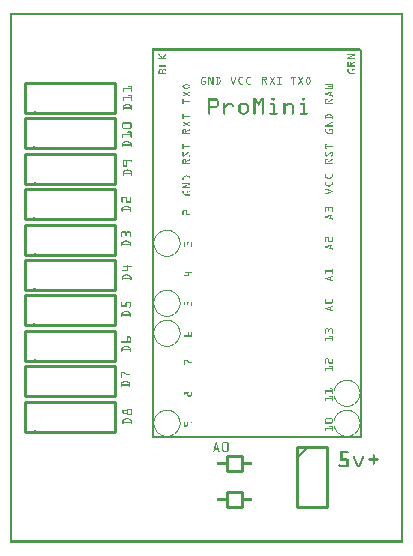
<source format=gto>
G04 MADE WITH FRITZING*
G04 WWW.FRITZING.ORG*
G04 DOUBLE SIDED*
G04 HOLES PLATED*
G04 CONTOUR ON CENTER OF CONTOUR VECTOR*
%ASAXBY*%
%FSLAX23Y23*%
%MOIN*%
%OFA0B0*%
%SFA1.0B1.0*%
%ADD10C,0.010000*%
%ADD11C,0.005000*%
%ADD12R,0.001000X0.001000*%
%LNSILK1*%
G90*
G70*
G54D10*
X52Y1079D02*
X352Y1079D01*
D02*
X352Y1079D02*
X352Y1179D01*
D02*
X352Y1179D02*
X52Y1179D01*
D02*
X52Y1179D02*
X52Y1079D01*
D02*
X52Y606D02*
X352Y606D01*
D02*
X352Y606D02*
X352Y706D01*
D02*
X352Y706D02*
X52Y706D01*
D02*
X52Y706D02*
X52Y606D01*
D02*
X52Y1433D02*
X352Y1433D01*
D02*
X352Y1433D02*
X352Y1533D01*
D02*
X352Y1533D02*
X52Y1533D01*
D02*
X52Y1533D02*
X52Y1433D01*
D02*
X52Y1197D02*
X352Y1197D01*
D02*
X352Y1197D02*
X352Y1297D01*
D02*
X352Y1297D02*
X52Y1297D01*
D02*
X52Y1297D02*
X52Y1197D01*
D02*
X52Y1315D02*
X352Y1315D01*
D02*
X352Y1315D02*
X352Y1415D01*
D02*
X352Y1415D02*
X52Y1415D01*
D02*
X52Y1415D02*
X52Y1315D01*
D02*
X775Y120D02*
X725Y120D01*
D02*
X725Y120D02*
X725Y170D01*
D02*
X725Y170D02*
X775Y170D01*
D02*
X775Y170D02*
X775Y120D01*
D02*
X775Y238D02*
X725Y238D01*
D02*
X725Y238D02*
X725Y288D01*
D02*
X725Y288D02*
X775Y288D01*
D02*
X775Y288D02*
X775Y238D01*
D02*
X959Y318D02*
X959Y118D01*
D02*
X959Y118D02*
X1059Y118D01*
D02*
X1059Y118D02*
X1059Y318D01*
D02*
X1059Y318D02*
X959Y318D01*
G54D11*
D02*
X959Y283D02*
X994Y318D01*
G54D10*
D02*
X52Y961D02*
X352Y961D01*
D02*
X352Y961D02*
X352Y1061D01*
D02*
X352Y1061D02*
X52Y1061D01*
D02*
X52Y1061D02*
X52Y961D01*
D02*
X52Y843D02*
X352Y843D01*
D02*
X352Y843D02*
X352Y943D01*
D02*
X352Y943D02*
X52Y943D01*
D02*
X52Y943D02*
X52Y843D01*
D02*
X52Y725D02*
X352Y725D01*
D02*
X352Y725D02*
X352Y825D01*
D02*
X352Y825D02*
X52Y825D01*
D02*
X52Y825D02*
X52Y725D01*
D02*
X52Y488D02*
X352Y488D01*
D02*
X352Y488D02*
X352Y588D01*
D02*
X352Y588D02*
X52Y588D01*
D02*
X52Y588D02*
X52Y488D01*
D02*
X52Y370D02*
X352Y370D01*
D02*
X352Y370D02*
X352Y470D01*
D02*
X352Y470D02*
X52Y470D01*
D02*
X52Y470D02*
X52Y370D01*
G54D12*
X1Y1766D02*
X1312Y1766D01*
X1Y1765D02*
X1312Y1765D01*
X1Y1764D02*
X1312Y1764D01*
X1Y1763D02*
X1312Y1763D01*
X1Y1762D02*
X1312Y1762D01*
X1Y1761D02*
X1312Y1761D01*
X1Y1760D02*
X1312Y1760D01*
X1Y1759D02*
X1312Y1759D01*
X1Y1758D02*
X8Y1758D01*
X1305Y1758D02*
X1312Y1758D01*
X1Y1757D02*
X8Y1757D01*
X1305Y1757D02*
X1312Y1757D01*
X1Y1756D02*
X8Y1756D01*
X1305Y1756D02*
X1312Y1756D01*
X1Y1755D02*
X8Y1755D01*
X1305Y1755D02*
X1312Y1755D01*
X1Y1754D02*
X8Y1754D01*
X1305Y1754D02*
X1312Y1754D01*
X1Y1753D02*
X8Y1753D01*
X1305Y1753D02*
X1312Y1753D01*
X1Y1752D02*
X8Y1752D01*
X1305Y1752D02*
X1312Y1752D01*
X1Y1751D02*
X8Y1751D01*
X1305Y1751D02*
X1312Y1751D01*
X1Y1750D02*
X8Y1750D01*
X1305Y1750D02*
X1312Y1750D01*
X1Y1749D02*
X8Y1749D01*
X1305Y1749D02*
X1312Y1749D01*
X1Y1748D02*
X8Y1748D01*
X1305Y1748D02*
X1312Y1748D01*
X1Y1747D02*
X8Y1747D01*
X1305Y1747D02*
X1312Y1747D01*
X1Y1746D02*
X8Y1746D01*
X1305Y1746D02*
X1312Y1746D01*
X1Y1745D02*
X8Y1745D01*
X1305Y1745D02*
X1312Y1745D01*
X1Y1744D02*
X8Y1744D01*
X1305Y1744D02*
X1312Y1744D01*
X1Y1743D02*
X8Y1743D01*
X1305Y1743D02*
X1312Y1743D01*
X1Y1742D02*
X8Y1742D01*
X1305Y1742D02*
X1312Y1742D01*
X1Y1741D02*
X8Y1741D01*
X1305Y1741D02*
X1312Y1741D01*
X1Y1740D02*
X8Y1740D01*
X1305Y1740D02*
X1312Y1740D01*
X1Y1739D02*
X8Y1739D01*
X1305Y1739D02*
X1312Y1739D01*
X1Y1738D02*
X8Y1738D01*
X1305Y1738D02*
X1312Y1738D01*
X1Y1737D02*
X8Y1737D01*
X1305Y1737D02*
X1312Y1737D01*
X1Y1736D02*
X8Y1736D01*
X1305Y1736D02*
X1312Y1736D01*
X1Y1735D02*
X8Y1735D01*
X1305Y1735D02*
X1312Y1735D01*
X1Y1734D02*
X8Y1734D01*
X1305Y1734D02*
X1312Y1734D01*
X1Y1733D02*
X8Y1733D01*
X1305Y1733D02*
X1312Y1733D01*
X1Y1732D02*
X8Y1732D01*
X1305Y1732D02*
X1312Y1732D01*
X1Y1731D02*
X8Y1731D01*
X1305Y1731D02*
X1312Y1731D01*
X1Y1730D02*
X8Y1730D01*
X1305Y1730D02*
X1312Y1730D01*
X1Y1729D02*
X8Y1729D01*
X1305Y1729D02*
X1312Y1729D01*
X1Y1728D02*
X8Y1728D01*
X1305Y1728D02*
X1312Y1728D01*
X1Y1727D02*
X8Y1727D01*
X1305Y1727D02*
X1312Y1727D01*
X1Y1726D02*
X8Y1726D01*
X1305Y1726D02*
X1312Y1726D01*
X1Y1725D02*
X8Y1725D01*
X1305Y1725D02*
X1312Y1725D01*
X1Y1724D02*
X8Y1724D01*
X1305Y1724D02*
X1312Y1724D01*
X1Y1723D02*
X8Y1723D01*
X1305Y1723D02*
X1312Y1723D01*
X1Y1722D02*
X8Y1722D01*
X1305Y1722D02*
X1312Y1722D01*
X1Y1721D02*
X8Y1721D01*
X1305Y1721D02*
X1312Y1721D01*
X1Y1720D02*
X8Y1720D01*
X1305Y1720D02*
X1312Y1720D01*
X1Y1719D02*
X8Y1719D01*
X1305Y1719D02*
X1312Y1719D01*
X1Y1718D02*
X8Y1718D01*
X1305Y1718D02*
X1312Y1718D01*
X1Y1717D02*
X8Y1717D01*
X1305Y1717D02*
X1312Y1717D01*
X1Y1716D02*
X8Y1716D01*
X1305Y1716D02*
X1312Y1716D01*
X1Y1715D02*
X8Y1715D01*
X1305Y1715D02*
X1312Y1715D01*
X1Y1714D02*
X8Y1714D01*
X1305Y1714D02*
X1312Y1714D01*
X1Y1713D02*
X8Y1713D01*
X1305Y1713D02*
X1312Y1713D01*
X1Y1712D02*
X8Y1712D01*
X1305Y1712D02*
X1312Y1712D01*
X1Y1711D02*
X8Y1711D01*
X1305Y1711D02*
X1312Y1711D01*
X1Y1710D02*
X8Y1710D01*
X1305Y1710D02*
X1312Y1710D01*
X1Y1709D02*
X8Y1709D01*
X1305Y1709D02*
X1312Y1709D01*
X1Y1708D02*
X8Y1708D01*
X1305Y1708D02*
X1312Y1708D01*
X1Y1707D02*
X8Y1707D01*
X1305Y1707D02*
X1312Y1707D01*
X1Y1706D02*
X8Y1706D01*
X1305Y1706D02*
X1312Y1706D01*
X1Y1705D02*
X8Y1705D01*
X1305Y1705D02*
X1312Y1705D01*
X1Y1704D02*
X8Y1704D01*
X1305Y1704D02*
X1312Y1704D01*
X1Y1703D02*
X8Y1703D01*
X1305Y1703D02*
X1312Y1703D01*
X1Y1702D02*
X8Y1702D01*
X1305Y1702D02*
X1312Y1702D01*
X1Y1701D02*
X8Y1701D01*
X1305Y1701D02*
X1312Y1701D01*
X1Y1700D02*
X8Y1700D01*
X1305Y1700D02*
X1312Y1700D01*
X1Y1699D02*
X8Y1699D01*
X1305Y1699D02*
X1312Y1699D01*
X1Y1698D02*
X8Y1698D01*
X1305Y1698D02*
X1312Y1698D01*
X1Y1697D02*
X8Y1697D01*
X1305Y1697D02*
X1312Y1697D01*
X1Y1696D02*
X8Y1696D01*
X1305Y1696D02*
X1312Y1696D01*
X1Y1695D02*
X8Y1695D01*
X1305Y1695D02*
X1312Y1695D01*
X1Y1694D02*
X8Y1694D01*
X1305Y1694D02*
X1312Y1694D01*
X1Y1693D02*
X8Y1693D01*
X1305Y1693D02*
X1312Y1693D01*
X1Y1692D02*
X8Y1692D01*
X1305Y1692D02*
X1312Y1692D01*
X1Y1691D02*
X8Y1691D01*
X1305Y1691D02*
X1312Y1691D01*
X1Y1690D02*
X8Y1690D01*
X1305Y1690D02*
X1312Y1690D01*
X1Y1689D02*
X8Y1689D01*
X1305Y1689D02*
X1312Y1689D01*
X1Y1688D02*
X8Y1688D01*
X1305Y1688D02*
X1312Y1688D01*
X1Y1687D02*
X8Y1687D01*
X1305Y1687D02*
X1312Y1687D01*
X1Y1686D02*
X8Y1686D01*
X1305Y1686D02*
X1312Y1686D01*
X1Y1685D02*
X8Y1685D01*
X1305Y1685D02*
X1312Y1685D01*
X1Y1684D02*
X8Y1684D01*
X1305Y1684D02*
X1312Y1684D01*
X1Y1683D02*
X8Y1683D01*
X1305Y1683D02*
X1312Y1683D01*
X1Y1682D02*
X8Y1682D01*
X1305Y1682D02*
X1312Y1682D01*
X1Y1681D02*
X8Y1681D01*
X1305Y1681D02*
X1312Y1681D01*
X1Y1680D02*
X8Y1680D01*
X1305Y1680D02*
X1312Y1680D01*
X1Y1679D02*
X8Y1679D01*
X1305Y1679D02*
X1312Y1679D01*
X1Y1678D02*
X8Y1678D01*
X1305Y1678D02*
X1312Y1678D01*
X1Y1677D02*
X8Y1677D01*
X1305Y1677D02*
X1312Y1677D01*
X1Y1676D02*
X8Y1676D01*
X1305Y1676D02*
X1312Y1676D01*
X1Y1675D02*
X8Y1675D01*
X1305Y1675D02*
X1312Y1675D01*
X1Y1674D02*
X8Y1674D01*
X1305Y1674D02*
X1312Y1674D01*
X1Y1673D02*
X8Y1673D01*
X1305Y1673D02*
X1312Y1673D01*
X1Y1672D02*
X8Y1672D01*
X1305Y1672D02*
X1312Y1672D01*
X1Y1671D02*
X8Y1671D01*
X1305Y1671D02*
X1312Y1671D01*
X1Y1670D02*
X8Y1670D01*
X1305Y1670D02*
X1312Y1670D01*
X1Y1669D02*
X8Y1669D01*
X1305Y1669D02*
X1312Y1669D01*
X1Y1668D02*
X8Y1668D01*
X1305Y1668D02*
X1312Y1668D01*
X1Y1667D02*
X8Y1667D01*
X1305Y1667D02*
X1312Y1667D01*
X1Y1666D02*
X8Y1666D01*
X1305Y1666D02*
X1312Y1666D01*
X1Y1665D02*
X8Y1665D01*
X1305Y1665D02*
X1312Y1665D01*
X1Y1664D02*
X8Y1664D01*
X1305Y1664D02*
X1312Y1664D01*
X1Y1663D02*
X8Y1663D01*
X1305Y1663D02*
X1312Y1663D01*
X1Y1662D02*
X8Y1662D01*
X1305Y1662D02*
X1312Y1662D01*
X1Y1661D02*
X8Y1661D01*
X1305Y1661D02*
X1312Y1661D01*
X1Y1660D02*
X8Y1660D01*
X1305Y1660D02*
X1312Y1660D01*
X1Y1659D02*
X8Y1659D01*
X1305Y1659D02*
X1312Y1659D01*
X1Y1658D02*
X8Y1658D01*
X1305Y1658D02*
X1312Y1658D01*
X1Y1657D02*
X8Y1657D01*
X1305Y1657D02*
X1312Y1657D01*
X1Y1656D02*
X8Y1656D01*
X1305Y1656D02*
X1312Y1656D01*
X1Y1655D02*
X8Y1655D01*
X1305Y1655D02*
X1312Y1655D01*
X1Y1654D02*
X8Y1654D01*
X1305Y1654D02*
X1312Y1654D01*
X1Y1653D02*
X8Y1653D01*
X1305Y1653D02*
X1312Y1653D01*
X1Y1652D02*
X8Y1652D01*
X1305Y1652D02*
X1312Y1652D01*
X1Y1651D02*
X8Y1651D01*
X1305Y1651D02*
X1312Y1651D01*
X1Y1650D02*
X8Y1650D01*
X1305Y1650D02*
X1312Y1650D01*
X1Y1649D02*
X8Y1649D01*
X1305Y1649D02*
X1312Y1649D01*
X1Y1648D02*
X8Y1648D01*
X475Y1648D02*
X1168Y1648D01*
X1305Y1648D02*
X1312Y1648D01*
X1Y1647D02*
X8Y1647D01*
X475Y1647D02*
X1169Y1647D01*
X1305Y1647D02*
X1312Y1647D01*
X1Y1646D02*
X8Y1646D01*
X475Y1646D02*
X1170Y1646D01*
X1305Y1646D02*
X1312Y1646D01*
X1Y1645D02*
X8Y1645D01*
X475Y1645D02*
X1171Y1645D01*
X1305Y1645D02*
X1312Y1645D01*
X1Y1644D02*
X8Y1644D01*
X475Y1644D02*
X1172Y1644D01*
X1305Y1644D02*
X1312Y1644D01*
X1Y1643D02*
X8Y1643D01*
X475Y1643D02*
X1174Y1643D01*
X1305Y1643D02*
X1312Y1643D01*
X1Y1642D02*
X8Y1642D01*
X475Y1642D02*
X1174Y1642D01*
X1305Y1642D02*
X1312Y1642D01*
X1Y1641D02*
X8Y1641D01*
X475Y1641D02*
X1174Y1641D01*
X1305Y1641D02*
X1312Y1641D01*
X1Y1640D02*
X8Y1640D01*
X475Y1640D02*
X482Y1640D01*
X1167Y1640D02*
X1174Y1640D01*
X1305Y1640D02*
X1312Y1640D01*
X1Y1639D02*
X8Y1639D01*
X475Y1639D02*
X482Y1639D01*
X1167Y1639D02*
X1174Y1639D01*
X1305Y1639D02*
X1312Y1639D01*
X1Y1638D02*
X8Y1638D01*
X475Y1638D02*
X482Y1638D01*
X1167Y1638D02*
X1174Y1638D01*
X1305Y1638D02*
X1312Y1638D01*
X1Y1637D02*
X8Y1637D01*
X475Y1637D02*
X482Y1637D01*
X1167Y1637D02*
X1174Y1637D01*
X1305Y1637D02*
X1312Y1637D01*
X1Y1636D02*
X8Y1636D01*
X475Y1636D02*
X482Y1636D01*
X1167Y1636D02*
X1174Y1636D01*
X1305Y1636D02*
X1312Y1636D01*
X1Y1635D02*
X8Y1635D01*
X475Y1635D02*
X482Y1635D01*
X1167Y1635D02*
X1174Y1635D01*
X1305Y1635D02*
X1312Y1635D01*
X1Y1634D02*
X8Y1634D01*
X475Y1634D02*
X482Y1634D01*
X1167Y1634D02*
X1174Y1634D01*
X1305Y1634D02*
X1312Y1634D01*
X1Y1633D02*
X8Y1633D01*
X475Y1633D02*
X482Y1633D01*
X1167Y1633D02*
X1174Y1633D01*
X1305Y1633D02*
X1312Y1633D01*
X1Y1632D02*
X8Y1632D01*
X475Y1632D02*
X482Y1632D01*
X1167Y1632D02*
X1174Y1632D01*
X1305Y1632D02*
X1312Y1632D01*
X1Y1631D02*
X8Y1631D01*
X475Y1631D02*
X482Y1631D01*
X1167Y1631D02*
X1174Y1631D01*
X1305Y1631D02*
X1312Y1631D01*
X1Y1630D02*
X8Y1630D01*
X475Y1630D02*
X482Y1630D01*
X521Y1630D02*
X521Y1630D01*
X1128Y1630D02*
X1152Y1630D01*
X1167Y1630D02*
X1174Y1630D01*
X1305Y1630D02*
X1312Y1630D01*
X1Y1629D02*
X8Y1629D01*
X475Y1629D02*
X482Y1629D01*
X496Y1629D02*
X499Y1629D01*
X520Y1629D02*
X522Y1629D01*
X1126Y1629D02*
X1152Y1629D01*
X1167Y1629D02*
X1174Y1629D01*
X1305Y1629D02*
X1312Y1629D01*
X1Y1628D02*
X8Y1628D01*
X475Y1628D02*
X482Y1628D01*
X496Y1628D02*
X500Y1628D01*
X519Y1628D02*
X522Y1628D01*
X1126Y1628D02*
X1152Y1628D01*
X1167Y1628D02*
X1174Y1628D01*
X1305Y1628D02*
X1312Y1628D01*
X1Y1627D02*
X8Y1627D01*
X475Y1627D02*
X482Y1627D01*
X497Y1627D02*
X500Y1627D01*
X518Y1627D02*
X522Y1627D01*
X1127Y1627D02*
X1152Y1627D01*
X1167Y1627D02*
X1174Y1627D01*
X1305Y1627D02*
X1312Y1627D01*
X1Y1626D02*
X8Y1626D01*
X475Y1626D02*
X482Y1626D01*
X498Y1626D02*
X501Y1626D01*
X517Y1626D02*
X521Y1626D01*
X1146Y1626D02*
X1152Y1626D01*
X1167Y1626D02*
X1174Y1626D01*
X1305Y1626D02*
X1312Y1626D01*
X1Y1625D02*
X8Y1625D01*
X475Y1625D02*
X482Y1625D01*
X498Y1625D02*
X502Y1625D01*
X516Y1625D02*
X520Y1625D01*
X1143Y1625D02*
X1151Y1625D01*
X1167Y1625D02*
X1174Y1625D01*
X1305Y1625D02*
X1312Y1625D01*
X1Y1624D02*
X8Y1624D01*
X475Y1624D02*
X482Y1624D01*
X499Y1624D02*
X503Y1624D01*
X516Y1624D02*
X519Y1624D01*
X1141Y1624D02*
X1149Y1624D01*
X1167Y1624D02*
X1174Y1624D01*
X1305Y1624D02*
X1312Y1624D01*
X1Y1623D02*
X8Y1623D01*
X475Y1623D02*
X482Y1623D01*
X500Y1623D02*
X504Y1623D01*
X515Y1623D02*
X518Y1623D01*
X1139Y1623D02*
X1147Y1623D01*
X1167Y1623D02*
X1174Y1623D01*
X1305Y1623D02*
X1312Y1623D01*
X1Y1622D02*
X8Y1622D01*
X475Y1622D02*
X482Y1622D01*
X501Y1622D02*
X505Y1622D01*
X514Y1622D02*
X517Y1622D01*
X1137Y1622D02*
X1144Y1622D01*
X1167Y1622D02*
X1174Y1622D01*
X1305Y1622D02*
X1312Y1622D01*
X1Y1621D02*
X8Y1621D01*
X475Y1621D02*
X482Y1621D01*
X502Y1621D02*
X506Y1621D01*
X513Y1621D02*
X517Y1621D01*
X1134Y1621D02*
X1142Y1621D01*
X1167Y1621D02*
X1174Y1621D01*
X1305Y1621D02*
X1312Y1621D01*
X1Y1620D02*
X8Y1620D01*
X475Y1620D02*
X482Y1620D01*
X503Y1620D02*
X506Y1620D01*
X512Y1620D02*
X516Y1620D01*
X1132Y1620D02*
X1140Y1620D01*
X1167Y1620D02*
X1174Y1620D01*
X1305Y1620D02*
X1312Y1620D01*
X1Y1619D02*
X8Y1619D01*
X475Y1619D02*
X482Y1619D01*
X504Y1619D02*
X507Y1619D01*
X511Y1619D02*
X515Y1619D01*
X1130Y1619D02*
X1138Y1619D01*
X1167Y1619D02*
X1174Y1619D01*
X1305Y1619D02*
X1312Y1619D01*
X1Y1618D02*
X8Y1618D01*
X475Y1618D02*
X482Y1618D01*
X504Y1618D02*
X508Y1618D01*
X510Y1618D02*
X514Y1618D01*
X1128Y1618D02*
X1135Y1618D01*
X1167Y1618D02*
X1174Y1618D01*
X1305Y1618D02*
X1312Y1618D01*
X1Y1617D02*
X8Y1617D01*
X475Y1617D02*
X482Y1617D01*
X505Y1617D02*
X513Y1617D01*
X1126Y1617D02*
X1133Y1617D01*
X1167Y1617D02*
X1174Y1617D01*
X1305Y1617D02*
X1312Y1617D01*
X1Y1616D02*
X8Y1616D01*
X475Y1616D02*
X482Y1616D01*
X497Y1616D02*
X521Y1616D01*
X1126Y1616D02*
X1151Y1616D01*
X1167Y1616D02*
X1174Y1616D01*
X1305Y1616D02*
X1312Y1616D01*
X1Y1615D02*
X8Y1615D01*
X475Y1615D02*
X482Y1615D01*
X496Y1615D02*
X522Y1615D01*
X1126Y1615D02*
X1152Y1615D01*
X1167Y1615D02*
X1174Y1615D01*
X1305Y1615D02*
X1312Y1615D01*
X1Y1614D02*
X8Y1614D01*
X475Y1614D02*
X482Y1614D01*
X496Y1614D02*
X522Y1614D01*
X1126Y1614D02*
X1152Y1614D01*
X1167Y1614D02*
X1174Y1614D01*
X1305Y1614D02*
X1312Y1614D01*
X1Y1613D02*
X8Y1613D01*
X475Y1613D02*
X482Y1613D01*
X497Y1613D02*
X521Y1613D01*
X1126Y1613D02*
X1151Y1613D01*
X1167Y1613D02*
X1174Y1613D01*
X1305Y1613D02*
X1312Y1613D01*
X1Y1612D02*
X8Y1612D01*
X475Y1612D02*
X482Y1612D01*
X1167Y1612D02*
X1174Y1612D01*
X1305Y1612D02*
X1312Y1612D01*
X1Y1611D02*
X8Y1611D01*
X475Y1611D02*
X482Y1611D01*
X1167Y1611D02*
X1174Y1611D01*
X1305Y1611D02*
X1312Y1611D01*
X1Y1610D02*
X8Y1610D01*
X475Y1610D02*
X482Y1610D01*
X1167Y1610D02*
X1174Y1610D01*
X1305Y1610D02*
X1312Y1610D01*
X1Y1609D02*
X8Y1609D01*
X475Y1609D02*
X482Y1609D01*
X1167Y1609D02*
X1174Y1609D01*
X1305Y1609D02*
X1312Y1609D01*
X1Y1608D02*
X8Y1608D01*
X475Y1608D02*
X482Y1608D01*
X1167Y1608D02*
X1174Y1608D01*
X1305Y1608D02*
X1312Y1608D01*
X1Y1607D02*
X8Y1607D01*
X475Y1607D02*
X482Y1607D01*
X1167Y1607D02*
X1174Y1607D01*
X1305Y1607D02*
X1312Y1607D01*
X1Y1606D02*
X8Y1606D01*
X475Y1606D02*
X482Y1606D01*
X1167Y1606D02*
X1174Y1606D01*
X1305Y1606D02*
X1312Y1606D01*
X1Y1605D02*
X8Y1605D01*
X475Y1605D02*
X482Y1605D01*
X1167Y1605D02*
X1174Y1605D01*
X1305Y1605D02*
X1312Y1605D01*
X1Y1604D02*
X8Y1604D01*
X475Y1604D02*
X482Y1604D01*
X520Y1604D02*
X522Y1604D01*
X1129Y1604D02*
X1135Y1604D01*
X1149Y1604D02*
X1152Y1604D01*
X1167Y1604D02*
X1174Y1604D01*
X1305Y1604D02*
X1312Y1604D01*
X1Y1603D02*
X8Y1603D01*
X475Y1603D02*
X482Y1603D01*
X520Y1603D02*
X522Y1603D01*
X1127Y1603D02*
X1136Y1603D01*
X1148Y1603D02*
X1152Y1603D01*
X1167Y1603D02*
X1174Y1603D01*
X1305Y1603D02*
X1312Y1603D01*
X1Y1602D02*
X8Y1602D01*
X475Y1602D02*
X482Y1602D01*
X520Y1602D02*
X522Y1602D01*
X1127Y1602D02*
X1137Y1602D01*
X1146Y1602D02*
X1152Y1602D01*
X1167Y1602D02*
X1174Y1602D01*
X1305Y1602D02*
X1312Y1602D01*
X1Y1601D02*
X8Y1601D01*
X475Y1601D02*
X482Y1601D01*
X520Y1601D02*
X522Y1601D01*
X1126Y1601D02*
X1129Y1601D01*
X1134Y1601D02*
X1137Y1601D01*
X1144Y1601D02*
X1150Y1601D01*
X1167Y1601D02*
X1174Y1601D01*
X1305Y1601D02*
X1312Y1601D01*
X1Y1600D02*
X8Y1600D01*
X475Y1600D02*
X482Y1600D01*
X520Y1600D02*
X522Y1600D01*
X1126Y1600D02*
X1129Y1600D01*
X1135Y1600D02*
X1137Y1600D01*
X1142Y1600D02*
X1148Y1600D01*
X1167Y1600D02*
X1174Y1600D01*
X1305Y1600D02*
X1312Y1600D01*
X1Y1599D02*
X8Y1599D01*
X475Y1599D02*
X482Y1599D01*
X520Y1599D02*
X522Y1599D01*
X1126Y1599D02*
X1129Y1599D01*
X1135Y1599D02*
X1137Y1599D01*
X1141Y1599D02*
X1147Y1599D01*
X1167Y1599D02*
X1174Y1599D01*
X1305Y1599D02*
X1312Y1599D01*
X1Y1598D02*
X8Y1598D01*
X475Y1598D02*
X482Y1598D01*
X520Y1598D02*
X522Y1598D01*
X1126Y1598D02*
X1129Y1598D01*
X1135Y1598D02*
X1145Y1598D01*
X1167Y1598D02*
X1174Y1598D01*
X1305Y1598D02*
X1312Y1598D01*
X1Y1597D02*
X8Y1597D01*
X475Y1597D02*
X482Y1597D01*
X520Y1597D02*
X522Y1597D01*
X1126Y1597D02*
X1129Y1597D01*
X1135Y1597D02*
X1143Y1597D01*
X1167Y1597D02*
X1174Y1597D01*
X1305Y1597D02*
X1312Y1597D01*
X1Y1596D02*
X8Y1596D01*
X475Y1596D02*
X482Y1596D01*
X520Y1596D02*
X522Y1596D01*
X1126Y1596D02*
X1129Y1596D01*
X1135Y1596D02*
X1142Y1596D01*
X1167Y1596D02*
X1174Y1596D01*
X1305Y1596D02*
X1312Y1596D01*
X1Y1595D02*
X8Y1595D01*
X475Y1595D02*
X482Y1595D01*
X520Y1595D02*
X522Y1595D01*
X1126Y1595D02*
X1129Y1595D01*
X1135Y1595D02*
X1140Y1595D01*
X1167Y1595D02*
X1174Y1595D01*
X1305Y1595D02*
X1312Y1595D01*
X1Y1594D02*
X8Y1594D01*
X475Y1594D02*
X482Y1594D01*
X520Y1594D02*
X522Y1594D01*
X1126Y1594D02*
X1129Y1594D01*
X1135Y1594D02*
X1138Y1594D01*
X1167Y1594D02*
X1174Y1594D01*
X1305Y1594D02*
X1312Y1594D01*
X1Y1593D02*
X8Y1593D01*
X475Y1593D02*
X482Y1593D01*
X520Y1593D02*
X522Y1593D01*
X1126Y1593D02*
X1129Y1593D01*
X1135Y1593D02*
X1137Y1593D01*
X1167Y1593D02*
X1174Y1593D01*
X1305Y1593D02*
X1312Y1593D01*
X1Y1592D02*
X8Y1592D01*
X475Y1592D02*
X482Y1592D01*
X520Y1592D02*
X522Y1592D01*
X1126Y1592D02*
X1129Y1592D01*
X1135Y1592D02*
X1137Y1592D01*
X1167Y1592D02*
X1174Y1592D01*
X1305Y1592D02*
X1312Y1592D01*
X1Y1591D02*
X8Y1591D01*
X475Y1591D02*
X482Y1591D01*
X497Y1591D02*
X522Y1591D01*
X1126Y1591D02*
X1151Y1591D01*
X1167Y1591D02*
X1174Y1591D01*
X1305Y1591D02*
X1312Y1591D01*
X1Y1590D02*
X8Y1590D01*
X475Y1590D02*
X482Y1590D01*
X496Y1590D02*
X522Y1590D01*
X1126Y1590D02*
X1152Y1590D01*
X1167Y1590D02*
X1174Y1590D01*
X1305Y1590D02*
X1312Y1590D01*
X1Y1589D02*
X8Y1589D01*
X475Y1589D02*
X482Y1589D01*
X496Y1589D02*
X522Y1589D01*
X1126Y1589D02*
X1152Y1589D01*
X1167Y1589D02*
X1174Y1589D01*
X1305Y1589D02*
X1312Y1589D01*
X1Y1588D02*
X8Y1588D01*
X475Y1588D02*
X482Y1588D01*
X497Y1588D02*
X522Y1588D01*
X1126Y1588D02*
X1151Y1588D01*
X1167Y1588D02*
X1174Y1588D01*
X1305Y1588D02*
X1312Y1588D01*
X1Y1587D02*
X8Y1587D01*
X475Y1587D02*
X482Y1587D01*
X1167Y1587D02*
X1174Y1587D01*
X1305Y1587D02*
X1312Y1587D01*
X1Y1586D02*
X8Y1586D01*
X475Y1586D02*
X482Y1586D01*
X1167Y1586D02*
X1174Y1586D01*
X1305Y1586D02*
X1312Y1586D01*
X1Y1585D02*
X8Y1585D01*
X475Y1585D02*
X482Y1585D01*
X1167Y1585D02*
X1174Y1585D01*
X1305Y1585D02*
X1312Y1585D01*
X1Y1584D02*
X8Y1584D01*
X475Y1584D02*
X482Y1584D01*
X1167Y1584D02*
X1174Y1584D01*
X1305Y1584D02*
X1312Y1584D01*
X1Y1583D02*
X8Y1583D01*
X475Y1583D02*
X482Y1583D01*
X1167Y1583D02*
X1174Y1583D01*
X1305Y1583D02*
X1312Y1583D01*
X1Y1582D02*
X8Y1582D01*
X475Y1582D02*
X482Y1582D01*
X1167Y1582D02*
X1174Y1582D01*
X1305Y1582D02*
X1312Y1582D01*
X1Y1581D02*
X8Y1581D01*
X475Y1581D02*
X482Y1581D01*
X1167Y1581D02*
X1174Y1581D01*
X1305Y1581D02*
X1312Y1581D01*
X1Y1580D02*
X8Y1580D01*
X475Y1580D02*
X482Y1580D01*
X1167Y1580D02*
X1174Y1580D01*
X1305Y1580D02*
X1312Y1580D01*
X1Y1579D02*
X8Y1579D01*
X475Y1579D02*
X482Y1579D01*
X500Y1579D02*
X507Y1579D01*
X512Y1579D02*
X519Y1579D01*
X1126Y1579D02*
X1128Y1579D01*
X1141Y1579D02*
X1150Y1579D01*
X1167Y1579D02*
X1174Y1579D01*
X1305Y1579D02*
X1312Y1579D01*
X1Y1578D02*
X8Y1578D01*
X475Y1578D02*
X482Y1578D01*
X499Y1578D02*
X508Y1578D01*
X510Y1578D02*
X520Y1578D01*
X1126Y1578D02*
X1129Y1578D01*
X1141Y1578D02*
X1151Y1578D01*
X1167Y1578D02*
X1174Y1578D01*
X1305Y1578D02*
X1312Y1578D01*
X1Y1577D02*
X8Y1577D01*
X475Y1577D02*
X482Y1577D01*
X498Y1577D02*
X521Y1577D01*
X1126Y1577D02*
X1129Y1577D01*
X1141Y1577D02*
X1151Y1577D01*
X1167Y1577D02*
X1174Y1577D01*
X1305Y1577D02*
X1312Y1577D01*
X1Y1576D02*
X8Y1576D01*
X475Y1576D02*
X482Y1576D01*
X497Y1576D02*
X501Y1576D01*
X506Y1576D02*
X513Y1576D01*
X518Y1576D02*
X521Y1576D01*
X1126Y1576D02*
X1129Y1576D01*
X1141Y1576D02*
X1143Y1576D01*
X1149Y1576D02*
X1152Y1576D01*
X1167Y1576D02*
X1174Y1576D01*
X1305Y1576D02*
X1312Y1576D01*
X1Y1575D02*
X8Y1575D01*
X475Y1575D02*
X482Y1575D01*
X497Y1575D02*
X500Y1575D01*
X507Y1575D02*
X511Y1575D01*
X519Y1575D02*
X522Y1575D01*
X1126Y1575D02*
X1129Y1575D01*
X1141Y1575D02*
X1143Y1575D01*
X1150Y1575D02*
X1152Y1575D01*
X1167Y1575D02*
X1174Y1575D01*
X1305Y1575D02*
X1312Y1575D01*
X1Y1574D02*
X8Y1574D01*
X475Y1574D02*
X482Y1574D01*
X496Y1574D02*
X499Y1574D01*
X508Y1574D02*
X511Y1574D01*
X520Y1574D02*
X522Y1574D01*
X1126Y1574D02*
X1129Y1574D01*
X1141Y1574D02*
X1143Y1574D01*
X1150Y1574D02*
X1152Y1574D01*
X1167Y1574D02*
X1174Y1574D01*
X1305Y1574D02*
X1312Y1574D01*
X1Y1573D02*
X8Y1573D01*
X475Y1573D02*
X482Y1573D01*
X496Y1573D02*
X499Y1573D01*
X508Y1573D02*
X511Y1573D01*
X520Y1573D02*
X522Y1573D01*
X1126Y1573D02*
X1129Y1573D01*
X1141Y1573D02*
X1143Y1573D01*
X1150Y1573D02*
X1152Y1573D01*
X1167Y1573D02*
X1174Y1573D01*
X1305Y1573D02*
X1312Y1573D01*
X1Y1572D02*
X8Y1572D01*
X475Y1572D02*
X482Y1572D01*
X496Y1572D02*
X499Y1572D01*
X508Y1572D02*
X510Y1572D01*
X520Y1572D02*
X522Y1572D01*
X1126Y1572D02*
X1129Y1572D01*
X1141Y1572D02*
X1143Y1572D01*
X1150Y1572D02*
X1152Y1572D01*
X1167Y1572D02*
X1174Y1572D01*
X1305Y1572D02*
X1312Y1572D01*
X1Y1571D02*
X8Y1571D01*
X475Y1571D02*
X482Y1571D01*
X496Y1571D02*
X499Y1571D01*
X508Y1571D02*
X510Y1571D01*
X520Y1571D02*
X522Y1571D01*
X1126Y1571D02*
X1130Y1571D01*
X1150Y1571D02*
X1152Y1571D01*
X1167Y1571D02*
X1174Y1571D01*
X1305Y1571D02*
X1312Y1571D01*
X1Y1570D02*
X8Y1570D01*
X475Y1570D02*
X482Y1570D01*
X496Y1570D02*
X499Y1570D01*
X508Y1570D02*
X510Y1570D01*
X520Y1570D02*
X522Y1570D01*
X1127Y1570D02*
X1131Y1570D01*
X1150Y1570D02*
X1152Y1570D01*
X1167Y1570D02*
X1174Y1570D01*
X1305Y1570D02*
X1312Y1570D01*
X1Y1569D02*
X8Y1569D01*
X475Y1569D02*
X482Y1569D01*
X496Y1569D02*
X499Y1569D01*
X508Y1569D02*
X510Y1569D01*
X520Y1569D02*
X522Y1569D01*
X1128Y1569D02*
X1133Y1569D01*
X1150Y1569D02*
X1152Y1569D01*
X1167Y1569D02*
X1174Y1569D01*
X1305Y1569D02*
X1312Y1569D01*
X1Y1568D02*
X8Y1568D01*
X475Y1568D02*
X482Y1568D01*
X496Y1568D02*
X499Y1568D01*
X508Y1568D02*
X510Y1568D01*
X520Y1568D02*
X522Y1568D01*
X1129Y1568D02*
X1134Y1568D01*
X1150Y1568D02*
X1152Y1568D01*
X1167Y1568D02*
X1174Y1568D01*
X1305Y1568D02*
X1312Y1568D01*
X1Y1567D02*
X8Y1567D01*
X475Y1567D02*
X482Y1567D01*
X496Y1567D02*
X499Y1567D01*
X508Y1567D02*
X510Y1567D01*
X520Y1567D02*
X522Y1567D01*
X1130Y1567D02*
X1135Y1567D01*
X1149Y1567D02*
X1152Y1567D01*
X1167Y1567D02*
X1174Y1567D01*
X1305Y1567D02*
X1312Y1567D01*
X1Y1566D02*
X8Y1566D01*
X475Y1566D02*
X482Y1566D01*
X496Y1566D02*
X522Y1566D01*
X1132Y1566D02*
X1152Y1566D01*
X1167Y1566D02*
X1174Y1566D01*
X1305Y1566D02*
X1312Y1566D01*
X1Y1565D02*
X8Y1565D01*
X475Y1565D02*
X482Y1565D01*
X496Y1565D02*
X522Y1565D01*
X1133Y1565D02*
X1151Y1565D01*
X1167Y1565D02*
X1174Y1565D01*
X1305Y1565D02*
X1312Y1565D01*
X1Y1564D02*
X8Y1564D01*
X475Y1564D02*
X482Y1564D01*
X496Y1564D02*
X522Y1564D01*
X1134Y1564D02*
X1150Y1564D01*
X1167Y1564D02*
X1174Y1564D01*
X1305Y1564D02*
X1312Y1564D01*
X1Y1563D02*
X8Y1563D01*
X475Y1563D02*
X482Y1563D01*
X496Y1563D02*
X522Y1563D01*
X1136Y1563D02*
X1149Y1563D01*
X1167Y1563D02*
X1174Y1563D01*
X1305Y1563D02*
X1312Y1563D01*
X1Y1562D02*
X8Y1562D01*
X475Y1562D02*
X482Y1562D01*
X1167Y1562D02*
X1174Y1562D01*
X1305Y1562D02*
X1312Y1562D01*
X1Y1561D02*
X8Y1561D01*
X475Y1561D02*
X482Y1561D01*
X1167Y1561D02*
X1174Y1561D01*
X1305Y1561D02*
X1312Y1561D01*
X1Y1560D02*
X8Y1560D01*
X475Y1560D02*
X482Y1560D01*
X1167Y1560D02*
X1174Y1560D01*
X1305Y1560D02*
X1312Y1560D01*
X1Y1559D02*
X8Y1559D01*
X475Y1559D02*
X482Y1559D01*
X1167Y1559D02*
X1174Y1559D01*
X1305Y1559D02*
X1312Y1559D01*
X1Y1558D02*
X8Y1558D01*
X475Y1558D02*
X482Y1558D01*
X1167Y1558D02*
X1174Y1558D01*
X1305Y1558D02*
X1312Y1558D01*
X1Y1557D02*
X8Y1557D01*
X475Y1557D02*
X482Y1557D01*
X1167Y1557D02*
X1174Y1557D01*
X1305Y1557D02*
X1312Y1557D01*
X1Y1556D02*
X8Y1556D01*
X475Y1556D02*
X482Y1556D01*
X1167Y1556D02*
X1174Y1556D01*
X1305Y1556D02*
X1312Y1556D01*
X1Y1555D02*
X8Y1555D01*
X475Y1555D02*
X482Y1555D01*
X1167Y1555D02*
X1174Y1555D01*
X1305Y1555D02*
X1312Y1555D01*
X1Y1554D02*
X8Y1554D01*
X475Y1554D02*
X482Y1554D01*
X646Y1554D02*
X652Y1554D01*
X663Y1554D02*
X666Y1554D01*
X677Y1554D02*
X678Y1554D01*
X688Y1554D02*
X696Y1554D01*
X738Y1554D02*
X739Y1554D01*
X752Y1554D02*
X752Y1554D01*
X770Y1554D02*
X778Y1554D01*
X795Y1554D02*
X803Y1554D01*
X842Y1554D02*
X854Y1554D01*
X868Y1554D02*
X869Y1554D01*
X882Y1554D02*
X883Y1554D01*
X893Y1554D02*
X908Y1554D01*
X937Y1554D02*
X953Y1554D01*
X963Y1554D02*
X964Y1554D01*
X977Y1554D02*
X977Y1554D01*
X995Y1554D02*
X996Y1554D01*
X1167Y1554D02*
X1174Y1554D01*
X1305Y1554D02*
X1312Y1554D01*
X1Y1553D02*
X8Y1553D01*
X475Y1553D02*
X482Y1553D01*
X644Y1553D02*
X653Y1553D01*
X662Y1553D02*
X666Y1553D01*
X676Y1553D02*
X678Y1553D01*
X688Y1553D02*
X698Y1553D01*
X737Y1553D02*
X740Y1553D01*
X751Y1553D02*
X753Y1553D01*
X768Y1553D02*
X778Y1553D01*
X793Y1553D02*
X804Y1553D01*
X842Y1553D02*
X856Y1553D01*
X867Y1553D02*
X870Y1553D01*
X881Y1553D02*
X883Y1553D01*
X892Y1553D02*
X909Y1553D01*
X937Y1553D02*
X953Y1553D01*
X962Y1553D02*
X965Y1553D01*
X976Y1553D02*
X978Y1553D01*
X993Y1553D02*
X998Y1553D01*
X1167Y1553D02*
X1174Y1553D01*
X1305Y1553D02*
X1312Y1553D01*
X1Y1552D02*
X8Y1552D01*
X475Y1552D02*
X482Y1552D01*
X643Y1552D02*
X653Y1552D01*
X662Y1552D02*
X667Y1552D01*
X676Y1552D02*
X679Y1552D01*
X687Y1552D02*
X699Y1552D01*
X737Y1552D02*
X740Y1552D01*
X751Y1552D02*
X753Y1552D01*
X767Y1552D02*
X778Y1552D01*
X792Y1552D02*
X804Y1552D01*
X842Y1552D02*
X857Y1552D01*
X867Y1552D02*
X870Y1552D01*
X880Y1552D02*
X883Y1552D01*
X892Y1552D02*
X909Y1552D01*
X937Y1552D02*
X953Y1552D01*
X962Y1552D02*
X965Y1552D01*
X975Y1552D02*
X978Y1552D01*
X992Y1552D02*
X999Y1552D01*
X1167Y1552D02*
X1174Y1552D01*
X1305Y1552D02*
X1312Y1552D01*
X1Y1551D02*
X8Y1551D01*
X475Y1551D02*
X482Y1551D01*
X642Y1551D02*
X653Y1551D01*
X662Y1551D02*
X667Y1551D01*
X676Y1551D02*
X679Y1551D01*
X688Y1551D02*
X699Y1551D01*
X737Y1551D02*
X740Y1551D01*
X751Y1551D02*
X753Y1551D01*
X766Y1551D02*
X778Y1551D01*
X792Y1551D02*
X803Y1551D01*
X842Y1551D02*
X858Y1551D01*
X868Y1551D02*
X871Y1551D01*
X880Y1551D02*
X883Y1551D01*
X893Y1551D02*
X908Y1551D01*
X937Y1551D02*
X953Y1551D01*
X963Y1551D02*
X966Y1551D01*
X975Y1551D02*
X978Y1551D01*
X992Y1551D02*
X999Y1551D01*
X1167Y1551D02*
X1174Y1551D01*
X1305Y1551D02*
X1312Y1551D01*
X1Y1550D02*
X8Y1550D01*
X475Y1550D02*
X482Y1550D01*
X642Y1550D02*
X645Y1550D01*
X662Y1550D02*
X668Y1550D01*
X676Y1550D02*
X679Y1550D01*
X691Y1550D02*
X693Y1550D01*
X697Y1550D02*
X700Y1550D01*
X737Y1550D02*
X740Y1550D01*
X751Y1550D02*
X753Y1550D01*
X766Y1550D02*
X769Y1550D01*
X791Y1550D02*
X794Y1550D01*
X842Y1550D02*
X845Y1550D01*
X855Y1550D02*
X858Y1550D01*
X868Y1550D02*
X871Y1550D01*
X879Y1550D02*
X882Y1550D01*
X899Y1550D02*
X902Y1550D01*
X937Y1550D02*
X940Y1550D01*
X944Y1550D02*
X947Y1550D01*
X951Y1550D02*
X953Y1550D01*
X963Y1550D02*
X966Y1550D01*
X974Y1550D02*
X977Y1550D01*
X991Y1550D02*
X994Y1550D01*
X997Y1550D02*
X1000Y1550D01*
X1167Y1550D02*
X1174Y1550D01*
X1305Y1550D02*
X1312Y1550D01*
X1Y1549D02*
X8Y1549D01*
X475Y1549D02*
X482Y1549D01*
X641Y1549D02*
X644Y1549D01*
X662Y1549D02*
X668Y1549D01*
X676Y1549D02*
X679Y1549D01*
X691Y1549D02*
X693Y1549D01*
X697Y1549D02*
X700Y1549D01*
X737Y1549D02*
X740Y1549D01*
X751Y1549D02*
X753Y1549D01*
X765Y1549D02*
X768Y1549D01*
X791Y1549D02*
X794Y1549D01*
X842Y1549D02*
X845Y1549D01*
X856Y1549D02*
X858Y1549D01*
X869Y1549D02*
X872Y1549D01*
X879Y1549D02*
X882Y1549D01*
X899Y1549D02*
X902Y1549D01*
X937Y1549D02*
X940Y1549D01*
X944Y1549D02*
X947Y1549D01*
X951Y1549D02*
X953Y1549D01*
X964Y1549D02*
X967Y1549D01*
X974Y1549D02*
X977Y1549D01*
X991Y1549D02*
X994Y1549D01*
X997Y1549D02*
X1000Y1549D01*
X1167Y1549D02*
X1174Y1549D01*
X1305Y1549D02*
X1312Y1549D01*
X1Y1548D02*
X8Y1548D01*
X475Y1548D02*
X482Y1548D01*
X640Y1548D02*
X644Y1548D01*
X662Y1548D02*
X669Y1548D01*
X676Y1548D02*
X679Y1548D01*
X691Y1548D02*
X693Y1548D01*
X698Y1548D02*
X701Y1548D01*
X737Y1548D02*
X740Y1548D01*
X751Y1548D02*
X753Y1548D01*
X765Y1548D02*
X768Y1548D01*
X790Y1548D02*
X793Y1548D01*
X842Y1548D02*
X845Y1548D01*
X856Y1548D02*
X858Y1548D01*
X870Y1548D02*
X873Y1548D01*
X878Y1548D02*
X881Y1548D01*
X899Y1548D02*
X902Y1548D01*
X938Y1548D02*
X939Y1548D01*
X944Y1548D02*
X947Y1548D01*
X952Y1548D02*
X952Y1548D01*
X965Y1548D02*
X968Y1548D01*
X973Y1548D02*
X976Y1548D01*
X990Y1548D02*
X993Y1548D01*
X998Y1548D02*
X1001Y1548D01*
X1167Y1548D02*
X1174Y1548D01*
X1305Y1548D02*
X1312Y1548D01*
X1Y1547D02*
X8Y1547D01*
X475Y1547D02*
X482Y1547D01*
X639Y1547D02*
X643Y1547D01*
X662Y1547D02*
X669Y1547D01*
X676Y1547D02*
X679Y1547D01*
X691Y1547D02*
X693Y1547D01*
X699Y1547D02*
X701Y1547D01*
X737Y1547D02*
X740Y1547D01*
X751Y1547D02*
X753Y1547D01*
X764Y1547D02*
X767Y1547D01*
X790Y1547D02*
X793Y1547D01*
X842Y1547D02*
X845Y1547D01*
X856Y1547D02*
X858Y1547D01*
X870Y1547D02*
X873Y1547D01*
X878Y1547D02*
X881Y1547D01*
X899Y1547D02*
X902Y1547D01*
X944Y1547D02*
X947Y1547D01*
X965Y1547D02*
X968Y1547D01*
X973Y1547D02*
X976Y1547D01*
X990Y1547D02*
X992Y1547D01*
X998Y1547D02*
X1001Y1547D01*
X1167Y1547D02*
X1174Y1547D01*
X1305Y1547D02*
X1312Y1547D01*
X1Y1546D02*
X8Y1546D01*
X475Y1546D02*
X482Y1546D01*
X639Y1546D02*
X642Y1546D01*
X662Y1546D02*
X665Y1546D01*
X667Y1546D02*
X670Y1546D01*
X676Y1546D02*
X679Y1546D01*
X691Y1546D02*
X693Y1546D01*
X699Y1546D02*
X702Y1546D01*
X737Y1546D02*
X740Y1546D01*
X751Y1546D02*
X753Y1546D01*
X764Y1546D02*
X767Y1546D01*
X789Y1546D02*
X792Y1546D01*
X842Y1546D02*
X845Y1546D01*
X855Y1546D02*
X858Y1546D01*
X871Y1546D02*
X874Y1546D01*
X877Y1546D02*
X880Y1546D01*
X899Y1546D02*
X902Y1546D01*
X944Y1546D02*
X947Y1546D01*
X966Y1546D02*
X969Y1546D01*
X972Y1546D02*
X975Y1546D01*
X989Y1546D02*
X992Y1546D01*
X999Y1546D02*
X1002Y1546D01*
X1167Y1546D02*
X1174Y1546D01*
X1305Y1546D02*
X1312Y1546D01*
X1Y1545D02*
X8Y1545D01*
X475Y1545D02*
X482Y1545D01*
X638Y1545D02*
X641Y1545D01*
X662Y1545D02*
X665Y1545D01*
X667Y1545D02*
X670Y1545D01*
X676Y1545D02*
X679Y1545D01*
X691Y1545D02*
X693Y1545D01*
X700Y1545D02*
X702Y1545D01*
X738Y1545D02*
X740Y1545D01*
X750Y1545D02*
X753Y1545D01*
X763Y1545D02*
X766Y1545D01*
X789Y1545D02*
X792Y1545D01*
X842Y1545D02*
X858Y1545D01*
X871Y1545D02*
X874Y1545D01*
X876Y1545D02*
X879Y1545D01*
X899Y1545D02*
X902Y1545D01*
X944Y1545D02*
X947Y1545D01*
X966Y1545D02*
X969Y1545D01*
X971Y1545D02*
X974Y1545D01*
X989Y1545D02*
X991Y1545D01*
X999Y1545D02*
X1002Y1545D01*
X1167Y1545D02*
X1174Y1545D01*
X1305Y1545D02*
X1312Y1545D01*
X1Y1544D02*
X8Y1544D01*
X475Y1544D02*
X482Y1544D01*
X638Y1544D02*
X641Y1544D01*
X662Y1544D02*
X665Y1544D01*
X668Y1544D02*
X670Y1544D01*
X676Y1544D02*
X679Y1544D01*
X691Y1544D02*
X693Y1544D01*
X700Y1544D02*
X703Y1544D01*
X738Y1544D02*
X741Y1544D01*
X750Y1544D02*
X753Y1544D01*
X763Y1544D02*
X766Y1544D01*
X788Y1544D02*
X791Y1544D01*
X842Y1544D02*
X857Y1544D01*
X872Y1544D02*
X879Y1544D01*
X899Y1544D02*
X902Y1544D01*
X944Y1544D02*
X947Y1544D01*
X967Y1544D02*
X974Y1544D01*
X988Y1544D02*
X991Y1544D01*
X1000Y1544D02*
X1003Y1544D01*
X1167Y1544D02*
X1174Y1544D01*
X1305Y1544D02*
X1312Y1544D01*
X1Y1543D02*
X8Y1543D01*
X475Y1543D02*
X482Y1543D01*
X637Y1543D02*
X640Y1543D01*
X662Y1543D02*
X665Y1543D01*
X668Y1543D02*
X671Y1543D01*
X676Y1543D02*
X679Y1543D01*
X691Y1543D02*
X693Y1543D01*
X701Y1543D02*
X703Y1543D01*
X738Y1543D02*
X741Y1543D01*
X749Y1543D02*
X752Y1543D01*
X763Y1543D02*
X765Y1543D01*
X788Y1543D02*
X791Y1543D01*
X842Y1543D02*
X856Y1543D01*
X872Y1543D02*
X878Y1543D01*
X899Y1543D02*
X902Y1543D01*
X944Y1543D02*
X947Y1543D01*
X967Y1543D02*
X973Y1543D01*
X988Y1543D02*
X990Y1543D01*
X1000Y1543D02*
X1003Y1543D01*
X1167Y1543D02*
X1174Y1543D01*
X1305Y1543D02*
X1312Y1543D01*
X1Y1542D02*
X8Y1542D01*
X475Y1542D02*
X482Y1542D01*
X637Y1542D02*
X640Y1542D01*
X662Y1542D02*
X665Y1542D01*
X668Y1542D02*
X671Y1542D01*
X676Y1542D02*
X679Y1542D01*
X691Y1542D02*
X693Y1542D01*
X701Y1542D02*
X704Y1542D01*
X739Y1542D02*
X742Y1542D01*
X749Y1542D02*
X752Y1542D01*
X762Y1542D02*
X765Y1542D01*
X788Y1542D02*
X790Y1542D01*
X842Y1542D02*
X854Y1542D01*
X873Y1542D02*
X878Y1542D01*
X899Y1542D02*
X902Y1542D01*
X944Y1542D02*
X947Y1542D01*
X968Y1542D02*
X973Y1542D01*
X987Y1542D02*
X990Y1542D01*
X1001Y1542D02*
X1003Y1542D01*
X1167Y1542D02*
X1174Y1542D01*
X1305Y1542D02*
X1312Y1542D01*
X1Y1541D02*
X8Y1541D01*
X475Y1541D02*
X482Y1541D01*
X637Y1541D02*
X640Y1541D01*
X662Y1541D02*
X665Y1541D01*
X669Y1541D02*
X672Y1541D01*
X676Y1541D02*
X679Y1541D01*
X691Y1541D02*
X693Y1541D01*
X701Y1541D02*
X704Y1541D01*
X739Y1541D02*
X742Y1541D01*
X749Y1541D02*
X751Y1541D01*
X762Y1541D02*
X765Y1541D01*
X787Y1541D02*
X790Y1541D01*
X842Y1541D02*
X845Y1541D01*
X849Y1541D02*
X852Y1541D01*
X874Y1541D02*
X877Y1541D01*
X899Y1541D02*
X902Y1541D01*
X944Y1541D02*
X947Y1541D01*
X969Y1541D02*
X972Y1541D01*
X987Y1541D02*
X990Y1541D01*
X1001Y1541D02*
X1004Y1541D01*
X1167Y1541D02*
X1174Y1541D01*
X1305Y1541D02*
X1312Y1541D01*
X1Y1540D02*
X8Y1540D01*
X475Y1540D02*
X482Y1540D01*
X637Y1540D02*
X640Y1540D01*
X662Y1540D02*
X665Y1540D01*
X669Y1540D02*
X672Y1540D01*
X676Y1540D02*
X679Y1540D01*
X691Y1540D02*
X693Y1540D01*
X701Y1540D02*
X704Y1540D01*
X740Y1540D02*
X742Y1540D01*
X748Y1540D02*
X751Y1540D01*
X762Y1540D02*
X765Y1540D01*
X787Y1540D02*
X790Y1540D01*
X842Y1540D02*
X845Y1540D01*
X849Y1540D02*
X852Y1540D01*
X873Y1540D02*
X877Y1540D01*
X899Y1540D02*
X902Y1540D01*
X944Y1540D02*
X947Y1540D01*
X968Y1540D02*
X972Y1540D01*
X987Y1540D02*
X990Y1540D01*
X1001Y1540D02*
X1004Y1540D01*
X1167Y1540D02*
X1174Y1540D01*
X1305Y1540D02*
X1312Y1540D01*
X1Y1539D02*
X8Y1539D01*
X475Y1539D02*
X482Y1539D01*
X637Y1539D02*
X640Y1539D01*
X646Y1539D02*
X653Y1539D01*
X662Y1539D02*
X665Y1539D01*
X670Y1539D02*
X673Y1539D01*
X676Y1539D02*
X679Y1539D01*
X691Y1539D02*
X693Y1539D01*
X701Y1539D02*
X703Y1539D01*
X740Y1539D02*
X743Y1539D01*
X748Y1539D02*
X751Y1539D01*
X762Y1539D02*
X765Y1539D01*
X788Y1539D02*
X790Y1539D01*
X842Y1539D02*
X845Y1539D01*
X850Y1539D02*
X853Y1539D01*
X873Y1539D02*
X878Y1539D01*
X899Y1539D02*
X902Y1539D01*
X944Y1539D02*
X947Y1539D01*
X968Y1539D02*
X973Y1539D01*
X988Y1539D02*
X990Y1539D01*
X1001Y1539D02*
X1003Y1539D01*
X1167Y1539D02*
X1174Y1539D01*
X1305Y1539D02*
X1312Y1539D01*
X1Y1538D02*
X8Y1538D01*
X475Y1538D02*
X482Y1538D01*
X637Y1538D02*
X640Y1538D01*
X646Y1538D02*
X654Y1538D01*
X662Y1538D02*
X665Y1538D01*
X670Y1538D02*
X673Y1538D01*
X676Y1538D02*
X679Y1538D01*
X691Y1538D02*
X693Y1538D01*
X700Y1538D02*
X703Y1538D01*
X740Y1538D02*
X743Y1538D01*
X747Y1538D02*
X750Y1538D01*
X763Y1538D02*
X766Y1538D01*
X788Y1538D02*
X791Y1538D01*
X842Y1538D02*
X845Y1538D01*
X850Y1538D02*
X853Y1538D01*
X872Y1538D02*
X878Y1538D01*
X899Y1538D02*
X902Y1538D01*
X944Y1538D02*
X947Y1538D01*
X967Y1538D02*
X973Y1538D01*
X988Y1538D02*
X991Y1538D01*
X1000Y1538D02*
X1003Y1538D01*
X1167Y1538D02*
X1174Y1538D01*
X1305Y1538D02*
X1312Y1538D01*
X1Y1537D02*
X8Y1537D01*
X475Y1537D02*
X482Y1537D01*
X637Y1537D02*
X640Y1537D01*
X646Y1537D02*
X654Y1537D01*
X662Y1537D02*
X665Y1537D01*
X671Y1537D02*
X673Y1537D01*
X676Y1537D02*
X679Y1537D01*
X691Y1537D02*
X693Y1537D01*
X700Y1537D02*
X703Y1537D01*
X741Y1537D02*
X744Y1537D01*
X747Y1537D02*
X750Y1537D01*
X763Y1537D02*
X766Y1537D01*
X788Y1537D02*
X791Y1537D01*
X842Y1537D02*
X845Y1537D01*
X851Y1537D02*
X854Y1537D01*
X872Y1537D02*
X879Y1537D01*
X899Y1537D02*
X902Y1537D01*
X944Y1537D02*
X947Y1537D01*
X967Y1537D02*
X974Y1537D01*
X988Y1537D02*
X991Y1537D01*
X1000Y1537D02*
X1003Y1537D01*
X1167Y1537D02*
X1174Y1537D01*
X1305Y1537D02*
X1312Y1537D01*
X1Y1536D02*
X8Y1536D01*
X475Y1536D02*
X482Y1536D01*
X637Y1536D02*
X640Y1536D01*
X647Y1536D02*
X654Y1536D01*
X662Y1536D02*
X665Y1536D01*
X671Y1536D02*
X674Y1536D01*
X676Y1536D02*
X679Y1536D01*
X691Y1536D02*
X693Y1536D01*
X699Y1536D02*
X702Y1536D01*
X741Y1536D02*
X744Y1536D01*
X747Y1536D02*
X749Y1536D01*
X764Y1536D02*
X767Y1536D01*
X789Y1536D02*
X792Y1536D01*
X842Y1536D02*
X845Y1536D01*
X851Y1536D02*
X855Y1536D01*
X871Y1536D02*
X874Y1536D01*
X877Y1536D02*
X880Y1536D01*
X899Y1536D02*
X902Y1536D01*
X944Y1536D02*
X947Y1536D01*
X966Y1536D02*
X969Y1536D01*
X972Y1536D02*
X975Y1536D01*
X989Y1536D02*
X992Y1536D01*
X999Y1536D02*
X1002Y1536D01*
X1167Y1536D02*
X1174Y1536D01*
X1305Y1536D02*
X1312Y1536D01*
X1Y1535D02*
X8Y1535D01*
X475Y1535D02*
X482Y1535D01*
X637Y1535D02*
X640Y1535D01*
X651Y1535D02*
X654Y1535D01*
X662Y1535D02*
X665Y1535D01*
X671Y1535D02*
X674Y1535D01*
X676Y1535D02*
X679Y1535D01*
X691Y1535D02*
X693Y1535D01*
X699Y1535D02*
X702Y1535D01*
X742Y1535D02*
X744Y1535D01*
X746Y1535D02*
X749Y1535D01*
X764Y1535D02*
X767Y1535D01*
X789Y1535D02*
X792Y1535D01*
X842Y1535D02*
X845Y1535D01*
X852Y1535D02*
X855Y1535D01*
X871Y1535D02*
X874Y1535D01*
X877Y1535D02*
X880Y1535D01*
X899Y1535D02*
X902Y1535D01*
X944Y1535D02*
X947Y1535D01*
X966Y1535D02*
X969Y1535D01*
X972Y1535D02*
X975Y1535D01*
X989Y1535D02*
X992Y1535D01*
X999Y1535D02*
X1002Y1535D01*
X1167Y1535D02*
X1174Y1535D01*
X1305Y1535D02*
X1312Y1535D01*
X1Y1534D02*
X8Y1534D01*
X475Y1534D02*
X482Y1534D01*
X637Y1534D02*
X640Y1534D01*
X651Y1534D02*
X654Y1534D01*
X662Y1534D02*
X665Y1534D01*
X672Y1534D02*
X679Y1534D01*
X691Y1534D02*
X693Y1534D01*
X698Y1534D02*
X701Y1534D01*
X742Y1534D02*
X749Y1534D01*
X765Y1534D02*
X768Y1534D01*
X790Y1534D02*
X793Y1534D01*
X842Y1534D02*
X845Y1534D01*
X853Y1534D02*
X856Y1534D01*
X870Y1534D02*
X873Y1534D01*
X878Y1534D02*
X881Y1534D01*
X899Y1534D02*
X902Y1534D01*
X944Y1534D02*
X947Y1534D01*
X965Y1534D02*
X968Y1534D01*
X973Y1534D02*
X976Y1534D01*
X990Y1534D02*
X993Y1534D01*
X998Y1534D02*
X1001Y1534D01*
X1167Y1534D02*
X1174Y1534D01*
X1305Y1534D02*
X1312Y1534D01*
X1Y1533D02*
X8Y1533D01*
X475Y1533D02*
X482Y1533D01*
X637Y1533D02*
X640Y1533D01*
X651Y1533D02*
X654Y1533D01*
X662Y1533D02*
X665Y1533D01*
X672Y1533D02*
X679Y1533D01*
X691Y1533D02*
X693Y1533D01*
X698Y1533D02*
X701Y1533D01*
X742Y1533D02*
X748Y1533D01*
X765Y1533D02*
X768Y1533D01*
X790Y1533D02*
X793Y1533D01*
X842Y1533D02*
X845Y1533D01*
X853Y1533D02*
X856Y1533D01*
X869Y1533D02*
X872Y1533D01*
X878Y1533D02*
X881Y1533D01*
X899Y1533D02*
X902Y1533D01*
X944Y1533D02*
X947Y1533D01*
X964Y1533D02*
X967Y1533D01*
X973Y1533D02*
X976Y1533D01*
X990Y1533D02*
X993Y1533D01*
X998Y1533D02*
X1001Y1533D01*
X1167Y1533D02*
X1174Y1533D01*
X1305Y1533D02*
X1312Y1533D01*
X1Y1532D02*
X8Y1532D01*
X475Y1532D02*
X482Y1532D01*
X637Y1532D02*
X640Y1532D01*
X651Y1532D02*
X653Y1532D01*
X662Y1532D02*
X665Y1532D01*
X673Y1532D02*
X679Y1532D01*
X691Y1532D02*
X693Y1532D01*
X697Y1532D02*
X700Y1532D01*
X743Y1532D02*
X748Y1532D01*
X766Y1532D02*
X769Y1532D01*
X791Y1532D02*
X794Y1532D01*
X842Y1532D02*
X845Y1532D01*
X854Y1532D02*
X857Y1532D01*
X869Y1532D02*
X872Y1532D01*
X879Y1532D02*
X882Y1532D01*
X899Y1532D02*
X902Y1532D01*
X944Y1532D02*
X947Y1532D01*
X964Y1532D02*
X967Y1532D01*
X974Y1532D02*
X977Y1532D01*
X991Y1532D02*
X994Y1532D01*
X997Y1532D02*
X1000Y1532D01*
X1167Y1532D02*
X1174Y1532D01*
X1305Y1532D02*
X1312Y1532D01*
X1Y1531D02*
X8Y1531D01*
X475Y1531D02*
X482Y1531D01*
X637Y1531D02*
X640Y1531D01*
X650Y1531D02*
X653Y1531D01*
X662Y1531D02*
X665Y1531D01*
X673Y1531D02*
X679Y1531D01*
X691Y1531D02*
X693Y1531D01*
X697Y1531D02*
X700Y1531D01*
X743Y1531D02*
X748Y1531D01*
X766Y1531D02*
X769Y1531D01*
X791Y1531D02*
X795Y1531D01*
X842Y1531D02*
X845Y1531D01*
X854Y1531D02*
X857Y1531D01*
X868Y1531D02*
X871Y1531D01*
X879Y1531D02*
X883Y1531D01*
X899Y1531D02*
X902Y1531D01*
X944Y1531D02*
X947Y1531D01*
X963Y1531D02*
X966Y1531D01*
X974Y1531D02*
X978Y1531D01*
X991Y1531D02*
X994Y1531D01*
X997Y1531D02*
X1000Y1531D01*
X1167Y1531D02*
X1174Y1531D01*
X1305Y1531D02*
X1312Y1531D01*
X1Y1530D02*
X8Y1530D01*
X475Y1530D02*
X482Y1530D01*
X589Y1530D02*
X589Y1530D01*
X638Y1530D02*
X653Y1530D01*
X662Y1530D02*
X665Y1530D01*
X674Y1530D02*
X679Y1530D01*
X688Y1530D02*
X699Y1530D01*
X743Y1530D02*
X747Y1530D01*
X767Y1530D02*
X778Y1530D01*
X792Y1530D02*
X803Y1530D01*
X842Y1530D02*
X845Y1530D01*
X855Y1530D02*
X858Y1530D01*
X868Y1530D02*
X871Y1530D01*
X880Y1530D02*
X883Y1530D01*
X893Y1530D02*
X908Y1530D01*
X944Y1530D02*
X947Y1530D01*
X963Y1530D02*
X966Y1530D01*
X975Y1530D02*
X978Y1530D01*
X992Y1530D02*
X999Y1530D01*
X1053Y1530D02*
X1073Y1530D01*
X1167Y1530D02*
X1174Y1530D01*
X1305Y1530D02*
X1312Y1530D01*
X1Y1529D02*
X8Y1529D01*
X475Y1529D02*
X482Y1529D01*
X586Y1529D02*
X593Y1529D01*
X639Y1529D02*
X652Y1529D01*
X662Y1529D02*
X665Y1529D01*
X674Y1529D02*
X679Y1529D01*
X687Y1529D02*
X699Y1529D01*
X744Y1529D02*
X747Y1529D01*
X767Y1529D02*
X779Y1529D01*
X792Y1529D02*
X804Y1529D01*
X842Y1529D02*
X845Y1529D01*
X856Y1529D02*
X858Y1529D01*
X867Y1529D02*
X870Y1529D01*
X881Y1529D02*
X883Y1529D01*
X892Y1529D02*
X909Y1529D01*
X944Y1529D02*
X947Y1529D01*
X962Y1529D02*
X965Y1529D01*
X976Y1529D02*
X978Y1529D01*
X992Y1529D02*
X999Y1529D01*
X1051Y1529D02*
X1075Y1529D01*
X1167Y1529D02*
X1174Y1529D01*
X1305Y1529D02*
X1312Y1529D01*
X1Y1528D02*
X8Y1528D01*
X475Y1528D02*
X482Y1528D01*
X584Y1528D02*
X595Y1528D01*
X640Y1528D02*
X651Y1528D01*
X663Y1528D02*
X665Y1528D01*
X675Y1528D02*
X679Y1528D01*
X688Y1528D02*
X697Y1528D01*
X744Y1528D02*
X746Y1528D01*
X769Y1528D02*
X778Y1528D01*
X794Y1528D02*
X803Y1528D01*
X842Y1528D02*
X844Y1528D01*
X856Y1528D02*
X858Y1528D01*
X868Y1528D02*
X869Y1528D01*
X881Y1528D02*
X883Y1528D01*
X893Y1528D02*
X908Y1528D01*
X944Y1528D02*
X946Y1528D01*
X963Y1528D02*
X964Y1528D01*
X976Y1528D02*
X978Y1528D01*
X993Y1528D02*
X998Y1528D01*
X1051Y1528D02*
X1076Y1528D01*
X1167Y1528D02*
X1174Y1528D01*
X1305Y1528D02*
X1312Y1528D01*
X1Y1527D02*
X8Y1527D01*
X475Y1527D02*
X482Y1527D01*
X582Y1527D02*
X597Y1527D01*
X1052Y1527D02*
X1077Y1527D01*
X1167Y1527D02*
X1174Y1527D01*
X1305Y1527D02*
X1312Y1527D01*
X1Y1526D02*
X8Y1526D01*
X475Y1526D02*
X482Y1526D01*
X580Y1526D02*
X587Y1526D01*
X592Y1526D02*
X599Y1526D01*
X1074Y1526D02*
X1077Y1526D01*
X1167Y1526D02*
X1174Y1526D01*
X1305Y1526D02*
X1312Y1526D01*
X1Y1525D02*
X8Y1525D01*
X475Y1525D02*
X482Y1525D01*
X578Y1525D02*
X585Y1525D01*
X594Y1525D02*
X600Y1525D01*
X1075Y1525D02*
X1077Y1525D01*
X1167Y1525D02*
X1174Y1525D01*
X1305Y1525D02*
X1312Y1525D01*
X1Y1524D02*
X8Y1524D01*
X396Y1524D02*
X407Y1524D01*
X475Y1524D02*
X482Y1524D01*
X577Y1524D02*
X583Y1524D01*
X596Y1524D02*
X601Y1524D01*
X1074Y1524D02*
X1077Y1524D01*
X1167Y1524D02*
X1174Y1524D01*
X1305Y1524D02*
X1312Y1524D01*
X1Y1523D02*
X8Y1523D01*
X394Y1523D02*
X408Y1523D01*
X475Y1523D02*
X482Y1523D01*
X577Y1523D02*
X581Y1523D01*
X598Y1523D02*
X602Y1523D01*
X1061Y1523D02*
X1077Y1523D01*
X1167Y1523D02*
X1174Y1523D01*
X1305Y1523D02*
X1312Y1523D01*
X1Y1522D02*
X8Y1522D01*
X394Y1522D02*
X408Y1522D01*
X475Y1522D02*
X482Y1522D01*
X576Y1522D02*
X579Y1522D01*
X599Y1522D02*
X602Y1522D01*
X1060Y1522D02*
X1077Y1522D01*
X1167Y1522D02*
X1174Y1522D01*
X1305Y1522D02*
X1312Y1522D01*
X1Y1521D02*
X8Y1521D01*
X395Y1521D02*
X408Y1521D01*
X475Y1521D02*
X482Y1521D01*
X576Y1521D02*
X579Y1521D01*
X600Y1521D02*
X602Y1521D01*
X1060Y1521D02*
X1076Y1521D01*
X1167Y1521D02*
X1174Y1521D01*
X1305Y1521D02*
X1312Y1521D01*
X1Y1520D02*
X8Y1520D01*
X396Y1520D02*
X408Y1520D01*
X475Y1520D02*
X482Y1520D01*
X576Y1520D02*
X580Y1520D01*
X598Y1520D02*
X602Y1520D01*
X1061Y1520D02*
X1077Y1520D01*
X1167Y1520D02*
X1174Y1520D01*
X1305Y1520D02*
X1312Y1520D01*
X1Y1519D02*
X8Y1519D01*
X405Y1519D02*
X408Y1519D01*
X475Y1519D02*
X482Y1519D01*
X577Y1519D02*
X582Y1519D01*
X596Y1519D02*
X602Y1519D01*
X1074Y1519D02*
X1077Y1519D01*
X1167Y1519D02*
X1174Y1519D01*
X1305Y1519D02*
X1312Y1519D01*
X1Y1518D02*
X8Y1518D01*
X405Y1518D02*
X408Y1518D01*
X475Y1518D02*
X482Y1518D01*
X578Y1518D02*
X584Y1518D01*
X594Y1518D02*
X601Y1518D01*
X1075Y1518D02*
X1077Y1518D01*
X1167Y1518D02*
X1174Y1518D01*
X1305Y1518D02*
X1312Y1518D01*
X1Y1517D02*
X8Y1517D01*
X405Y1517D02*
X408Y1517D01*
X475Y1517D02*
X482Y1517D01*
X579Y1517D02*
X586Y1517D01*
X592Y1517D02*
X599Y1517D01*
X1074Y1517D02*
X1077Y1517D01*
X1167Y1517D02*
X1174Y1517D01*
X1305Y1517D02*
X1312Y1517D01*
X1Y1516D02*
X8Y1516D01*
X404Y1516D02*
X408Y1516D01*
X475Y1516D02*
X482Y1516D01*
X581Y1516D02*
X597Y1516D01*
X1052Y1516D02*
X1077Y1516D01*
X1167Y1516D02*
X1174Y1516D01*
X1305Y1516D02*
X1312Y1516D01*
X1Y1515D02*
X8Y1515D01*
X377Y1515D02*
X408Y1515D01*
X475Y1515D02*
X482Y1515D01*
X583Y1515D02*
X595Y1515D01*
X1051Y1515D02*
X1077Y1515D01*
X1167Y1515D02*
X1174Y1515D01*
X1305Y1515D02*
X1312Y1515D01*
X1Y1514D02*
X8Y1514D01*
X377Y1514D02*
X408Y1514D01*
X475Y1514D02*
X482Y1514D01*
X585Y1514D02*
X593Y1514D01*
X1051Y1514D02*
X1075Y1514D01*
X1167Y1514D02*
X1174Y1514D01*
X1305Y1514D02*
X1312Y1514D01*
X1Y1513D02*
X8Y1513D01*
X377Y1513D02*
X408Y1513D01*
X475Y1513D02*
X482Y1513D01*
X588Y1513D02*
X591Y1513D01*
X1052Y1513D02*
X1073Y1513D01*
X1167Y1513D02*
X1174Y1513D01*
X1305Y1513D02*
X1312Y1513D01*
X1Y1512D02*
X8Y1512D01*
X377Y1512D02*
X408Y1512D01*
X475Y1512D02*
X482Y1512D01*
X1167Y1512D02*
X1174Y1512D01*
X1305Y1512D02*
X1312Y1512D01*
X1Y1511D02*
X8Y1511D01*
X377Y1511D02*
X380Y1511D01*
X405Y1511D02*
X408Y1511D01*
X475Y1511D02*
X482Y1511D01*
X1167Y1511D02*
X1174Y1511D01*
X1305Y1511D02*
X1312Y1511D01*
X1Y1510D02*
X8Y1510D01*
X377Y1510D02*
X380Y1510D01*
X405Y1510D02*
X408Y1510D01*
X475Y1510D02*
X482Y1510D01*
X1167Y1510D02*
X1174Y1510D01*
X1305Y1510D02*
X1312Y1510D01*
X1Y1509D02*
X8Y1509D01*
X377Y1509D02*
X380Y1509D01*
X405Y1509D02*
X408Y1509D01*
X475Y1509D02*
X482Y1509D01*
X1167Y1509D02*
X1174Y1509D01*
X1305Y1509D02*
X1312Y1509D01*
X1Y1508D02*
X8Y1508D01*
X377Y1508D02*
X380Y1508D01*
X405Y1508D02*
X408Y1508D01*
X475Y1508D02*
X482Y1508D01*
X1167Y1508D02*
X1174Y1508D01*
X1305Y1508D02*
X1312Y1508D01*
X1Y1507D02*
X8Y1507D01*
X377Y1507D02*
X380Y1507D01*
X405Y1507D02*
X408Y1507D01*
X475Y1507D02*
X482Y1507D01*
X1167Y1507D02*
X1174Y1507D01*
X1305Y1507D02*
X1312Y1507D01*
X1Y1506D02*
X8Y1506D01*
X377Y1506D02*
X380Y1506D01*
X405Y1506D02*
X408Y1506D01*
X475Y1506D02*
X482Y1506D01*
X1167Y1506D02*
X1174Y1506D01*
X1305Y1506D02*
X1312Y1506D01*
X1Y1505D02*
X8Y1505D01*
X377Y1505D02*
X380Y1505D01*
X405Y1505D02*
X408Y1505D01*
X475Y1505D02*
X482Y1505D01*
X1167Y1505D02*
X1174Y1505D01*
X1305Y1505D02*
X1312Y1505D01*
X1Y1504D02*
X8Y1504D01*
X377Y1504D02*
X379Y1504D01*
X406Y1504D02*
X407Y1504D01*
X475Y1504D02*
X482Y1504D01*
X576Y1504D02*
X579Y1504D01*
X599Y1504D02*
X602Y1504D01*
X1073Y1504D02*
X1077Y1504D01*
X1167Y1504D02*
X1174Y1504D01*
X1305Y1504D02*
X1312Y1504D01*
X1Y1503D02*
X8Y1503D01*
X475Y1503D02*
X482Y1503D01*
X576Y1503D02*
X581Y1503D01*
X598Y1503D02*
X602Y1503D01*
X1070Y1503D02*
X1077Y1503D01*
X1167Y1503D02*
X1174Y1503D01*
X1305Y1503D02*
X1312Y1503D01*
X1Y1502D02*
X8Y1502D01*
X475Y1502D02*
X482Y1502D01*
X577Y1502D02*
X582Y1502D01*
X596Y1502D02*
X602Y1502D01*
X1066Y1502D02*
X1077Y1502D01*
X1167Y1502D02*
X1174Y1502D01*
X1305Y1502D02*
X1312Y1502D01*
X1Y1501D02*
X8Y1501D01*
X475Y1501D02*
X482Y1501D01*
X578Y1501D02*
X584Y1501D01*
X594Y1501D02*
X600Y1501D01*
X1063Y1501D02*
X1074Y1501D01*
X1167Y1501D02*
X1174Y1501D01*
X1305Y1501D02*
X1312Y1501D01*
X1Y1500D02*
X8Y1500D01*
X475Y1500D02*
X482Y1500D01*
X580Y1500D02*
X586Y1500D01*
X593Y1500D02*
X599Y1500D01*
X1059Y1500D02*
X1071Y1500D01*
X1167Y1500D02*
X1174Y1500D01*
X1305Y1500D02*
X1312Y1500D01*
X1Y1499D02*
X8Y1499D01*
X475Y1499D02*
X482Y1499D01*
X582Y1499D02*
X588Y1499D01*
X591Y1499D02*
X597Y1499D01*
X1056Y1499D02*
X1071Y1499D01*
X1167Y1499D02*
X1174Y1499D01*
X1305Y1499D02*
X1312Y1499D01*
X1Y1498D02*
X8Y1498D01*
X475Y1498D02*
X482Y1498D01*
X583Y1498D02*
X595Y1498D01*
X1053Y1498D02*
X1064Y1498D01*
X1069Y1498D02*
X1071Y1498D01*
X1167Y1498D02*
X1174Y1498D01*
X1305Y1498D02*
X1312Y1498D01*
X1Y1497D02*
X8Y1497D01*
X475Y1497D02*
X482Y1497D01*
X585Y1497D02*
X593Y1497D01*
X1051Y1497D02*
X1061Y1497D01*
X1069Y1497D02*
X1071Y1497D01*
X1167Y1497D02*
X1174Y1497D01*
X1305Y1497D02*
X1312Y1497D01*
X1Y1496D02*
X8Y1496D01*
X475Y1496D02*
X482Y1496D01*
X586Y1496D02*
X593Y1496D01*
X1051Y1496D02*
X1059Y1496D01*
X1069Y1496D02*
X1071Y1496D01*
X1167Y1496D02*
X1174Y1496D01*
X1305Y1496D02*
X1312Y1496D01*
X1Y1495D02*
X8Y1495D01*
X475Y1495D02*
X482Y1495D01*
X584Y1495D02*
X594Y1495D01*
X1052Y1495D02*
X1062Y1495D01*
X1069Y1495D02*
X1071Y1495D01*
X1167Y1495D02*
X1174Y1495D01*
X1305Y1495D02*
X1312Y1495D01*
X1Y1494D02*
X8Y1494D01*
X396Y1494D02*
X406Y1494D01*
X475Y1494D02*
X482Y1494D01*
X582Y1494D02*
X588Y1494D01*
X590Y1494D02*
X596Y1494D01*
X1054Y1494D02*
X1066Y1494D01*
X1069Y1494D02*
X1071Y1494D01*
X1167Y1494D02*
X1174Y1494D01*
X1305Y1494D02*
X1312Y1494D01*
X1Y1493D02*
X8Y1493D01*
X395Y1493D02*
X408Y1493D01*
X475Y1493D02*
X482Y1493D01*
X581Y1493D02*
X587Y1493D01*
X592Y1493D02*
X598Y1493D01*
X1058Y1493D02*
X1071Y1493D01*
X1167Y1493D02*
X1174Y1493D01*
X1305Y1493D02*
X1312Y1493D01*
X1Y1492D02*
X8Y1492D01*
X394Y1492D02*
X408Y1492D01*
X475Y1492D02*
X482Y1492D01*
X579Y1492D02*
X585Y1492D01*
X594Y1492D02*
X600Y1492D01*
X1061Y1492D02*
X1073Y1492D01*
X1167Y1492D02*
X1174Y1492D01*
X1305Y1492D02*
X1312Y1492D01*
X1Y1491D02*
X8Y1491D01*
X394Y1491D02*
X408Y1491D01*
X475Y1491D02*
X482Y1491D01*
X577Y1491D02*
X583Y1491D01*
X595Y1491D02*
X601Y1491D01*
X1065Y1491D02*
X1076Y1491D01*
X1167Y1491D02*
X1174Y1491D01*
X1305Y1491D02*
X1312Y1491D01*
X1Y1490D02*
X8Y1490D01*
X396Y1490D02*
X408Y1490D01*
X475Y1490D02*
X482Y1490D01*
X576Y1490D02*
X581Y1490D01*
X597Y1490D02*
X602Y1490D01*
X1068Y1490D02*
X1077Y1490D01*
X1167Y1490D02*
X1174Y1490D01*
X1305Y1490D02*
X1312Y1490D01*
X1Y1489D02*
X8Y1489D01*
X405Y1489D02*
X408Y1489D01*
X475Y1489D02*
X482Y1489D01*
X576Y1489D02*
X580Y1489D01*
X599Y1489D02*
X602Y1489D01*
X1071Y1489D02*
X1077Y1489D01*
X1167Y1489D02*
X1174Y1489D01*
X1305Y1489D02*
X1312Y1489D01*
X1Y1488D02*
X8Y1488D01*
X405Y1488D02*
X408Y1488D01*
X475Y1488D02*
X482Y1488D01*
X577Y1488D02*
X578Y1488D01*
X600Y1488D02*
X601Y1488D01*
X1075Y1488D02*
X1076Y1488D01*
X1167Y1488D02*
X1174Y1488D01*
X1305Y1488D02*
X1312Y1488D01*
X1Y1487D02*
X8Y1487D01*
X405Y1487D02*
X408Y1487D01*
X475Y1487D02*
X482Y1487D01*
X1167Y1487D02*
X1174Y1487D01*
X1305Y1487D02*
X1312Y1487D01*
X1Y1486D02*
X8Y1486D01*
X405Y1486D02*
X408Y1486D01*
X475Y1486D02*
X482Y1486D01*
X1167Y1486D02*
X1174Y1486D01*
X1305Y1486D02*
X1312Y1486D01*
X1Y1485D02*
X8Y1485D01*
X377Y1485D02*
X408Y1485D01*
X475Y1485D02*
X482Y1485D01*
X1167Y1485D02*
X1174Y1485D01*
X1305Y1485D02*
X1312Y1485D01*
X1Y1484D02*
X8Y1484D01*
X377Y1484D02*
X408Y1484D01*
X475Y1484D02*
X482Y1484D01*
X875Y1484D02*
X881Y1484D01*
X975Y1484D02*
X982Y1484D01*
X1167Y1484D02*
X1174Y1484D01*
X1305Y1484D02*
X1312Y1484D01*
X1Y1483D02*
X8Y1483D01*
X377Y1483D02*
X408Y1483D01*
X475Y1483D02*
X482Y1483D01*
X874Y1483D02*
X882Y1483D01*
X974Y1483D02*
X983Y1483D01*
X1167Y1483D02*
X1174Y1483D01*
X1305Y1483D02*
X1312Y1483D01*
X1Y1482D02*
X8Y1482D01*
X377Y1482D02*
X408Y1482D01*
X475Y1482D02*
X482Y1482D01*
X873Y1482D02*
X883Y1482D01*
X974Y1482D02*
X983Y1482D01*
X1167Y1482D02*
X1174Y1482D01*
X1305Y1482D02*
X1312Y1482D01*
X1Y1481D02*
X8Y1481D01*
X377Y1481D02*
X380Y1481D01*
X405Y1481D02*
X408Y1481D01*
X475Y1481D02*
X482Y1481D01*
X662Y1481D02*
X690Y1481D01*
X813Y1481D02*
X821Y1481D01*
X838Y1481D02*
X846Y1481D01*
X873Y1481D02*
X883Y1481D01*
X974Y1481D02*
X983Y1481D01*
X1167Y1481D02*
X1174Y1481D01*
X1305Y1481D02*
X1312Y1481D01*
X1Y1480D02*
X8Y1480D01*
X377Y1480D02*
X380Y1480D01*
X405Y1480D02*
X408Y1480D01*
X475Y1480D02*
X482Y1480D01*
X662Y1480D02*
X691Y1480D01*
X813Y1480D02*
X822Y1480D01*
X837Y1480D02*
X846Y1480D01*
X873Y1480D02*
X883Y1480D01*
X974Y1480D02*
X983Y1480D01*
X1167Y1480D02*
X1174Y1480D01*
X1305Y1480D02*
X1312Y1480D01*
X1Y1479D02*
X8Y1479D01*
X377Y1479D02*
X380Y1479D01*
X405Y1479D02*
X408Y1479D01*
X475Y1479D02*
X482Y1479D01*
X576Y1479D02*
X581Y1479D01*
X662Y1479D02*
X693Y1479D01*
X813Y1479D02*
X823Y1479D01*
X836Y1479D02*
X846Y1479D01*
X873Y1479D02*
X883Y1479D01*
X974Y1479D02*
X983Y1479D01*
X1054Y1479D02*
X1060Y1479D01*
X1074Y1479D02*
X1077Y1479D01*
X1167Y1479D02*
X1174Y1479D01*
X1305Y1479D02*
X1312Y1479D01*
X1Y1478D02*
X8Y1478D01*
X377Y1478D02*
X380Y1478D01*
X405Y1478D02*
X408Y1478D01*
X475Y1478D02*
X482Y1478D01*
X576Y1478D02*
X582Y1478D01*
X662Y1478D02*
X693Y1478D01*
X813Y1478D02*
X823Y1478D01*
X836Y1478D02*
X846Y1478D01*
X873Y1478D02*
X883Y1478D01*
X974Y1478D02*
X983Y1478D01*
X1052Y1478D02*
X1061Y1478D01*
X1073Y1478D02*
X1077Y1478D01*
X1167Y1478D02*
X1174Y1478D01*
X1305Y1478D02*
X1312Y1478D01*
X1Y1477D02*
X8Y1477D01*
X377Y1477D02*
X380Y1477D01*
X405Y1477D02*
X408Y1477D01*
X475Y1477D02*
X482Y1477D01*
X576Y1477D02*
X581Y1477D01*
X662Y1477D02*
X694Y1477D01*
X813Y1477D02*
X824Y1477D01*
X835Y1477D02*
X846Y1477D01*
X874Y1477D02*
X882Y1477D01*
X974Y1477D02*
X983Y1477D01*
X1052Y1477D02*
X1062Y1477D01*
X1071Y1477D02*
X1077Y1477D01*
X1167Y1477D02*
X1174Y1477D01*
X1305Y1477D02*
X1312Y1477D01*
X1Y1476D02*
X8Y1476D01*
X377Y1476D02*
X380Y1476D01*
X405Y1476D02*
X408Y1476D01*
X475Y1476D02*
X482Y1476D01*
X576Y1476D02*
X579Y1476D01*
X662Y1476D02*
X695Y1476D01*
X813Y1476D02*
X825Y1476D01*
X834Y1476D02*
X846Y1476D01*
X874Y1476D02*
X882Y1476D01*
X975Y1476D02*
X982Y1476D01*
X1051Y1476D02*
X1054Y1476D01*
X1059Y1476D02*
X1062Y1476D01*
X1069Y1476D02*
X1075Y1476D01*
X1167Y1476D02*
X1174Y1476D01*
X1305Y1476D02*
X1312Y1476D01*
X1Y1475D02*
X8Y1475D01*
X377Y1475D02*
X380Y1475D01*
X405Y1475D02*
X408Y1475D01*
X475Y1475D02*
X482Y1475D01*
X576Y1475D02*
X579Y1475D01*
X662Y1475D02*
X695Y1475D01*
X813Y1475D02*
X825Y1475D01*
X834Y1475D02*
X846Y1475D01*
X877Y1475D02*
X879Y1475D01*
X977Y1475D02*
X980Y1475D01*
X1051Y1475D02*
X1054Y1475D01*
X1060Y1475D02*
X1062Y1475D01*
X1068Y1475D02*
X1074Y1475D01*
X1167Y1475D02*
X1174Y1475D01*
X1305Y1475D02*
X1312Y1475D01*
X1Y1474D02*
X8Y1474D01*
X377Y1474D02*
X379Y1474D01*
X405Y1474D02*
X407Y1474D01*
X475Y1474D02*
X482Y1474D01*
X576Y1474D02*
X579Y1474D01*
X662Y1474D02*
X668Y1474D01*
X689Y1474D02*
X695Y1474D01*
X813Y1474D02*
X826Y1474D01*
X833Y1474D02*
X846Y1474D01*
X1051Y1474D02*
X1054Y1474D01*
X1060Y1474D02*
X1062Y1474D01*
X1066Y1474D02*
X1072Y1474D01*
X1167Y1474D02*
X1174Y1474D01*
X1305Y1474D02*
X1312Y1474D01*
X1Y1473D02*
X8Y1473D01*
X475Y1473D02*
X482Y1473D01*
X576Y1473D02*
X579Y1473D01*
X662Y1473D02*
X668Y1473D01*
X689Y1473D02*
X696Y1473D01*
X813Y1473D02*
X827Y1473D01*
X832Y1473D02*
X846Y1473D01*
X1051Y1473D02*
X1054Y1473D01*
X1060Y1473D02*
X1070Y1473D01*
X1167Y1473D02*
X1174Y1473D01*
X1305Y1473D02*
X1312Y1473D01*
X1Y1472D02*
X8Y1472D01*
X475Y1472D02*
X482Y1472D01*
X576Y1472D02*
X602Y1472D01*
X662Y1472D02*
X668Y1472D01*
X690Y1472D02*
X696Y1472D01*
X813Y1472D02*
X828Y1472D01*
X832Y1472D02*
X846Y1472D01*
X1051Y1472D02*
X1054Y1472D01*
X1060Y1472D02*
X1069Y1472D01*
X1167Y1472D02*
X1174Y1472D01*
X1305Y1472D02*
X1312Y1472D01*
X1Y1471D02*
X8Y1471D01*
X475Y1471D02*
X482Y1471D01*
X576Y1471D02*
X602Y1471D01*
X662Y1471D02*
X668Y1471D01*
X690Y1471D02*
X696Y1471D01*
X813Y1471D02*
X819Y1471D01*
X821Y1471D02*
X828Y1471D01*
X831Y1471D02*
X838Y1471D01*
X840Y1471D02*
X846Y1471D01*
X1051Y1471D02*
X1054Y1471D01*
X1060Y1471D02*
X1067Y1471D01*
X1167Y1471D02*
X1174Y1471D01*
X1305Y1471D02*
X1312Y1471D01*
X1Y1470D02*
X8Y1470D01*
X54Y1470D02*
X54Y1470D01*
X475Y1470D02*
X482Y1470D01*
X576Y1470D02*
X602Y1470D01*
X662Y1470D02*
X668Y1470D01*
X690Y1470D02*
X696Y1470D01*
X813Y1470D02*
X819Y1470D01*
X821Y1470D02*
X838Y1470D01*
X840Y1470D02*
X846Y1470D01*
X1051Y1470D02*
X1054Y1470D01*
X1060Y1470D02*
X1065Y1470D01*
X1167Y1470D02*
X1174Y1470D01*
X1305Y1470D02*
X1312Y1470D01*
X1Y1469D02*
X8Y1469D01*
X53Y1469D02*
X55Y1469D01*
X475Y1469D02*
X482Y1469D01*
X576Y1469D02*
X579Y1469D01*
X662Y1469D02*
X668Y1469D01*
X690Y1469D02*
X696Y1469D01*
X813Y1469D02*
X819Y1469D01*
X822Y1469D02*
X837Y1469D01*
X840Y1469D02*
X846Y1469D01*
X1051Y1469D02*
X1054Y1469D01*
X1060Y1469D02*
X1063Y1469D01*
X1167Y1469D02*
X1174Y1469D01*
X1305Y1469D02*
X1312Y1469D01*
X1Y1468D02*
X8Y1468D01*
X52Y1468D02*
X56Y1468D01*
X475Y1468D02*
X482Y1468D01*
X576Y1468D02*
X579Y1468D01*
X662Y1468D02*
X668Y1468D01*
X690Y1468D02*
X696Y1468D01*
X813Y1468D02*
X819Y1468D01*
X823Y1468D02*
X836Y1468D01*
X840Y1468D02*
X846Y1468D01*
X1051Y1468D02*
X1054Y1468D01*
X1060Y1468D02*
X1062Y1468D01*
X1167Y1468D02*
X1174Y1468D01*
X1305Y1468D02*
X1312Y1468D01*
X1Y1467D02*
X8Y1467D01*
X51Y1467D02*
X57Y1467D01*
X475Y1467D02*
X482Y1467D01*
X576Y1467D02*
X579Y1467D01*
X662Y1467D02*
X668Y1467D01*
X690Y1467D02*
X696Y1467D01*
X715Y1467D02*
X716Y1467D01*
X728Y1467D02*
X738Y1467D01*
X773Y1467D02*
X785Y1467D01*
X813Y1467D02*
X819Y1467D01*
X823Y1467D02*
X836Y1467D01*
X840Y1467D02*
X846Y1467D01*
X869Y1467D02*
X880Y1467D01*
X915Y1467D02*
X917Y1467D01*
X931Y1467D02*
X938Y1467D01*
X969Y1467D02*
X981Y1467D01*
X1051Y1467D02*
X1054Y1467D01*
X1060Y1467D02*
X1062Y1467D01*
X1167Y1467D02*
X1174Y1467D01*
X1305Y1467D02*
X1312Y1467D01*
X1Y1466D02*
X8Y1466D01*
X52Y1466D02*
X58Y1466D01*
X475Y1466D02*
X482Y1466D01*
X576Y1466D02*
X580Y1466D01*
X662Y1466D02*
X668Y1466D01*
X690Y1466D02*
X696Y1466D01*
X713Y1466D02*
X717Y1466D01*
X727Y1466D02*
X740Y1466D01*
X771Y1466D02*
X788Y1466D01*
X813Y1466D02*
X819Y1466D01*
X824Y1466D02*
X835Y1466D01*
X840Y1466D02*
X846Y1466D01*
X867Y1466D02*
X882Y1466D01*
X914Y1466D02*
X918Y1466D01*
X928Y1466D02*
X940Y1466D01*
X968Y1466D02*
X982Y1466D01*
X1051Y1466D02*
X1076Y1466D01*
X1167Y1466D02*
X1174Y1466D01*
X1305Y1466D02*
X1312Y1466D01*
X1Y1465D02*
X8Y1465D01*
X53Y1465D02*
X58Y1465D01*
X475Y1465D02*
X482Y1465D01*
X576Y1465D02*
X581Y1465D01*
X662Y1465D02*
X668Y1465D01*
X690Y1465D02*
X696Y1465D01*
X713Y1465D02*
X718Y1465D01*
X726Y1465D02*
X742Y1465D01*
X769Y1465D02*
X790Y1465D01*
X813Y1465D02*
X819Y1465D01*
X825Y1465D02*
X834Y1465D01*
X840Y1465D02*
X846Y1465D01*
X867Y1465D02*
X882Y1465D01*
X913Y1465D02*
X919Y1465D01*
X926Y1465D02*
X942Y1465D01*
X967Y1465D02*
X983Y1465D01*
X1051Y1465D02*
X1077Y1465D01*
X1167Y1465D02*
X1174Y1465D01*
X1305Y1465D02*
X1312Y1465D01*
X1Y1464D02*
X8Y1464D01*
X54Y1464D02*
X58Y1464D01*
X475Y1464D02*
X482Y1464D01*
X576Y1464D02*
X582Y1464D01*
X662Y1464D02*
X668Y1464D01*
X690Y1464D02*
X696Y1464D01*
X712Y1464D02*
X718Y1464D01*
X725Y1464D02*
X743Y1464D01*
X768Y1464D02*
X791Y1464D01*
X813Y1464D02*
X819Y1464D01*
X826Y1464D02*
X834Y1464D01*
X840Y1464D02*
X846Y1464D01*
X866Y1464D02*
X883Y1464D01*
X913Y1464D02*
X919Y1464D01*
X924Y1464D02*
X943Y1464D01*
X967Y1464D02*
X983Y1464D01*
X1051Y1464D02*
X1077Y1464D01*
X1167Y1464D02*
X1174Y1464D01*
X1305Y1464D02*
X1312Y1464D01*
X1Y1463D02*
X8Y1463D01*
X55Y1463D02*
X58Y1463D01*
X389Y1463D02*
X396Y1463D01*
X475Y1463D02*
X482Y1463D01*
X576Y1463D02*
X581Y1463D01*
X662Y1463D02*
X668Y1463D01*
X690Y1463D02*
X696Y1463D01*
X712Y1463D02*
X718Y1463D01*
X723Y1463D02*
X744Y1463D01*
X767Y1463D02*
X792Y1463D01*
X813Y1463D02*
X819Y1463D01*
X826Y1463D02*
X833Y1463D01*
X840Y1463D02*
X846Y1463D01*
X867Y1463D02*
X883Y1463D01*
X913Y1463D02*
X919Y1463D01*
X923Y1463D02*
X944Y1463D01*
X967Y1463D02*
X983Y1463D01*
X1051Y1463D02*
X1077Y1463D01*
X1167Y1463D02*
X1174Y1463D01*
X1305Y1463D02*
X1312Y1463D01*
X1Y1462D02*
X8Y1462D01*
X56Y1462D02*
X58Y1462D01*
X387Y1462D02*
X398Y1462D01*
X475Y1462D02*
X482Y1462D01*
X662Y1462D02*
X668Y1462D01*
X690Y1462D02*
X696Y1462D01*
X712Y1462D02*
X718Y1462D01*
X722Y1462D02*
X745Y1462D01*
X766Y1462D02*
X793Y1462D01*
X813Y1462D02*
X819Y1462D01*
X827Y1462D02*
X833Y1462D01*
X840Y1462D02*
X846Y1462D01*
X867Y1462D02*
X883Y1462D01*
X913Y1462D02*
X919Y1462D01*
X921Y1462D02*
X944Y1462D01*
X967Y1462D02*
X983Y1462D01*
X1167Y1462D02*
X1174Y1462D01*
X1305Y1462D02*
X1312Y1462D01*
X1Y1461D02*
X8Y1461D01*
X57Y1461D02*
X58Y1461D01*
X385Y1461D02*
X400Y1461D01*
X475Y1461D02*
X482Y1461D01*
X662Y1461D02*
X668Y1461D01*
X690Y1461D02*
X696Y1461D01*
X712Y1461D02*
X718Y1461D01*
X721Y1461D02*
X745Y1461D01*
X765Y1461D02*
X794Y1461D01*
X813Y1461D02*
X819Y1461D01*
X827Y1461D02*
X833Y1461D01*
X840Y1461D02*
X846Y1461D01*
X868Y1461D02*
X883Y1461D01*
X913Y1461D02*
X945Y1461D01*
X968Y1461D02*
X983Y1461D01*
X1167Y1461D02*
X1174Y1461D01*
X1305Y1461D02*
X1312Y1461D01*
X1Y1460D02*
X8Y1460D01*
X58Y1460D02*
X58Y1460D01*
X383Y1460D02*
X402Y1460D01*
X475Y1460D02*
X482Y1460D01*
X662Y1460D02*
X668Y1460D01*
X690Y1460D02*
X696Y1460D01*
X712Y1460D02*
X730Y1460D01*
X738Y1460D02*
X745Y1460D01*
X764Y1460D02*
X773Y1460D01*
X785Y1460D02*
X795Y1460D01*
X813Y1460D02*
X819Y1460D01*
X827Y1460D02*
X832Y1460D01*
X840Y1460D02*
X846Y1460D01*
X877Y1460D02*
X883Y1460D01*
X913Y1460D02*
X930Y1460D01*
X938Y1460D02*
X945Y1460D01*
X977Y1460D02*
X983Y1460D01*
X1167Y1460D02*
X1174Y1460D01*
X1305Y1460D02*
X1312Y1460D01*
X1Y1459D02*
X8Y1459D01*
X381Y1459D02*
X389Y1459D01*
X395Y1459D02*
X404Y1459D01*
X475Y1459D02*
X482Y1459D01*
X662Y1459D02*
X668Y1459D01*
X690Y1459D02*
X696Y1459D01*
X712Y1459D02*
X728Y1459D01*
X739Y1459D02*
X746Y1459D01*
X764Y1459D02*
X772Y1459D01*
X787Y1459D02*
X795Y1459D01*
X813Y1459D02*
X819Y1459D01*
X827Y1459D02*
X832Y1459D01*
X840Y1459D02*
X846Y1459D01*
X877Y1459D02*
X883Y1459D01*
X913Y1459D02*
X929Y1459D01*
X939Y1459D02*
X946Y1459D01*
X977Y1459D02*
X983Y1459D01*
X1167Y1459D02*
X1174Y1459D01*
X1305Y1459D02*
X1312Y1459D01*
X1Y1458D02*
X8Y1458D01*
X379Y1458D02*
X387Y1458D01*
X397Y1458D02*
X406Y1458D01*
X475Y1458D02*
X482Y1458D01*
X662Y1458D02*
X668Y1458D01*
X690Y1458D02*
X696Y1458D01*
X712Y1458D02*
X727Y1458D01*
X740Y1458D02*
X746Y1458D01*
X763Y1458D02*
X771Y1458D01*
X788Y1458D02*
X796Y1458D01*
X813Y1458D02*
X819Y1458D01*
X828Y1458D02*
X831Y1458D01*
X840Y1458D02*
X846Y1458D01*
X877Y1458D02*
X883Y1458D01*
X913Y1458D02*
X927Y1458D01*
X940Y1458D02*
X946Y1458D01*
X977Y1458D02*
X983Y1458D01*
X1167Y1458D02*
X1174Y1458D01*
X1305Y1458D02*
X1312Y1458D01*
X1Y1457D02*
X8Y1457D01*
X378Y1457D02*
X385Y1457D01*
X399Y1457D02*
X407Y1457D01*
X475Y1457D02*
X482Y1457D01*
X662Y1457D02*
X668Y1457D01*
X689Y1457D02*
X696Y1457D01*
X712Y1457D02*
X726Y1457D01*
X740Y1457D02*
X746Y1457D01*
X763Y1457D02*
X770Y1457D01*
X789Y1457D02*
X796Y1457D01*
X813Y1457D02*
X819Y1457D01*
X840Y1457D02*
X846Y1457D01*
X877Y1457D02*
X883Y1457D01*
X913Y1457D02*
X925Y1457D01*
X940Y1457D02*
X946Y1457D01*
X977Y1457D02*
X983Y1457D01*
X1167Y1457D02*
X1174Y1457D01*
X1305Y1457D02*
X1312Y1457D01*
X1Y1456D02*
X8Y1456D01*
X377Y1456D02*
X383Y1456D01*
X401Y1456D02*
X407Y1456D01*
X475Y1456D02*
X482Y1456D01*
X662Y1456D02*
X668Y1456D01*
X688Y1456D02*
X695Y1456D01*
X712Y1456D02*
X725Y1456D01*
X740Y1456D02*
X746Y1456D01*
X763Y1456D02*
X769Y1456D01*
X790Y1456D02*
X796Y1456D01*
X813Y1456D02*
X819Y1456D01*
X840Y1456D02*
X846Y1456D01*
X877Y1456D02*
X883Y1456D01*
X913Y1456D02*
X924Y1456D01*
X940Y1456D02*
X946Y1456D01*
X977Y1456D02*
X983Y1456D01*
X1167Y1456D02*
X1174Y1456D01*
X1305Y1456D02*
X1312Y1456D01*
X1Y1455D02*
X8Y1455D01*
X377Y1455D02*
X381Y1455D01*
X403Y1455D02*
X408Y1455D01*
X475Y1455D02*
X482Y1455D01*
X662Y1455D02*
X695Y1455D01*
X712Y1455D02*
X724Y1455D01*
X740Y1455D02*
X746Y1455D01*
X763Y1455D02*
X769Y1455D01*
X790Y1455D02*
X796Y1455D01*
X813Y1455D02*
X819Y1455D01*
X840Y1455D02*
X846Y1455D01*
X877Y1455D02*
X883Y1455D01*
X913Y1455D02*
X922Y1455D01*
X940Y1455D02*
X946Y1455D01*
X977Y1455D02*
X983Y1455D01*
X1167Y1455D02*
X1174Y1455D01*
X1305Y1455D02*
X1312Y1455D01*
X1Y1454D02*
X8Y1454D01*
X377Y1454D02*
X380Y1454D01*
X404Y1454D02*
X408Y1454D01*
X475Y1454D02*
X482Y1454D01*
X662Y1454D02*
X694Y1454D01*
X712Y1454D02*
X723Y1454D01*
X740Y1454D02*
X746Y1454D01*
X763Y1454D02*
X769Y1454D01*
X790Y1454D02*
X796Y1454D01*
X813Y1454D02*
X819Y1454D01*
X840Y1454D02*
X846Y1454D01*
X877Y1454D02*
X883Y1454D01*
X913Y1454D02*
X921Y1454D01*
X940Y1454D02*
X946Y1454D01*
X977Y1454D02*
X983Y1454D01*
X1167Y1454D02*
X1174Y1454D01*
X1305Y1454D02*
X1312Y1454D01*
X1Y1453D02*
X8Y1453D01*
X377Y1453D02*
X380Y1453D01*
X405Y1453D02*
X408Y1453D01*
X475Y1453D02*
X482Y1453D01*
X662Y1453D02*
X694Y1453D01*
X712Y1453D02*
X722Y1453D01*
X741Y1453D02*
X745Y1453D01*
X763Y1453D02*
X769Y1453D01*
X790Y1453D02*
X796Y1453D01*
X813Y1453D02*
X819Y1453D01*
X840Y1453D02*
X846Y1453D01*
X877Y1453D02*
X883Y1453D01*
X913Y1453D02*
X919Y1453D01*
X940Y1453D02*
X946Y1453D01*
X977Y1453D02*
X983Y1453D01*
X1167Y1453D02*
X1174Y1453D01*
X1305Y1453D02*
X1312Y1453D01*
X1Y1452D02*
X8Y1452D01*
X377Y1452D02*
X380Y1452D01*
X405Y1452D02*
X408Y1452D01*
X475Y1452D02*
X482Y1452D01*
X662Y1452D02*
X693Y1452D01*
X712Y1452D02*
X720Y1452D01*
X742Y1452D02*
X744Y1452D01*
X763Y1452D02*
X769Y1452D01*
X790Y1452D02*
X796Y1452D01*
X813Y1452D02*
X819Y1452D01*
X840Y1452D02*
X846Y1452D01*
X877Y1452D02*
X883Y1452D01*
X913Y1452D02*
X919Y1452D01*
X940Y1452D02*
X946Y1452D01*
X977Y1452D02*
X983Y1452D01*
X1167Y1452D02*
X1174Y1452D01*
X1305Y1452D02*
X1312Y1452D01*
X1Y1451D02*
X8Y1451D01*
X377Y1451D02*
X408Y1451D01*
X475Y1451D02*
X482Y1451D01*
X662Y1451D02*
X692Y1451D01*
X712Y1451D02*
X719Y1451D01*
X763Y1451D02*
X769Y1451D01*
X790Y1451D02*
X796Y1451D01*
X813Y1451D02*
X819Y1451D01*
X840Y1451D02*
X846Y1451D01*
X877Y1451D02*
X883Y1451D01*
X913Y1451D02*
X919Y1451D01*
X940Y1451D02*
X946Y1451D01*
X977Y1451D02*
X983Y1451D01*
X1167Y1451D02*
X1174Y1451D01*
X1305Y1451D02*
X1312Y1451D01*
X1Y1450D02*
X8Y1450D01*
X377Y1450D02*
X408Y1450D01*
X475Y1450D02*
X482Y1450D01*
X662Y1450D02*
X691Y1450D01*
X712Y1450D02*
X718Y1450D01*
X763Y1450D02*
X769Y1450D01*
X790Y1450D02*
X796Y1450D01*
X813Y1450D02*
X819Y1450D01*
X840Y1450D02*
X846Y1450D01*
X877Y1450D02*
X883Y1450D01*
X913Y1450D02*
X919Y1450D01*
X940Y1450D02*
X946Y1450D01*
X977Y1450D02*
X983Y1450D01*
X1167Y1450D02*
X1174Y1450D01*
X1305Y1450D02*
X1312Y1450D01*
X1Y1449D02*
X8Y1449D01*
X377Y1449D02*
X408Y1449D01*
X475Y1449D02*
X482Y1449D01*
X662Y1449D02*
X689Y1449D01*
X712Y1449D02*
X718Y1449D01*
X763Y1449D02*
X769Y1449D01*
X790Y1449D02*
X796Y1449D01*
X813Y1449D02*
X819Y1449D01*
X840Y1449D02*
X846Y1449D01*
X877Y1449D02*
X883Y1449D01*
X913Y1449D02*
X919Y1449D01*
X940Y1449D02*
X946Y1449D01*
X977Y1449D02*
X983Y1449D01*
X1167Y1449D02*
X1174Y1449D01*
X1305Y1449D02*
X1312Y1449D01*
X1Y1448D02*
X8Y1448D01*
X377Y1448D02*
X408Y1448D01*
X475Y1448D02*
X482Y1448D01*
X662Y1448D02*
X668Y1448D01*
X712Y1448D02*
X718Y1448D01*
X763Y1448D02*
X769Y1448D01*
X790Y1448D02*
X796Y1448D01*
X813Y1448D02*
X819Y1448D01*
X840Y1448D02*
X846Y1448D01*
X877Y1448D02*
X883Y1448D01*
X913Y1448D02*
X919Y1448D01*
X940Y1448D02*
X946Y1448D01*
X977Y1448D02*
X983Y1448D01*
X1167Y1448D02*
X1174Y1448D01*
X1305Y1448D02*
X1312Y1448D01*
X1Y1447D02*
X8Y1447D01*
X377Y1447D02*
X380Y1447D01*
X405Y1447D02*
X408Y1447D01*
X475Y1447D02*
X482Y1447D01*
X662Y1447D02*
X668Y1447D01*
X712Y1447D02*
X718Y1447D01*
X763Y1447D02*
X769Y1447D01*
X790Y1447D02*
X796Y1447D01*
X813Y1447D02*
X819Y1447D01*
X840Y1447D02*
X846Y1447D01*
X877Y1447D02*
X883Y1447D01*
X913Y1447D02*
X919Y1447D01*
X940Y1447D02*
X946Y1447D01*
X977Y1447D02*
X983Y1447D01*
X1167Y1447D02*
X1174Y1447D01*
X1305Y1447D02*
X1312Y1447D01*
X1Y1446D02*
X8Y1446D01*
X377Y1446D02*
X380Y1446D01*
X405Y1446D02*
X408Y1446D01*
X475Y1446D02*
X482Y1446D01*
X662Y1446D02*
X668Y1446D01*
X712Y1446D02*
X718Y1446D01*
X763Y1446D02*
X769Y1446D01*
X790Y1446D02*
X796Y1446D01*
X813Y1446D02*
X819Y1446D01*
X840Y1446D02*
X846Y1446D01*
X877Y1446D02*
X883Y1446D01*
X913Y1446D02*
X919Y1446D01*
X940Y1446D02*
X946Y1446D01*
X977Y1446D02*
X983Y1446D01*
X1167Y1446D02*
X1174Y1446D01*
X1305Y1446D02*
X1312Y1446D01*
X1Y1445D02*
X8Y1445D01*
X377Y1445D02*
X380Y1445D01*
X405Y1445D02*
X408Y1445D01*
X475Y1445D02*
X482Y1445D01*
X662Y1445D02*
X668Y1445D01*
X712Y1445D02*
X718Y1445D01*
X763Y1445D02*
X769Y1445D01*
X790Y1445D02*
X796Y1445D01*
X813Y1445D02*
X819Y1445D01*
X840Y1445D02*
X846Y1445D01*
X877Y1445D02*
X883Y1445D01*
X913Y1445D02*
X919Y1445D01*
X940Y1445D02*
X946Y1445D01*
X977Y1445D02*
X983Y1445D01*
X1167Y1445D02*
X1174Y1445D01*
X1305Y1445D02*
X1312Y1445D01*
X1Y1444D02*
X8Y1444D01*
X377Y1444D02*
X379Y1444D01*
X405Y1444D02*
X408Y1444D01*
X475Y1444D02*
X482Y1444D01*
X662Y1444D02*
X668Y1444D01*
X712Y1444D02*
X718Y1444D01*
X763Y1444D02*
X769Y1444D01*
X790Y1444D02*
X796Y1444D01*
X813Y1444D02*
X819Y1444D01*
X840Y1444D02*
X846Y1444D01*
X877Y1444D02*
X883Y1444D01*
X913Y1444D02*
X919Y1444D01*
X940Y1444D02*
X946Y1444D01*
X977Y1444D02*
X983Y1444D01*
X1167Y1444D02*
X1174Y1444D01*
X1305Y1444D02*
X1312Y1444D01*
X1Y1443D02*
X8Y1443D01*
X475Y1443D02*
X482Y1443D01*
X662Y1443D02*
X668Y1443D01*
X712Y1443D02*
X718Y1443D01*
X763Y1443D02*
X769Y1443D01*
X790Y1443D02*
X796Y1443D01*
X813Y1443D02*
X819Y1443D01*
X840Y1443D02*
X846Y1443D01*
X877Y1443D02*
X883Y1443D01*
X913Y1443D02*
X919Y1443D01*
X940Y1443D02*
X946Y1443D01*
X977Y1443D02*
X983Y1443D01*
X1167Y1443D02*
X1174Y1443D01*
X1305Y1443D02*
X1312Y1443D01*
X1Y1442D02*
X8Y1442D01*
X475Y1442D02*
X482Y1442D01*
X662Y1442D02*
X668Y1442D01*
X712Y1442D02*
X718Y1442D01*
X763Y1442D02*
X769Y1442D01*
X790Y1442D02*
X796Y1442D01*
X813Y1442D02*
X819Y1442D01*
X840Y1442D02*
X846Y1442D01*
X877Y1442D02*
X883Y1442D01*
X913Y1442D02*
X919Y1442D01*
X940Y1442D02*
X946Y1442D01*
X977Y1442D02*
X983Y1442D01*
X1167Y1442D02*
X1174Y1442D01*
X1305Y1442D02*
X1312Y1442D01*
X1Y1441D02*
X8Y1441D01*
X475Y1441D02*
X482Y1441D01*
X662Y1441D02*
X668Y1441D01*
X712Y1441D02*
X718Y1441D01*
X763Y1441D02*
X769Y1441D01*
X790Y1441D02*
X796Y1441D01*
X813Y1441D02*
X819Y1441D01*
X840Y1441D02*
X846Y1441D01*
X877Y1441D02*
X883Y1441D01*
X913Y1441D02*
X919Y1441D01*
X940Y1441D02*
X946Y1441D01*
X977Y1441D02*
X983Y1441D01*
X1167Y1441D02*
X1174Y1441D01*
X1305Y1441D02*
X1312Y1441D01*
X1Y1440D02*
X8Y1440D01*
X475Y1440D02*
X482Y1440D01*
X662Y1440D02*
X668Y1440D01*
X712Y1440D02*
X718Y1440D01*
X763Y1440D02*
X769Y1440D01*
X790Y1440D02*
X796Y1440D01*
X813Y1440D02*
X819Y1440D01*
X840Y1440D02*
X846Y1440D01*
X877Y1440D02*
X883Y1440D01*
X913Y1440D02*
X919Y1440D01*
X940Y1440D02*
X946Y1440D01*
X977Y1440D02*
X983Y1440D01*
X1167Y1440D02*
X1174Y1440D01*
X1305Y1440D02*
X1312Y1440D01*
X1Y1439D02*
X8Y1439D01*
X79Y1439D02*
X85Y1439D01*
X475Y1439D02*
X482Y1439D01*
X662Y1439D02*
X668Y1439D01*
X712Y1439D02*
X718Y1439D01*
X763Y1439D02*
X769Y1439D01*
X790Y1439D02*
X796Y1439D01*
X813Y1439D02*
X819Y1439D01*
X840Y1439D02*
X846Y1439D01*
X877Y1439D02*
X883Y1439D01*
X913Y1439D02*
X919Y1439D01*
X940Y1439D02*
X946Y1439D01*
X977Y1439D02*
X983Y1439D01*
X1167Y1439D02*
X1174Y1439D01*
X1305Y1439D02*
X1312Y1439D01*
X1Y1438D02*
X8Y1438D01*
X80Y1438D02*
X86Y1438D01*
X475Y1438D02*
X482Y1438D01*
X662Y1438D02*
X668Y1438D01*
X712Y1438D02*
X718Y1438D01*
X763Y1438D02*
X770Y1438D01*
X789Y1438D02*
X796Y1438D01*
X813Y1438D02*
X819Y1438D01*
X840Y1438D02*
X846Y1438D01*
X877Y1438D02*
X883Y1438D01*
X913Y1438D02*
X919Y1438D01*
X941Y1438D02*
X946Y1438D01*
X977Y1438D02*
X983Y1438D01*
X1167Y1438D02*
X1174Y1438D01*
X1305Y1438D02*
X1312Y1438D01*
X1Y1437D02*
X8Y1437D01*
X81Y1437D02*
X87Y1437D01*
X475Y1437D02*
X482Y1437D01*
X662Y1437D02*
X668Y1437D01*
X712Y1437D02*
X718Y1437D01*
X763Y1437D02*
X771Y1437D01*
X788Y1437D02*
X796Y1437D01*
X813Y1437D02*
X819Y1437D01*
X840Y1437D02*
X846Y1437D01*
X877Y1437D02*
X883Y1437D01*
X913Y1437D02*
X919Y1437D01*
X941Y1437D02*
X947Y1437D01*
X977Y1437D02*
X983Y1437D01*
X1167Y1437D02*
X1174Y1437D01*
X1305Y1437D02*
X1312Y1437D01*
X1Y1436D02*
X8Y1436D01*
X82Y1436D02*
X88Y1436D01*
X475Y1436D02*
X482Y1436D01*
X662Y1436D02*
X668Y1436D01*
X712Y1436D02*
X718Y1436D01*
X764Y1436D02*
X772Y1436D01*
X787Y1436D02*
X795Y1436D01*
X813Y1436D02*
X819Y1436D01*
X840Y1436D02*
X846Y1436D01*
X877Y1436D02*
X883Y1436D01*
X913Y1436D02*
X919Y1436D01*
X941Y1436D02*
X947Y1436D01*
X977Y1436D02*
X983Y1436D01*
X1167Y1436D02*
X1174Y1436D01*
X1305Y1436D02*
X1312Y1436D01*
X1Y1435D02*
X8Y1435D01*
X83Y1435D02*
X88Y1435D01*
X475Y1435D02*
X482Y1435D01*
X662Y1435D02*
X668Y1435D01*
X712Y1435D02*
X718Y1435D01*
X764Y1435D02*
X774Y1435D01*
X785Y1435D02*
X795Y1435D01*
X813Y1435D02*
X819Y1435D01*
X840Y1435D02*
X846Y1435D01*
X877Y1435D02*
X883Y1435D01*
X913Y1435D02*
X919Y1435D01*
X941Y1435D02*
X947Y1435D01*
X977Y1435D02*
X983Y1435D01*
X1167Y1435D02*
X1174Y1435D01*
X1305Y1435D02*
X1312Y1435D01*
X1Y1434D02*
X8Y1434D01*
X84Y1434D02*
X87Y1434D01*
X475Y1434D02*
X482Y1434D01*
X662Y1434D02*
X668Y1434D01*
X712Y1434D02*
X718Y1434D01*
X765Y1434D02*
X794Y1434D01*
X813Y1434D02*
X819Y1434D01*
X840Y1434D02*
X846Y1434D01*
X868Y1434D02*
X892Y1434D01*
X913Y1434D02*
X919Y1434D01*
X941Y1434D02*
X947Y1434D01*
X968Y1434D02*
X992Y1434D01*
X1167Y1434D02*
X1174Y1434D01*
X1305Y1434D02*
X1312Y1434D01*
X1Y1433D02*
X8Y1433D01*
X85Y1433D02*
X86Y1433D01*
X475Y1433D02*
X482Y1433D01*
X662Y1433D02*
X668Y1433D01*
X712Y1433D02*
X718Y1433D01*
X766Y1433D02*
X793Y1433D01*
X813Y1433D02*
X819Y1433D01*
X840Y1433D02*
X846Y1433D01*
X867Y1433D02*
X893Y1433D01*
X913Y1433D02*
X919Y1433D01*
X941Y1433D02*
X947Y1433D01*
X967Y1433D02*
X993Y1433D01*
X1167Y1433D02*
X1174Y1433D01*
X1305Y1433D02*
X1312Y1433D01*
X1Y1432D02*
X8Y1432D01*
X475Y1432D02*
X482Y1432D01*
X662Y1432D02*
X668Y1432D01*
X712Y1432D02*
X718Y1432D01*
X767Y1432D02*
X792Y1432D01*
X813Y1432D02*
X819Y1432D01*
X840Y1432D02*
X846Y1432D01*
X867Y1432D02*
X893Y1432D01*
X913Y1432D02*
X919Y1432D01*
X941Y1432D02*
X947Y1432D01*
X967Y1432D02*
X993Y1432D01*
X1167Y1432D02*
X1174Y1432D01*
X1305Y1432D02*
X1312Y1432D01*
X1Y1431D02*
X8Y1431D01*
X475Y1431D02*
X482Y1431D01*
X662Y1431D02*
X668Y1431D01*
X712Y1431D02*
X718Y1431D01*
X768Y1431D02*
X791Y1431D01*
X813Y1431D02*
X819Y1431D01*
X840Y1431D02*
X846Y1431D01*
X866Y1431D02*
X893Y1431D01*
X913Y1431D02*
X919Y1431D01*
X941Y1431D02*
X947Y1431D01*
X967Y1431D02*
X993Y1431D01*
X1167Y1431D02*
X1174Y1431D01*
X1305Y1431D02*
X1312Y1431D01*
X1Y1430D02*
X8Y1430D01*
X475Y1430D02*
X482Y1430D01*
X601Y1430D02*
X601Y1430D01*
X663Y1430D02*
X668Y1430D01*
X713Y1430D02*
X718Y1430D01*
X769Y1430D02*
X790Y1430D01*
X813Y1430D02*
X818Y1430D01*
X841Y1430D02*
X846Y1430D01*
X867Y1430D02*
X893Y1430D01*
X913Y1430D02*
X919Y1430D01*
X941Y1430D02*
X946Y1430D01*
X967Y1430D02*
X993Y1430D01*
X1064Y1430D02*
X1064Y1430D01*
X1167Y1430D02*
X1174Y1430D01*
X1305Y1430D02*
X1312Y1430D01*
X1Y1429D02*
X8Y1429D01*
X475Y1429D02*
X482Y1429D01*
X576Y1429D02*
X578Y1429D01*
X600Y1429D02*
X602Y1429D01*
X663Y1429D02*
X667Y1429D01*
X713Y1429D02*
X717Y1429D01*
X771Y1429D02*
X788Y1429D01*
X814Y1429D02*
X818Y1429D01*
X841Y1429D02*
X845Y1429D01*
X867Y1429D02*
X892Y1429D01*
X914Y1429D02*
X918Y1429D01*
X942Y1429D02*
X946Y1429D01*
X968Y1429D02*
X993Y1429D01*
X1061Y1429D02*
X1068Y1429D01*
X1167Y1429D02*
X1174Y1429D01*
X1305Y1429D02*
X1312Y1429D01*
X1Y1428D02*
X8Y1428D01*
X475Y1428D02*
X482Y1428D01*
X576Y1428D02*
X579Y1428D01*
X600Y1428D02*
X602Y1428D01*
X665Y1428D02*
X666Y1428D01*
X715Y1428D02*
X716Y1428D01*
X774Y1428D02*
X785Y1428D01*
X815Y1428D02*
X816Y1428D01*
X843Y1428D02*
X844Y1428D01*
X869Y1428D02*
X891Y1428D01*
X916Y1428D02*
X917Y1428D01*
X943Y1428D02*
X944Y1428D01*
X969Y1428D02*
X991Y1428D01*
X1059Y1428D02*
X1070Y1428D01*
X1167Y1428D02*
X1174Y1428D01*
X1305Y1428D02*
X1312Y1428D01*
X1Y1427D02*
X8Y1427D01*
X475Y1427D02*
X482Y1427D01*
X576Y1427D02*
X579Y1427D01*
X600Y1427D02*
X602Y1427D01*
X1057Y1427D02*
X1072Y1427D01*
X1167Y1427D02*
X1174Y1427D01*
X1305Y1427D02*
X1312Y1427D01*
X1Y1426D02*
X8Y1426D01*
X475Y1426D02*
X482Y1426D01*
X576Y1426D02*
X579Y1426D01*
X600Y1426D02*
X602Y1426D01*
X1055Y1426D02*
X1062Y1426D01*
X1067Y1426D02*
X1074Y1426D01*
X1167Y1426D02*
X1174Y1426D01*
X1305Y1426D02*
X1312Y1426D01*
X1Y1425D02*
X8Y1425D01*
X475Y1425D02*
X482Y1425D01*
X576Y1425D02*
X579Y1425D01*
X600Y1425D02*
X602Y1425D01*
X1053Y1425D02*
X1060Y1425D01*
X1069Y1425D02*
X1075Y1425D01*
X1167Y1425D02*
X1174Y1425D01*
X1305Y1425D02*
X1312Y1425D01*
X1Y1424D02*
X8Y1424D01*
X475Y1424D02*
X482Y1424D01*
X576Y1424D02*
X579Y1424D01*
X600Y1424D02*
X602Y1424D01*
X1052Y1424D02*
X1058Y1424D01*
X1071Y1424D02*
X1076Y1424D01*
X1167Y1424D02*
X1174Y1424D01*
X1305Y1424D02*
X1312Y1424D01*
X1Y1423D02*
X8Y1423D01*
X475Y1423D02*
X482Y1423D01*
X576Y1423D02*
X602Y1423D01*
X1052Y1423D02*
X1056Y1423D01*
X1073Y1423D02*
X1077Y1423D01*
X1167Y1423D02*
X1174Y1423D01*
X1305Y1423D02*
X1312Y1423D01*
X1Y1422D02*
X8Y1422D01*
X475Y1422D02*
X482Y1422D01*
X576Y1422D02*
X602Y1422D01*
X1051Y1422D02*
X1054Y1422D01*
X1074Y1422D02*
X1077Y1422D01*
X1167Y1422D02*
X1174Y1422D01*
X1305Y1422D02*
X1312Y1422D01*
X1Y1421D02*
X8Y1421D01*
X475Y1421D02*
X482Y1421D01*
X576Y1421D02*
X602Y1421D01*
X1051Y1421D02*
X1054Y1421D01*
X1075Y1421D02*
X1077Y1421D01*
X1167Y1421D02*
X1174Y1421D01*
X1305Y1421D02*
X1312Y1421D01*
X1Y1420D02*
X8Y1420D01*
X475Y1420D02*
X482Y1420D01*
X576Y1420D02*
X602Y1420D01*
X1051Y1420D02*
X1054Y1420D01*
X1075Y1420D02*
X1077Y1420D01*
X1167Y1420D02*
X1174Y1420D01*
X1305Y1420D02*
X1312Y1420D01*
X1Y1419D02*
X8Y1419D01*
X475Y1419D02*
X482Y1419D01*
X576Y1419D02*
X579Y1419D01*
X600Y1419D02*
X602Y1419D01*
X1051Y1419D02*
X1077Y1419D01*
X1167Y1419D02*
X1174Y1419D01*
X1305Y1419D02*
X1312Y1419D01*
X1Y1418D02*
X8Y1418D01*
X475Y1418D02*
X482Y1418D01*
X576Y1418D02*
X579Y1418D01*
X600Y1418D02*
X602Y1418D01*
X1051Y1418D02*
X1077Y1418D01*
X1167Y1418D02*
X1174Y1418D01*
X1305Y1418D02*
X1312Y1418D01*
X1Y1417D02*
X8Y1417D01*
X475Y1417D02*
X482Y1417D01*
X576Y1417D02*
X579Y1417D01*
X600Y1417D02*
X602Y1417D01*
X1051Y1417D02*
X1077Y1417D01*
X1167Y1417D02*
X1174Y1417D01*
X1305Y1417D02*
X1312Y1417D01*
X1Y1416D02*
X8Y1416D01*
X475Y1416D02*
X482Y1416D01*
X576Y1416D02*
X579Y1416D01*
X600Y1416D02*
X602Y1416D01*
X1051Y1416D02*
X1054Y1416D01*
X1074Y1416D02*
X1077Y1416D01*
X1167Y1416D02*
X1174Y1416D01*
X1305Y1416D02*
X1312Y1416D01*
X1Y1415D02*
X8Y1415D01*
X475Y1415D02*
X482Y1415D01*
X576Y1415D02*
X579Y1415D01*
X600Y1415D02*
X602Y1415D01*
X1051Y1415D02*
X1054Y1415D01*
X1075Y1415D02*
X1077Y1415D01*
X1167Y1415D02*
X1174Y1415D01*
X1305Y1415D02*
X1312Y1415D01*
X1Y1414D02*
X8Y1414D01*
X475Y1414D02*
X482Y1414D01*
X576Y1414D02*
X579Y1414D01*
X600Y1414D02*
X602Y1414D01*
X1051Y1414D02*
X1053Y1414D01*
X1075Y1414D02*
X1077Y1414D01*
X1167Y1414D02*
X1174Y1414D01*
X1305Y1414D02*
X1312Y1414D01*
X1Y1413D02*
X8Y1413D01*
X475Y1413D02*
X482Y1413D01*
X577Y1413D02*
X578Y1413D01*
X601Y1413D02*
X601Y1413D01*
X1052Y1413D02*
X1053Y1413D01*
X1076Y1413D02*
X1076Y1413D01*
X1167Y1413D02*
X1174Y1413D01*
X1305Y1413D02*
X1312Y1413D01*
X1Y1412D02*
X8Y1412D01*
X475Y1412D02*
X482Y1412D01*
X1167Y1412D02*
X1174Y1412D01*
X1305Y1412D02*
X1312Y1412D01*
X1Y1411D02*
X8Y1411D01*
X475Y1411D02*
X482Y1411D01*
X1167Y1411D02*
X1174Y1411D01*
X1305Y1411D02*
X1312Y1411D01*
X1Y1410D02*
X8Y1410D01*
X475Y1410D02*
X482Y1410D01*
X1167Y1410D02*
X1174Y1410D01*
X1305Y1410D02*
X1312Y1410D01*
X1Y1409D02*
X8Y1409D01*
X475Y1409D02*
X482Y1409D01*
X1167Y1409D02*
X1174Y1409D01*
X1305Y1409D02*
X1312Y1409D01*
X1Y1408D02*
X8Y1408D01*
X475Y1408D02*
X482Y1408D01*
X1167Y1408D02*
X1174Y1408D01*
X1305Y1408D02*
X1312Y1408D01*
X1Y1407D02*
X8Y1407D01*
X475Y1407D02*
X482Y1407D01*
X1167Y1407D02*
X1174Y1407D01*
X1305Y1407D02*
X1312Y1407D01*
X1Y1406D02*
X8Y1406D01*
X475Y1406D02*
X482Y1406D01*
X1167Y1406D02*
X1174Y1406D01*
X1305Y1406D02*
X1312Y1406D01*
X1Y1405D02*
X8Y1405D01*
X475Y1405D02*
X482Y1405D01*
X1167Y1405D02*
X1174Y1405D01*
X1305Y1405D02*
X1312Y1405D01*
X1Y1404D02*
X8Y1404D01*
X475Y1404D02*
X482Y1404D01*
X576Y1404D02*
X579Y1404D01*
X599Y1404D02*
X602Y1404D01*
X1051Y1404D02*
X1077Y1404D01*
X1167Y1404D02*
X1174Y1404D01*
X1305Y1404D02*
X1312Y1404D01*
X1Y1403D02*
X8Y1403D01*
X475Y1403D02*
X482Y1403D01*
X576Y1403D02*
X581Y1403D01*
X598Y1403D02*
X602Y1403D01*
X1051Y1403D02*
X1077Y1403D01*
X1167Y1403D02*
X1174Y1403D01*
X1305Y1403D02*
X1312Y1403D01*
X1Y1402D02*
X8Y1402D01*
X475Y1402D02*
X482Y1402D01*
X577Y1402D02*
X582Y1402D01*
X596Y1402D02*
X602Y1402D01*
X1052Y1402D02*
X1077Y1402D01*
X1167Y1402D02*
X1174Y1402D01*
X1305Y1402D02*
X1312Y1402D01*
X1Y1401D02*
X8Y1401D01*
X378Y1401D02*
X403Y1401D01*
X475Y1401D02*
X482Y1401D01*
X578Y1401D02*
X584Y1401D01*
X594Y1401D02*
X600Y1401D01*
X1071Y1401D02*
X1077Y1401D01*
X1167Y1401D02*
X1174Y1401D01*
X1305Y1401D02*
X1312Y1401D01*
X1Y1400D02*
X8Y1400D01*
X376Y1400D02*
X405Y1400D01*
X475Y1400D02*
X482Y1400D01*
X580Y1400D02*
X586Y1400D01*
X593Y1400D02*
X599Y1400D01*
X1069Y1400D02*
X1076Y1400D01*
X1167Y1400D02*
X1174Y1400D01*
X1305Y1400D02*
X1312Y1400D01*
X1Y1399D02*
X8Y1399D01*
X375Y1399D02*
X406Y1399D01*
X475Y1399D02*
X482Y1399D01*
X582Y1399D02*
X588Y1399D01*
X591Y1399D02*
X597Y1399D01*
X1066Y1399D02*
X1074Y1399D01*
X1167Y1399D02*
X1174Y1399D01*
X1305Y1399D02*
X1312Y1399D01*
X1Y1398D02*
X8Y1398D01*
X375Y1398D02*
X406Y1398D01*
X475Y1398D02*
X482Y1398D01*
X583Y1398D02*
X595Y1398D01*
X1064Y1398D02*
X1072Y1398D01*
X1167Y1398D02*
X1174Y1398D01*
X1305Y1398D02*
X1312Y1398D01*
X1Y1397D02*
X8Y1397D01*
X375Y1397D02*
X378Y1397D01*
X403Y1397D02*
X406Y1397D01*
X475Y1397D02*
X482Y1397D01*
X585Y1397D02*
X593Y1397D01*
X1062Y1397D02*
X1070Y1397D01*
X1167Y1397D02*
X1174Y1397D01*
X1305Y1397D02*
X1312Y1397D01*
X1Y1396D02*
X8Y1396D01*
X375Y1396D02*
X378Y1396D01*
X403Y1396D02*
X406Y1396D01*
X475Y1396D02*
X482Y1396D01*
X586Y1396D02*
X593Y1396D01*
X1060Y1396D02*
X1067Y1396D01*
X1167Y1396D02*
X1174Y1396D01*
X1305Y1396D02*
X1312Y1396D01*
X1Y1395D02*
X8Y1395D01*
X375Y1395D02*
X378Y1395D01*
X403Y1395D02*
X406Y1395D01*
X475Y1395D02*
X482Y1395D01*
X584Y1395D02*
X594Y1395D01*
X1057Y1395D02*
X1065Y1395D01*
X1167Y1395D02*
X1174Y1395D01*
X1305Y1395D02*
X1312Y1395D01*
X1Y1394D02*
X8Y1394D01*
X375Y1394D02*
X378Y1394D01*
X403Y1394D02*
X406Y1394D01*
X475Y1394D02*
X482Y1394D01*
X582Y1394D02*
X588Y1394D01*
X590Y1394D02*
X596Y1394D01*
X1055Y1394D02*
X1063Y1394D01*
X1167Y1394D02*
X1174Y1394D01*
X1305Y1394D02*
X1312Y1394D01*
X1Y1393D02*
X8Y1393D01*
X375Y1393D02*
X378Y1393D01*
X403Y1393D02*
X406Y1393D01*
X475Y1393D02*
X482Y1393D01*
X581Y1393D02*
X587Y1393D01*
X592Y1393D02*
X598Y1393D01*
X1053Y1393D02*
X1061Y1393D01*
X1167Y1393D02*
X1174Y1393D01*
X1305Y1393D02*
X1312Y1393D01*
X1Y1392D02*
X8Y1392D01*
X375Y1392D02*
X378Y1392D01*
X403Y1392D02*
X406Y1392D01*
X475Y1392D02*
X482Y1392D01*
X579Y1392D02*
X585Y1392D01*
X594Y1392D02*
X600Y1392D01*
X1051Y1392D02*
X1058Y1392D01*
X1167Y1392D02*
X1174Y1392D01*
X1305Y1392D02*
X1312Y1392D01*
X1Y1391D02*
X8Y1391D01*
X375Y1391D02*
X378Y1391D01*
X403Y1391D02*
X406Y1391D01*
X475Y1391D02*
X482Y1391D01*
X577Y1391D02*
X583Y1391D01*
X595Y1391D02*
X601Y1391D01*
X1051Y1391D02*
X1076Y1391D01*
X1167Y1391D02*
X1174Y1391D01*
X1305Y1391D02*
X1312Y1391D01*
X1Y1390D02*
X8Y1390D01*
X375Y1390D02*
X378Y1390D01*
X403Y1390D02*
X406Y1390D01*
X475Y1390D02*
X482Y1390D01*
X576Y1390D02*
X581Y1390D01*
X597Y1390D02*
X602Y1390D01*
X1051Y1390D02*
X1077Y1390D01*
X1167Y1390D02*
X1174Y1390D01*
X1305Y1390D02*
X1312Y1390D01*
X1Y1389D02*
X8Y1389D01*
X375Y1389D02*
X378Y1389D01*
X403Y1389D02*
X406Y1389D01*
X475Y1389D02*
X482Y1389D01*
X576Y1389D02*
X580Y1389D01*
X599Y1389D02*
X602Y1389D01*
X1051Y1389D02*
X1077Y1389D01*
X1167Y1389D02*
X1174Y1389D01*
X1305Y1389D02*
X1312Y1389D01*
X1Y1388D02*
X8Y1388D01*
X375Y1388D02*
X378Y1388D01*
X403Y1388D02*
X406Y1388D01*
X475Y1388D02*
X482Y1388D01*
X577Y1388D02*
X578Y1388D01*
X600Y1388D02*
X601Y1388D01*
X1051Y1388D02*
X1076Y1388D01*
X1167Y1388D02*
X1174Y1388D01*
X1305Y1388D02*
X1312Y1388D01*
X1Y1387D02*
X8Y1387D01*
X375Y1387D02*
X378Y1387D01*
X403Y1387D02*
X406Y1387D01*
X475Y1387D02*
X482Y1387D01*
X1167Y1387D02*
X1174Y1387D01*
X1305Y1387D02*
X1312Y1387D01*
X1Y1386D02*
X8Y1386D01*
X375Y1386D02*
X378Y1386D01*
X403Y1386D02*
X406Y1386D01*
X475Y1386D02*
X482Y1386D01*
X1167Y1386D02*
X1174Y1386D01*
X1305Y1386D02*
X1312Y1386D01*
X1Y1385D02*
X8Y1385D01*
X375Y1385D02*
X378Y1385D01*
X403Y1385D02*
X406Y1385D01*
X475Y1385D02*
X482Y1385D01*
X1167Y1385D02*
X1174Y1385D01*
X1305Y1385D02*
X1312Y1385D01*
X1Y1384D02*
X8Y1384D01*
X375Y1384D02*
X406Y1384D01*
X475Y1384D02*
X482Y1384D01*
X1167Y1384D02*
X1174Y1384D01*
X1305Y1384D02*
X1312Y1384D01*
X1Y1383D02*
X8Y1383D01*
X375Y1383D02*
X406Y1383D01*
X475Y1383D02*
X482Y1383D01*
X1167Y1383D02*
X1174Y1383D01*
X1305Y1383D02*
X1312Y1383D01*
X1Y1382D02*
X8Y1382D01*
X376Y1382D02*
X405Y1382D01*
X475Y1382D02*
X482Y1382D01*
X1167Y1382D02*
X1174Y1382D01*
X1305Y1382D02*
X1312Y1382D01*
X1Y1381D02*
X8Y1381D01*
X377Y1381D02*
X404Y1381D01*
X475Y1381D02*
X482Y1381D01*
X1167Y1381D02*
X1174Y1381D01*
X1305Y1381D02*
X1312Y1381D01*
X1Y1380D02*
X8Y1380D01*
X475Y1380D02*
X482Y1380D01*
X1167Y1380D02*
X1174Y1380D01*
X1305Y1380D02*
X1312Y1380D01*
X1Y1379D02*
X8Y1379D01*
X475Y1379D02*
X482Y1379D01*
X579Y1379D02*
X585Y1379D01*
X600Y1379D02*
X602Y1379D01*
X1051Y1379D02*
X1053Y1379D01*
X1066Y1379D02*
X1075Y1379D01*
X1167Y1379D02*
X1174Y1379D01*
X1305Y1379D02*
X1312Y1379D01*
X1Y1378D02*
X8Y1378D01*
X475Y1378D02*
X482Y1378D01*
X578Y1378D02*
X586Y1378D01*
X598Y1378D02*
X602Y1378D01*
X1051Y1378D02*
X1054Y1378D01*
X1066Y1378D02*
X1076Y1378D01*
X1167Y1378D02*
X1174Y1378D01*
X1305Y1378D02*
X1312Y1378D01*
X1Y1377D02*
X8Y1377D01*
X475Y1377D02*
X482Y1377D01*
X577Y1377D02*
X587Y1377D01*
X596Y1377D02*
X602Y1377D01*
X1051Y1377D02*
X1054Y1377D01*
X1066Y1377D02*
X1077Y1377D01*
X1167Y1377D02*
X1174Y1377D01*
X1305Y1377D02*
X1312Y1377D01*
X1Y1376D02*
X8Y1376D01*
X475Y1376D02*
X482Y1376D01*
X576Y1376D02*
X580Y1376D01*
X584Y1376D02*
X587Y1376D01*
X594Y1376D02*
X600Y1376D01*
X1051Y1376D02*
X1054Y1376D01*
X1066Y1376D02*
X1068Y1376D01*
X1074Y1376D02*
X1077Y1376D01*
X1167Y1376D02*
X1174Y1376D01*
X1305Y1376D02*
X1312Y1376D01*
X1Y1375D02*
X8Y1375D01*
X475Y1375D02*
X482Y1375D01*
X576Y1375D02*
X579Y1375D01*
X585Y1375D02*
X587Y1375D01*
X593Y1375D02*
X599Y1375D01*
X1051Y1375D02*
X1054Y1375D01*
X1066Y1375D02*
X1068Y1375D01*
X1075Y1375D02*
X1077Y1375D01*
X1167Y1375D02*
X1174Y1375D01*
X1305Y1375D02*
X1312Y1375D01*
X1Y1374D02*
X8Y1374D01*
X475Y1374D02*
X482Y1374D01*
X576Y1374D02*
X579Y1374D01*
X585Y1374D02*
X588Y1374D01*
X591Y1374D02*
X597Y1374D01*
X1051Y1374D02*
X1054Y1374D01*
X1066Y1374D02*
X1068Y1374D01*
X1075Y1374D02*
X1077Y1374D01*
X1167Y1374D02*
X1174Y1374D01*
X1305Y1374D02*
X1312Y1374D01*
X1Y1373D02*
X8Y1373D01*
X475Y1373D02*
X482Y1373D01*
X576Y1373D02*
X579Y1373D01*
X585Y1373D02*
X595Y1373D01*
X1051Y1373D02*
X1054Y1373D01*
X1066Y1373D02*
X1068Y1373D01*
X1075Y1373D02*
X1077Y1373D01*
X1167Y1373D02*
X1174Y1373D01*
X1305Y1373D02*
X1312Y1373D01*
X1Y1372D02*
X8Y1372D01*
X475Y1372D02*
X482Y1372D01*
X576Y1372D02*
X579Y1372D01*
X585Y1372D02*
X594Y1372D01*
X1051Y1372D02*
X1054Y1372D01*
X1066Y1372D02*
X1068Y1372D01*
X1075Y1372D02*
X1077Y1372D01*
X1167Y1372D02*
X1174Y1372D01*
X1305Y1372D02*
X1312Y1372D01*
X1Y1371D02*
X8Y1371D01*
X394Y1371D02*
X405Y1371D01*
X475Y1371D02*
X482Y1371D01*
X576Y1371D02*
X579Y1371D01*
X585Y1371D02*
X592Y1371D01*
X1051Y1371D02*
X1055Y1371D01*
X1075Y1371D02*
X1077Y1371D01*
X1167Y1371D02*
X1174Y1371D01*
X1305Y1371D02*
X1312Y1371D01*
X1Y1370D02*
X8Y1370D01*
X393Y1370D02*
X406Y1370D01*
X475Y1370D02*
X482Y1370D01*
X576Y1370D02*
X579Y1370D01*
X585Y1370D02*
X590Y1370D01*
X1052Y1370D02*
X1056Y1370D01*
X1075Y1370D02*
X1077Y1370D01*
X1167Y1370D02*
X1174Y1370D01*
X1305Y1370D02*
X1312Y1370D01*
X1Y1369D02*
X8Y1369D01*
X393Y1369D02*
X406Y1369D01*
X475Y1369D02*
X482Y1369D01*
X576Y1369D02*
X579Y1369D01*
X585Y1369D02*
X588Y1369D01*
X1053Y1369D02*
X1058Y1369D01*
X1075Y1369D02*
X1077Y1369D01*
X1167Y1369D02*
X1174Y1369D01*
X1305Y1369D02*
X1312Y1369D01*
X1Y1368D02*
X8Y1368D01*
X393Y1368D02*
X406Y1368D01*
X475Y1368D02*
X482Y1368D01*
X576Y1368D02*
X579Y1368D01*
X585Y1368D02*
X588Y1368D01*
X1054Y1368D02*
X1059Y1368D01*
X1075Y1368D02*
X1077Y1368D01*
X1167Y1368D02*
X1174Y1368D01*
X1305Y1368D02*
X1312Y1368D01*
X1Y1367D02*
X8Y1367D01*
X394Y1367D02*
X406Y1367D01*
X475Y1367D02*
X482Y1367D01*
X576Y1367D02*
X579Y1367D01*
X585Y1367D02*
X588Y1367D01*
X1055Y1367D02*
X1060Y1367D01*
X1074Y1367D02*
X1077Y1367D01*
X1167Y1367D02*
X1174Y1367D01*
X1305Y1367D02*
X1312Y1367D01*
X1Y1366D02*
X8Y1366D01*
X403Y1366D02*
X406Y1366D01*
X475Y1366D02*
X482Y1366D01*
X576Y1366D02*
X601Y1366D01*
X1057Y1366D02*
X1077Y1366D01*
X1167Y1366D02*
X1174Y1366D01*
X1305Y1366D02*
X1312Y1366D01*
X1Y1365D02*
X8Y1365D01*
X403Y1365D02*
X406Y1365D01*
X475Y1365D02*
X482Y1365D01*
X576Y1365D02*
X602Y1365D01*
X1058Y1365D02*
X1076Y1365D01*
X1167Y1365D02*
X1174Y1365D01*
X1305Y1365D02*
X1312Y1365D01*
X1Y1364D02*
X8Y1364D01*
X403Y1364D02*
X406Y1364D01*
X475Y1364D02*
X482Y1364D01*
X576Y1364D02*
X602Y1364D01*
X1059Y1364D02*
X1075Y1364D01*
X1167Y1364D02*
X1174Y1364D01*
X1305Y1364D02*
X1312Y1364D01*
X1Y1363D02*
X8Y1363D01*
X403Y1363D02*
X406Y1363D01*
X475Y1363D02*
X482Y1363D01*
X576Y1363D02*
X602Y1363D01*
X1061Y1363D02*
X1074Y1363D01*
X1167Y1363D02*
X1174Y1363D01*
X1305Y1363D02*
X1312Y1363D01*
X1Y1362D02*
X8Y1362D01*
X375Y1362D02*
X406Y1362D01*
X475Y1362D02*
X482Y1362D01*
X1167Y1362D02*
X1174Y1362D01*
X1305Y1362D02*
X1312Y1362D01*
X1Y1361D02*
X8Y1361D01*
X375Y1361D02*
X406Y1361D01*
X475Y1361D02*
X482Y1361D01*
X1167Y1361D02*
X1174Y1361D01*
X1305Y1361D02*
X1312Y1361D01*
X1Y1360D02*
X8Y1360D01*
X375Y1360D02*
X406Y1360D01*
X475Y1360D02*
X482Y1360D01*
X1167Y1360D02*
X1174Y1360D01*
X1305Y1360D02*
X1312Y1360D01*
X1Y1359D02*
X8Y1359D01*
X375Y1359D02*
X406Y1359D01*
X475Y1359D02*
X482Y1359D01*
X1167Y1359D02*
X1174Y1359D01*
X1305Y1359D02*
X1312Y1359D01*
X1Y1358D02*
X8Y1358D01*
X375Y1358D02*
X378Y1358D01*
X403Y1358D02*
X406Y1358D01*
X475Y1358D02*
X482Y1358D01*
X1167Y1358D02*
X1174Y1358D01*
X1305Y1358D02*
X1312Y1358D01*
X1Y1357D02*
X8Y1357D01*
X375Y1357D02*
X378Y1357D01*
X403Y1357D02*
X406Y1357D01*
X475Y1357D02*
X482Y1357D01*
X1167Y1357D02*
X1174Y1357D01*
X1305Y1357D02*
X1312Y1357D01*
X1Y1356D02*
X8Y1356D01*
X375Y1356D02*
X378Y1356D01*
X403Y1356D02*
X406Y1356D01*
X475Y1356D02*
X482Y1356D01*
X1167Y1356D02*
X1174Y1356D01*
X1305Y1356D02*
X1312Y1356D01*
X1Y1355D02*
X8Y1355D01*
X375Y1355D02*
X378Y1355D01*
X403Y1355D02*
X406Y1355D01*
X475Y1355D02*
X482Y1355D01*
X1167Y1355D02*
X1174Y1355D01*
X1305Y1355D02*
X1312Y1355D01*
X1Y1354D02*
X8Y1354D01*
X375Y1354D02*
X378Y1354D01*
X403Y1354D02*
X406Y1354D01*
X475Y1354D02*
X482Y1354D01*
X1167Y1354D02*
X1174Y1354D01*
X1305Y1354D02*
X1312Y1354D01*
X1Y1353D02*
X8Y1353D01*
X375Y1353D02*
X378Y1353D01*
X403Y1353D02*
X406Y1353D01*
X475Y1353D02*
X482Y1353D01*
X1167Y1353D02*
X1174Y1353D01*
X1305Y1353D02*
X1312Y1353D01*
X1Y1352D02*
X8Y1352D01*
X54Y1352D02*
X54Y1352D01*
X375Y1352D02*
X378Y1352D01*
X403Y1352D02*
X406Y1352D01*
X475Y1352D02*
X482Y1352D01*
X1167Y1352D02*
X1174Y1352D01*
X1305Y1352D02*
X1312Y1352D01*
X1Y1351D02*
X8Y1351D01*
X53Y1351D02*
X55Y1351D01*
X376Y1351D02*
X377Y1351D01*
X404Y1351D02*
X406Y1351D01*
X475Y1351D02*
X482Y1351D01*
X1167Y1351D02*
X1174Y1351D01*
X1305Y1351D02*
X1312Y1351D01*
X1Y1350D02*
X8Y1350D01*
X52Y1350D02*
X56Y1350D01*
X475Y1350D02*
X482Y1350D01*
X1167Y1350D02*
X1174Y1350D01*
X1305Y1350D02*
X1312Y1350D01*
X1Y1349D02*
X8Y1349D01*
X51Y1349D02*
X57Y1349D01*
X475Y1349D02*
X482Y1349D01*
X1167Y1349D02*
X1174Y1349D01*
X1305Y1349D02*
X1312Y1349D01*
X1Y1348D02*
X8Y1348D01*
X52Y1348D02*
X58Y1348D01*
X475Y1348D02*
X482Y1348D01*
X1167Y1348D02*
X1174Y1348D01*
X1305Y1348D02*
X1312Y1348D01*
X1Y1347D02*
X8Y1347D01*
X53Y1347D02*
X58Y1347D01*
X475Y1347D02*
X482Y1347D01*
X1167Y1347D02*
X1174Y1347D01*
X1305Y1347D02*
X1312Y1347D01*
X1Y1346D02*
X8Y1346D01*
X54Y1346D02*
X58Y1346D01*
X475Y1346D02*
X482Y1346D01*
X1167Y1346D02*
X1174Y1346D01*
X1305Y1346D02*
X1312Y1346D01*
X1Y1345D02*
X8Y1345D01*
X55Y1345D02*
X58Y1345D01*
X475Y1345D02*
X482Y1345D01*
X1167Y1345D02*
X1174Y1345D01*
X1305Y1345D02*
X1312Y1345D01*
X1Y1344D02*
X8Y1344D01*
X56Y1344D02*
X58Y1344D01*
X475Y1344D02*
X482Y1344D01*
X1167Y1344D02*
X1174Y1344D01*
X1305Y1344D02*
X1312Y1344D01*
X1Y1343D02*
X8Y1343D01*
X57Y1343D02*
X58Y1343D01*
X475Y1343D02*
X482Y1343D01*
X1167Y1343D02*
X1174Y1343D01*
X1305Y1343D02*
X1312Y1343D01*
X1Y1342D02*
X8Y1342D01*
X58Y1342D02*
X58Y1342D01*
X475Y1342D02*
X482Y1342D01*
X1167Y1342D02*
X1174Y1342D01*
X1305Y1342D02*
X1312Y1342D01*
X1Y1341D02*
X8Y1341D01*
X475Y1341D02*
X482Y1341D01*
X1167Y1341D02*
X1174Y1341D01*
X1305Y1341D02*
X1312Y1341D01*
X1Y1340D02*
X8Y1340D01*
X387Y1340D02*
X394Y1340D01*
X475Y1340D02*
X482Y1340D01*
X1167Y1340D02*
X1174Y1340D01*
X1305Y1340D02*
X1312Y1340D01*
X1Y1339D02*
X8Y1339D01*
X385Y1339D02*
X396Y1339D01*
X475Y1339D02*
X482Y1339D01*
X1167Y1339D02*
X1174Y1339D01*
X1305Y1339D02*
X1312Y1339D01*
X1Y1338D02*
X8Y1338D01*
X383Y1338D02*
X398Y1338D01*
X475Y1338D02*
X482Y1338D01*
X1167Y1338D02*
X1174Y1338D01*
X1305Y1338D02*
X1312Y1338D01*
X1Y1337D02*
X8Y1337D01*
X381Y1337D02*
X400Y1337D01*
X475Y1337D02*
X482Y1337D01*
X1167Y1337D02*
X1174Y1337D01*
X1305Y1337D02*
X1312Y1337D01*
X1Y1336D02*
X8Y1336D01*
X379Y1336D02*
X387Y1336D01*
X394Y1336D02*
X402Y1336D01*
X475Y1336D02*
X482Y1336D01*
X1167Y1336D02*
X1174Y1336D01*
X1305Y1336D02*
X1312Y1336D01*
X1Y1335D02*
X8Y1335D01*
X377Y1335D02*
X385Y1335D01*
X396Y1335D02*
X404Y1335D01*
X475Y1335D02*
X482Y1335D01*
X1167Y1335D02*
X1174Y1335D01*
X1305Y1335D02*
X1312Y1335D01*
X1Y1334D02*
X8Y1334D01*
X376Y1334D02*
X383Y1334D01*
X398Y1334D02*
X405Y1334D01*
X475Y1334D02*
X482Y1334D01*
X1167Y1334D02*
X1174Y1334D01*
X1305Y1334D02*
X1312Y1334D01*
X1Y1333D02*
X8Y1333D01*
X376Y1333D02*
X381Y1333D01*
X400Y1333D02*
X406Y1333D01*
X475Y1333D02*
X482Y1333D01*
X1167Y1333D02*
X1174Y1333D01*
X1305Y1333D02*
X1312Y1333D01*
X1Y1332D02*
X8Y1332D01*
X375Y1332D02*
X379Y1332D01*
X402Y1332D02*
X406Y1332D01*
X475Y1332D02*
X482Y1332D01*
X1167Y1332D02*
X1174Y1332D01*
X1305Y1332D02*
X1312Y1332D01*
X1Y1331D02*
X8Y1331D01*
X375Y1331D02*
X378Y1331D01*
X403Y1331D02*
X406Y1331D01*
X475Y1331D02*
X482Y1331D01*
X1167Y1331D02*
X1174Y1331D01*
X1305Y1331D02*
X1312Y1331D01*
X1Y1330D02*
X8Y1330D01*
X375Y1330D02*
X378Y1330D01*
X403Y1330D02*
X406Y1330D01*
X475Y1330D02*
X482Y1330D01*
X577Y1330D02*
X580Y1330D01*
X1051Y1330D02*
X1055Y1330D01*
X1167Y1330D02*
X1174Y1330D01*
X1305Y1330D02*
X1312Y1330D01*
X1Y1329D02*
X8Y1329D01*
X375Y1329D02*
X378Y1329D01*
X403Y1329D02*
X406Y1329D01*
X475Y1329D02*
X482Y1329D01*
X576Y1329D02*
X581Y1329D01*
X1051Y1329D02*
X1056Y1329D01*
X1167Y1329D02*
X1174Y1329D01*
X1305Y1329D02*
X1312Y1329D01*
X1Y1328D02*
X8Y1328D01*
X375Y1328D02*
X406Y1328D01*
X475Y1328D02*
X482Y1328D01*
X576Y1328D02*
X582Y1328D01*
X1051Y1328D02*
X1057Y1328D01*
X1167Y1328D02*
X1174Y1328D01*
X1305Y1328D02*
X1312Y1328D01*
X1Y1327D02*
X8Y1327D01*
X375Y1327D02*
X406Y1327D01*
X475Y1327D02*
X482Y1327D01*
X576Y1327D02*
X581Y1327D01*
X1051Y1327D02*
X1056Y1327D01*
X1167Y1327D02*
X1174Y1327D01*
X1305Y1327D02*
X1312Y1327D01*
X1Y1326D02*
X8Y1326D01*
X375Y1326D02*
X406Y1326D01*
X475Y1326D02*
X482Y1326D01*
X576Y1326D02*
X579Y1326D01*
X1051Y1326D02*
X1054Y1326D01*
X1167Y1326D02*
X1174Y1326D01*
X1305Y1326D02*
X1312Y1326D01*
X1Y1325D02*
X8Y1325D01*
X375Y1325D02*
X406Y1325D01*
X475Y1325D02*
X482Y1325D01*
X576Y1325D02*
X579Y1325D01*
X1051Y1325D02*
X1054Y1325D01*
X1167Y1325D02*
X1174Y1325D01*
X1305Y1325D02*
X1312Y1325D01*
X1Y1324D02*
X8Y1324D01*
X375Y1324D02*
X378Y1324D01*
X403Y1324D02*
X406Y1324D01*
X475Y1324D02*
X482Y1324D01*
X576Y1324D02*
X579Y1324D01*
X1051Y1324D02*
X1054Y1324D01*
X1167Y1324D02*
X1174Y1324D01*
X1305Y1324D02*
X1312Y1324D01*
X1Y1323D02*
X8Y1323D01*
X375Y1323D02*
X378Y1323D01*
X403Y1323D02*
X406Y1323D01*
X475Y1323D02*
X482Y1323D01*
X576Y1323D02*
X601Y1323D01*
X1051Y1323D02*
X1076Y1323D01*
X1167Y1323D02*
X1174Y1323D01*
X1305Y1323D02*
X1312Y1323D01*
X1Y1322D02*
X8Y1322D01*
X375Y1322D02*
X378Y1322D01*
X403Y1322D02*
X406Y1322D01*
X475Y1322D02*
X482Y1322D01*
X576Y1322D02*
X602Y1322D01*
X1051Y1322D02*
X1077Y1322D01*
X1167Y1322D02*
X1174Y1322D01*
X1305Y1322D02*
X1312Y1322D01*
X1Y1321D02*
X8Y1321D01*
X79Y1321D02*
X85Y1321D01*
X375Y1321D02*
X377Y1321D01*
X404Y1321D02*
X406Y1321D01*
X475Y1321D02*
X482Y1321D01*
X576Y1321D02*
X602Y1321D01*
X1051Y1321D02*
X1077Y1321D01*
X1167Y1321D02*
X1174Y1321D01*
X1305Y1321D02*
X1312Y1321D01*
X1Y1320D02*
X8Y1320D01*
X80Y1320D02*
X86Y1320D01*
X475Y1320D02*
X482Y1320D01*
X576Y1320D02*
X601Y1320D01*
X1051Y1320D02*
X1076Y1320D01*
X1167Y1320D02*
X1174Y1320D01*
X1305Y1320D02*
X1312Y1320D01*
X1Y1319D02*
X8Y1319D01*
X81Y1319D02*
X87Y1319D01*
X475Y1319D02*
X482Y1319D01*
X576Y1319D02*
X579Y1319D01*
X1051Y1319D02*
X1054Y1319D01*
X1167Y1319D02*
X1174Y1319D01*
X1305Y1319D02*
X1312Y1319D01*
X1Y1318D02*
X8Y1318D01*
X82Y1318D02*
X88Y1318D01*
X475Y1318D02*
X482Y1318D01*
X576Y1318D02*
X579Y1318D01*
X1051Y1318D02*
X1054Y1318D01*
X1167Y1318D02*
X1174Y1318D01*
X1305Y1318D02*
X1312Y1318D01*
X1Y1317D02*
X8Y1317D01*
X83Y1317D02*
X88Y1317D01*
X475Y1317D02*
X482Y1317D01*
X576Y1317D02*
X579Y1317D01*
X1051Y1317D02*
X1054Y1317D01*
X1167Y1317D02*
X1174Y1317D01*
X1305Y1317D02*
X1312Y1317D01*
X1Y1316D02*
X8Y1316D01*
X84Y1316D02*
X87Y1316D01*
X475Y1316D02*
X482Y1316D01*
X576Y1316D02*
X581Y1316D01*
X1051Y1316D02*
X1056Y1316D01*
X1167Y1316D02*
X1174Y1316D01*
X1305Y1316D02*
X1312Y1316D01*
X1Y1315D02*
X8Y1315D01*
X85Y1315D02*
X86Y1315D01*
X475Y1315D02*
X482Y1315D01*
X576Y1315D02*
X582Y1315D01*
X1051Y1315D02*
X1056Y1315D01*
X1167Y1315D02*
X1174Y1315D01*
X1305Y1315D02*
X1312Y1315D01*
X1Y1314D02*
X8Y1314D01*
X475Y1314D02*
X482Y1314D01*
X576Y1314D02*
X582Y1314D01*
X1051Y1314D02*
X1056Y1314D01*
X1167Y1314D02*
X1174Y1314D01*
X1305Y1314D02*
X1312Y1314D01*
X1Y1313D02*
X8Y1313D01*
X475Y1313D02*
X482Y1313D01*
X576Y1313D02*
X581Y1313D01*
X1051Y1313D02*
X1056Y1313D01*
X1167Y1313D02*
X1174Y1313D01*
X1305Y1313D02*
X1312Y1313D01*
X1Y1312D02*
X8Y1312D01*
X475Y1312D02*
X482Y1312D01*
X1167Y1312D02*
X1174Y1312D01*
X1305Y1312D02*
X1312Y1312D01*
X1Y1311D02*
X8Y1311D01*
X475Y1311D02*
X482Y1311D01*
X1167Y1311D02*
X1174Y1311D01*
X1305Y1311D02*
X1312Y1311D01*
X1Y1310D02*
X8Y1310D01*
X475Y1310D02*
X482Y1310D01*
X1167Y1310D02*
X1174Y1310D01*
X1305Y1310D02*
X1312Y1310D01*
X1Y1309D02*
X8Y1309D01*
X475Y1309D02*
X482Y1309D01*
X1167Y1309D02*
X1174Y1309D01*
X1305Y1309D02*
X1312Y1309D01*
X1Y1308D02*
X8Y1308D01*
X475Y1308D02*
X482Y1308D01*
X1167Y1308D02*
X1174Y1308D01*
X1305Y1308D02*
X1312Y1308D01*
X1Y1307D02*
X8Y1307D01*
X475Y1307D02*
X482Y1307D01*
X1167Y1307D02*
X1174Y1307D01*
X1305Y1307D02*
X1312Y1307D01*
X1Y1306D02*
X8Y1306D01*
X475Y1306D02*
X482Y1306D01*
X1167Y1306D02*
X1174Y1306D01*
X1305Y1306D02*
X1312Y1306D01*
X1Y1305D02*
X8Y1305D01*
X475Y1305D02*
X482Y1305D01*
X1167Y1305D02*
X1174Y1305D01*
X1305Y1305D02*
X1312Y1305D01*
X1Y1304D02*
X8Y1304D01*
X475Y1304D02*
X482Y1304D01*
X578Y1304D02*
X581Y1304D01*
X597Y1304D02*
X601Y1304D01*
X1053Y1304D02*
X1056Y1304D01*
X1072Y1304D02*
X1076Y1304D01*
X1167Y1304D02*
X1174Y1304D01*
X1305Y1304D02*
X1312Y1304D01*
X1Y1303D02*
X8Y1303D01*
X475Y1303D02*
X482Y1303D01*
X577Y1303D02*
X582Y1303D01*
X596Y1303D02*
X602Y1303D01*
X1052Y1303D02*
X1057Y1303D01*
X1070Y1303D02*
X1077Y1303D01*
X1167Y1303D02*
X1174Y1303D01*
X1305Y1303D02*
X1312Y1303D01*
X1Y1302D02*
X8Y1302D01*
X475Y1302D02*
X482Y1302D01*
X577Y1302D02*
X581Y1302D01*
X594Y1302D02*
X602Y1302D01*
X1052Y1302D02*
X1056Y1302D01*
X1069Y1302D02*
X1077Y1302D01*
X1167Y1302D02*
X1174Y1302D01*
X1305Y1302D02*
X1312Y1302D01*
X1Y1301D02*
X8Y1301D01*
X475Y1301D02*
X482Y1301D01*
X576Y1301D02*
X579Y1301D01*
X593Y1301D02*
X598Y1301D01*
X600Y1301D02*
X602Y1301D01*
X1051Y1301D02*
X1054Y1301D01*
X1068Y1301D02*
X1073Y1301D01*
X1075Y1301D02*
X1077Y1301D01*
X1167Y1301D02*
X1174Y1301D01*
X1305Y1301D02*
X1312Y1301D01*
X1Y1300D02*
X8Y1300D01*
X475Y1300D02*
X482Y1300D01*
X576Y1300D02*
X579Y1300D01*
X592Y1300D02*
X596Y1300D01*
X600Y1300D02*
X602Y1300D01*
X1051Y1300D02*
X1054Y1300D01*
X1067Y1300D02*
X1071Y1300D01*
X1075Y1300D02*
X1077Y1300D01*
X1167Y1300D02*
X1174Y1300D01*
X1305Y1300D02*
X1312Y1300D01*
X1Y1299D02*
X8Y1299D01*
X475Y1299D02*
X482Y1299D01*
X576Y1299D02*
X579Y1299D01*
X590Y1299D02*
X595Y1299D01*
X600Y1299D02*
X602Y1299D01*
X1051Y1299D02*
X1054Y1299D01*
X1065Y1299D02*
X1070Y1299D01*
X1075Y1299D02*
X1077Y1299D01*
X1167Y1299D02*
X1174Y1299D01*
X1305Y1299D02*
X1312Y1299D01*
X1Y1298D02*
X8Y1298D01*
X475Y1298D02*
X482Y1298D01*
X576Y1298D02*
X579Y1298D01*
X589Y1298D02*
X594Y1298D01*
X600Y1298D02*
X602Y1298D01*
X1051Y1298D02*
X1054Y1298D01*
X1064Y1298D02*
X1069Y1298D01*
X1075Y1298D02*
X1077Y1298D01*
X1167Y1298D02*
X1174Y1298D01*
X1305Y1298D02*
X1312Y1298D01*
X1Y1297D02*
X8Y1297D01*
X475Y1297D02*
X482Y1297D01*
X576Y1297D02*
X579Y1297D01*
X588Y1297D02*
X593Y1297D01*
X600Y1297D02*
X602Y1297D01*
X1051Y1297D02*
X1054Y1297D01*
X1063Y1297D02*
X1068Y1297D01*
X1075Y1297D02*
X1077Y1297D01*
X1167Y1297D02*
X1174Y1297D01*
X1305Y1297D02*
X1312Y1297D01*
X1Y1296D02*
X8Y1296D01*
X475Y1296D02*
X482Y1296D01*
X576Y1296D02*
X579Y1296D01*
X587Y1296D02*
X591Y1296D01*
X600Y1296D02*
X602Y1296D01*
X1051Y1296D02*
X1054Y1296D01*
X1061Y1296D02*
X1066Y1296D01*
X1075Y1296D02*
X1077Y1296D01*
X1167Y1296D02*
X1174Y1296D01*
X1305Y1296D02*
X1312Y1296D01*
X1Y1295D02*
X8Y1295D01*
X475Y1295D02*
X482Y1295D01*
X576Y1295D02*
X579Y1295D01*
X585Y1295D02*
X590Y1295D01*
X600Y1295D02*
X602Y1295D01*
X1051Y1295D02*
X1054Y1295D01*
X1060Y1295D02*
X1065Y1295D01*
X1075Y1295D02*
X1077Y1295D01*
X1167Y1295D02*
X1174Y1295D01*
X1305Y1295D02*
X1312Y1295D01*
X1Y1294D02*
X8Y1294D01*
X475Y1294D02*
X482Y1294D01*
X576Y1294D02*
X579Y1294D01*
X584Y1294D02*
X589Y1294D01*
X600Y1294D02*
X602Y1294D01*
X1051Y1294D02*
X1054Y1294D01*
X1059Y1294D02*
X1064Y1294D01*
X1075Y1294D02*
X1077Y1294D01*
X1167Y1294D02*
X1174Y1294D01*
X1305Y1294D02*
X1312Y1294D01*
X1Y1293D02*
X8Y1293D01*
X475Y1293D02*
X482Y1293D01*
X576Y1293D02*
X579Y1293D01*
X583Y1293D02*
X587Y1293D01*
X600Y1293D02*
X602Y1293D01*
X1051Y1293D02*
X1054Y1293D01*
X1058Y1293D02*
X1062Y1293D01*
X1075Y1293D02*
X1077Y1293D01*
X1167Y1293D02*
X1174Y1293D01*
X1305Y1293D02*
X1312Y1293D01*
X1Y1292D02*
X8Y1292D01*
X475Y1292D02*
X482Y1292D01*
X576Y1292D02*
X579Y1292D01*
X581Y1292D02*
X586Y1292D01*
X600Y1292D02*
X602Y1292D01*
X1051Y1292D02*
X1054Y1292D01*
X1056Y1292D02*
X1061Y1292D01*
X1075Y1292D02*
X1077Y1292D01*
X1167Y1292D02*
X1174Y1292D01*
X1305Y1292D02*
X1312Y1292D01*
X1Y1291D02*
X8Y1291D01*
X475Y1291D02*
X482Y1291D01*
X576Y1291D02*
X585Y1291D01*
X598Y1291D02*
X602Y1291D01*
X1051Y1291D02*
X1060Y1291D01*
X1073Y1291D02*
X1077Y1291D01*
X1167Y1291D02*
X1174Y1291D01*
X1305Y1291D02*
X1312Y1291D01*
X1Y1290D02*
X8Y1290D01*
X475Y1290D02*
X482Y1290D01*
X577Y1290D02*
X584Y1290D01*
X597Y1290D02*
X602Y1290D01*
X1051Y1290D02*
X1058Y1290D01*
X1072Y1290D02*
X1076Y1290D01*
X1167Y1290D02*
X1174Y1290D01*
X1305Y1290D02*
X1312Y1290D01*
X1Y1289D02*
X8Y1289D01*
X475Y1289D02*
X482Y1289D01*
X577Y1289D02*
X582Y1289D01*
X597Y1289D02*
X601Y1289D01*
X1052Y1289D02*
X1057Y1289D01*
X1072Y1289D02*
X1076Y1289D01*
X1167Y1289D02*
X1174Y1289D01*
X1305Y1289D02*
X1312Y1289D01*
X1Y1288D02*
X8Y1288D01*
X475Y1288D02*
X482Y1288D01*
X579Y1288D02*
X581Y1288D01*
X598Y1288D02*
X599Y1288D01*
X1054Y1288D02*
X1056Y1288D01*
X1073Y1288D02*
X1074Y1288D01*
X1167Y1288D02*
X1174Y1288D01*
X1305Y1288D02*
X1312Y1288D01*
X1Y1287D02*
X8Y1287D01*
X475Y1287D02*
X482Y1287D01*
X1167Y1287D02*
X1174Y1287D01*
X1305Y1287D02*
X1312Y1287D01*
X1Y1286D02*
X8Y1286D01*
X475Y1286D02*
X482Y1286D01*
X1167Y1286D02*
X1174Y1286D01*
X1305Y1286D02*
X1312Y1286D01*
X1Y1285D02*
X8Y1285D01*
X475Y1285D02*
X482Y1285D01*
X1167Y1285D02*
X1174Y1285D01*
X1305Y1285D02*
X1312Y1285D01*
X1Y1284D02*
X8Y1284D01*
X475Y1284D02*
X482Y1284D01*
X1167Y1284D02*
X1174Y1284D01*
X1305Y1284D02*
X1312Y1284D01*
X1Y1283D02*
X8Y1283D01*
X475Y1283D02*
X482Y1283D01*
X1167Y1283D02*
X1174Y1283D01*
X1305Y1283D02*
X1312Y1283D01*
X1Y1282D02*
X8Y1282D01*
X475Y1282D02*
X482Y1282D01*
X1167Y1282D02*
X1174Y1282D01*
X1305Y1282D02*
X1312Y1282D01*
X1Y1281D02*
X8Y1281D01*
X475Y1281D02*
X482Y1281D01*
X1167Y1281D02*
X1174Y1281D01*
X1305Y1281D02*
X1312Y1281D01*
X1Y1280D02*
X8Y1280D01*
X475Y1280D02*
X482Y1280D01*
X1167Y1280D02*
X1174Y1280D01*
X1305Y1280D02*
X1312Y1280D01*
X1Y1279D02*
X8Y1279D01*
X475Y1279D02*
X482Y1279D01*
X579Y1279D02*
X585Y1279D01*
X600Y1279D02*
X602Y1279D01*
X1054Y1279D02*
X1060Y1279D01*
X1074Y1279D02*
X1077Y1279D01*
X1167Y1279D02*
X1174Y1279D01*
X1305Y1279D02*
X1312Y1279D01*
X1Y1278D02*
X8Y1278D01*
X475Y1278D02*
X482Y1278D01*
X578Y1278D02*
X586Y1278D01*
X598Y1278D02*
X602Y1278D01*
X1052Y1278D02*
X1061Y1278D01*
X1073Y1278D02*
X1077Y1278D01*
X1167Y1278D02*
X1174Y1278D01*
X1305Y1278D02*
X1312Y1278D01*
X1Y1277D02*
X8Y1277D01*
X475Y1277D02*
X482Y1277D01*
X577Y1277D02*
X587Y1277D01*
X596Y1277D02*
X602Y1277D01*
X1052Y1277D02*
X1062Y1277D01*
X1071Y1277D02*
X1077Y1277D01*
X1167Y1277D02*
X1174Y1277D01*
X1305Y1277D02*
X1312Y1277D01*
X1Y1276D02*
X8Y1276D01*
X475Y1276D02*
X482Y1276D01*
X576Y1276D02*
X580Y1276D01*
X584Y1276D02*
X587Y1276D01*
X594Y1276D02*
X600Y1276D01*
X1051Y1276D02*
X1054Y1276D01*
X1059Y1276D02*
X1062Y1276D01*
X1069Y1276D02*
X1075Y1276D01*
X1167Y1276D02*
X1174Y1276D01*
X1305Y1276D02*
X1312Y1276D01*
X1Y1275D02*
X8Y1275D01*
X378Y1275D02*
X407Y1275D01*
X475Y1275D02*
X482Y1275D01*
X576Y1275D02*
X579Y1275D01*
X585Y1275D02*
X587Y1275D01*
X593Y1275D02*
X599Y1275D01*
X1051Y1275D02*
X1054Y1275D01*
X1060Y1275D02*
X1062Y1275D01*
X1068Y1275D02*
X1074Y1275D01*
X1167Y1275D02*
X1174Y1275D01*
X1305Y1275D02*
X1312Y1275D01*
X1Y1274D02*
X8Y1274D01*
X377Y1274D02*
X408Y1274D01*
X475Y1274D02*
X482Y1274D01*
X576Y1274D02*
X579Y1274D01*
X585Y1274D02*
X588Y1274D01*
X591Y1274D02*
X597Y1274D01*
X1051Y1274D02*
X1054Y1274D01*
X1060Y1274D02*
X1062Y1274D01*
X1066Y1274D02*
X1072Y1274D01*
X1167Y1274D02*
X1174Y1274D01*
X1305Y1274D02*
X1312Y1274D01*
X1Y1273D02*
X8Y1273D01*
X377Y1273D02*
X408Y1273D01*
X475Y1273D02*
X482Y1273D01*
X576Y1273D02*
X579Y1273D01*
X585Y1273D02*
X595Y1273D01*
X1051Y1273D02*
X1054Y1273D01*
X1060Y1273D02*
X1070Y1273D01*
X1167Y1273D02*
X1174Y1273D01*
X1305Y1273D02*
X1312Y1273D01*
X1Y1272D02*
X8Y1272D01*
X377Y1272D02*
X408Y1272D01*
X475Y1272D02*
X482Y1272D01*
X576Y1272D02*
X579Y1272D01*
X585Y1272D02*
X594Y1272D01*
X1051Y1272D02*
X1054Y1272D01*
X1060Y1272D02*
X1069Y1272D01*
X1167Y1272D02*
X1174Y1272D01*
X1305Y1272D02*
X1312Y1272D01*
X1Y1271D02*
X8Y1271D01*
X377Y1271D02*
X380Y1271D01*
X387Y1271D02*
X391Y1271D01*
X405Y1271D02*
X408Y1271D01*
X475Y1271D02*
X482Y1271D01*
X576Y1271D02*
X579Y1271D01*
X585Y1271D02*
X592Y1271D01*
X1051Y1271D02*
X1054Y1271D01*
X1060Y1271D02*
X1067Y1271D01*
X1167Y1271D02*
X1174Y1271D01*
X1305Y1271D02*
X1312Y1271D01*
X1Y1270D02*
X8Y1270D01*
X377Y1270D02*
X380Y1270D01*
X387Y1270D02*
X391Y1270D01*
X405Y1270D02*
X408Y1270D01*
X475Y1270D02*
X482Y1270D01*
X576Y1270D02*
X579Y1270D01*
X585Y1270D02*
X590Y1270D01*
X1051Y1270D02*
X1054Y1270D01*
X1060Y1270D02*
X1065Y1270D01*
X1167Y1270D02*
X1174Y1270D01*
X1305Y1270D02*
X1312Y1270D01*
X1Y1269D02*
X8Y1269D01*
X377Y1269D02*
X380Y1269D01*
X387Y1269D02*
X391Y1269D01*
X475Y1269D02*
X482Y1269D01*
X576Y1269D02*
X579Y1269D01*
X585Y1269D02*
X588Y1269D01*
X1051Y1269D02*
X1054Y1269D01*
X1060Y1269D02*
X1063Y1269D01*
X1167Y1269D02*
X1174Y1269D01*
X1305Y1269D02*
X1312Y1269D01*
X1Y1268D02*
X8Y1268D01*
X377Y1268D02*
X380Y1268D01*
X387Y1268D02*
X391Y1268D01*
X475Y1268D02*
X482Y1268D01*
X576Y1268D02*
X579Y1268D01*
X585Y1268D02*
X588Y1268D01*
X1051Y1268D02*
X1054Y1268D01*
X1060Y1268D02*
X1062Y1268D01*
X1167Y1268D02*
X1174Y1268D01*
X1305Y1268D02*
X1312Y1268D01*
X1Y1267D02*
X8Y1267D01*
X377Y1267D02*
X380Y1267D01*
X387Y1267D02*
X391Y1267D01*
X475Y1267D02*
X482Y1267D01*
X576Y1267D02*
X579Y1267D01*
X585Y1267D02*
X588Y1267D01*
X1051Y1267D02*
X1054Y1267D01*
X1060Y1267D02*
X1062Y1267D01*
X1167Y1267D02*
X1174Y1267D01*
X1305Y1267D02*
X1312Y1267D01*
X1Y1266D02*
X8Y1266D01*
X377Y1266D02*
X380Y1266D01*
X387Y1266D02*
X391Y1266D01*
X475Y1266D02*
X482Y1266D01*
X576Y1266D02*
X601Y1266D01*
X1051Y1266D02*
X1076Y1266D01*
X1167Y1266D02*
X1174Y1266D01*
X1305Y1266D02*
X1312Y1266D01*
X1Y1265D02*
X8Y1265D01*
X377Y1265D02*
X380Y1265D01*
X387Y1265D02*
X391Y1265D01*
X475Y1265D02*
X482Y1265D01*
X576Y1265D02*
X602Y1265D01*
X1051Y1265D02*
X1077Y1265D01*
X1167Y1265D02*
X1174Y1265D01*
X1305Y1265D02*
X1312Y1265D01*
X1Y1264D02*
X8Y1264D01*
X377Y1264D02*
X380Y1264D01*
X387Y1264D02*
X391Y1264D01*
X475Y1264D02*
X482Y1264D01*
X576Y1264D02*
X602Y1264D01*
X1051Y1264D02*
X1077Y1264D01*
X1167Y1264D02*
X1174Y1264D01*
X1305Y1264D02*
X1312Y1264D01*
X1Y1263D02*
X8Y1263D01*
X377Y1263D02*
X380Y1263D01*
X387Y1263D02*
X391Y1263D01*
X475Y1263D02*
X482Y1263D01*
X576Y1263D02*
X602Y1263D01*
X1051Y1263D02*
X1077Y1263D01*
X1167Y1263D02*
X1174Y1263D01*
X1305Y1263D02*
X1312Y1263D01*
X1Y1262D02*
X8Y1262D01*
X377Y1262D02*
X380Y1262D01*
X387Y1262D02*
X391Y1262D01*
X475Y1262D02*
X482Y1262D01*
X1167Y1262D02*
X1174Y1262D01*
X1305Y1262D02*
X1312Y1262D01*
X1Y1261D02*
X8Y1261D01*
X377Y1261D02*
X380Y1261D01*
X387Y1261D02*
X391Y1261D01*
X475Y1261D02*
X482Y1261D01*
X1167Y1261D02*
X1174Y1261D01*
X1305Y1261D02*
X1312Y1261D01*
X1Y1260D02*
X8Y1260D01*
X377Y1260D02*
X380Y1260D01*
X387Y1260D02*
X391Y1260D01*
X475Y1260D02*
X482Y1260D01*
X1167Y1260D02*
X1174Y1260D01*
X1305Y1260D02*
X1312Y1260D01*
X1Y1259D02*
X8Y1259D01*
X377Y1259D02*
X380Y1259D01*
X387Y1259D02*
X391Y1259D01*
X475Y1259D02*
X482Y1259D01*
X1167Y1259D02*
X1174Y1259D01*
X1305Y1259D02*
X1312Y1259D01*
X1Y1258D02*
X8Y1258D01*
X377Y1258D02*
X391Y1258D01*
X475Y1258D02*
X482Y1258D01*
X1167Y1258D02*
X1174Y1258D01*
X1305Y1258D02*
X1312Y1258D01*
X1Y1257D02*
X8Y1257D01*
X377Y1257D02*
X391Y1257D01*
X475Y1257D02*
X482Y1257D01*
X1167Y1257D02*
X1174Y1257D01*
X1305Y1257D02*
X1312Y1257D01*
X1Y1256D02*
X8Y1256D01*
X377Y1256D02*
X390Y1256D01*
X475Y1256D02*
X482Y1256D01*
X1167Y1256D02*
X1174Y1256D01*
X1305Y1256D02*
X1312Y1256D01*
X1Y1255D02*
X8Y1255D01*
X378Y1255D02*
X390Y1255D01*
X475Y1255D02*
X482Y1255D01*
X1167Y1255D02*
X1174Y1255D01*
X1305Y1255D02*
X1312Y1255D01*
X1Y1254D02*
X8Y1254D01*
X475Y1254D02*
X482Y1254D01*
X1167Y1254D02*
X1174Y1254D01*
X1305Y1254D02*
X1312Y1254D01*
X1Y1253D02*
X8Y1253D01*
X475Y1253D02*
X482Y1253D01*
X1167Y1253D02*
X1174Y1253D01*
X1305Y1253D02*
X1312Y1253D01*
X1Y1252D02*
X8Y1252D01*
X475Y1252D02*
X482Y1252D01*
X1167Y1252D02*
X1174Y1252D01*
X1305Y1252D02*
X1312Y1252D01*
X1Y1251D02*
X8Y1251D01*
X475Y1251D02*
X482Y1251D01*
X1167Y1251D02*
X1174Y1251D01*
X1305Y1251D02*
X1312Y1251D01*
X1Y1250D02*
X8Y1250D01*
X475Y1250D02*
X482Y1250D01*
X1167Y1250D02*
X1174Y1250D01*
X1305Y1250D02*
X1312Y1250D01*
X1Y1249D02*
X8Y1249D01*
X475Y1249D02*
X482Y1249D01*
X1167Y1249D02*
X1174Y1249D01*
X1305Y1249D02*
X1312Y1249D01*
X1Y1248D02*
X8Y1248D01*
X475Y1248D02*
X482Y1248D01*
X1167Y1248D02*
X1174Y1248D01*
X1305Y1248D02*
X1312Y1248D01*
X1Y1247D02*
X8Y1247D01*
X475Y1247D02*
X482Y1247D01*
X1167Y1247D02*
X1174Y1247D01*
X1305Y1247D02*
X1312Y1247D01*
X1Y1246D02*
X8Y1246D01*
X475Y1246D02*
X482Y1246D01*
X1167Y1246D02*
X1174Y1246D01*
X1305Y1246D02*
X1312Y1246D01*
X1Y1245D02*
X8Y1245D01*
X392Y1245D02*
X393Y1245D01*
X475Y1245D02*
X482Y1245D01*
X1167Y1245D02*
X1174Y1245D01*
X1305Y1245D02*
X1312Y1245D01*
X1Y1244D02*
X8Y1244D01*
X388Y1244D02*
X396Y1244D01*
X475Y1244D02*
X482Y1244D01*
X1167Y1244D02*
X1174Y1244D01*
X1305Y1244D02*
X1312Y1244D01*
X1Y1243D02*
X8Y1243D01*
X386Y1243D02*
X398Y1243D01*
X475Y1243D02*
X482Y1243D01*
X1167Y1243D02*
X1174Y1243D01*
X1305Y1243D02*
X1312Y1243D01*
X1Y1242D02*
X8Y1242D01*
X384Y1242D02*
X400Y1242D01*
X475Y1242D02*
X482Y1242D01*
X1167Y1242D02*
X1174Y1242D01*
X1305Y1242D02*
X1312Y1242D01*
X1Y1241D02*
X8Y1241D01*
X382Y1241D02*
X403Y1241D01*
X475Y1241D02*
X482Y1241D01*
X1167Y1241D02*
X1174Y1241D01*
X1305Y1241D02*
X1312Y1241D01*
X1Y1240D02*
X8Y1240D01*
X380Y1240D02*
X389Y1240D01*
X396Y1240D02*
X405Y1240D01*
X475Y1240D02*
X482Y1240D01*
X1167Y1240D02*
X1174Y1240D01*
X1305Y1240D02*
X1312Y1240D01*
X1Y1239D02*
X8Y1239D01*
X379Y1239D02*
X387Y1239D01*
X398Y1239D02*
X406Y1239D01*
X475Y1239D02*
X482Y1239D01*
X1167Y1239D02*
X1174Y1239D01*
X1305Y1239D02*
X1312Y1239D01*
X1Y1238D02*
X8Y1238D01*
X378Y1238D02*
X385Y1238D01*
X400Y1238D02*
X407Y1238D01*
X475Y1238D02*
X482Y1238D01*
X1167Y1238D02*
X1174Y1238D01*
X1305Y1238D02*
X1312Y1238D01*
X1Y1237D02*
X8Y1237D01*
X377Y1237D02*
X383Y1237D01*
X402Y1237D02*
X408Y1237D01*
X475Y1237D02*
X482Y1237D01*
X1167Y1237D02*
X1174Y1237D01*
X1305Y1237D02*
X1312Y1237D01*
X1Y1236D02*
X8Y1236D01*
X377Y1236D02*
X381Y1236D01*
X404Y1236D02*
X408Y1236D01*
X475Y1236D02*
X482Y1236D01*
X1167Y1236D02*
X1174Y1236D01*
X1305Y1236D02*
X1312Y1236D01*
X1Y1235D02*
X8Y1235D01*
X377Y1235D02*
X380Y1235D01*
X405Y1235D02*
X408Y1235D01*
X475Y1235D02*
X482Y1235D01*
X1167Y1235D02*
X1174Y1235D01*
X1305Y1235D02*
X1312Y1235D01*
X1Y1234D02*
X8Y1234D01*
X377Y1234D02*
X380Y1234D01*
X405Y1234D02*
X408Y1234D01*
X475Y1234D02*
X482Y1234D01*
X1167Y1234D02*
X1174Y1234D01*
X1305Y1234D02*
X1312Y1234D01*
X1Y1233D02*
X8Y1233D01*
X53Y1233D02*
X55Y1233D01*
X377Y1233D02*
X380Y1233D01*
X405Y1233D02*
X408Y1233D01*
X475Y1233D02*
X482Y1233D01*
X1167Y1233D02*
X1174Y1233D01*
X1305Y1233D02*
X1312Y1233D01*
X1Y1232D02*
X8Y1232D01*
X52Y1232D02*
X56Y1232D01*
X377Y1232D02*
X408Y1232D01*
X475Y1232D02*
X482Y1232D01*
X1167Y1232D02*
X1174Y1232D01*
X1305Y1232D02*
X1312Y1232D01*
X1Y1231D02*
X8Y1231D01*
X51Y1231D02*
X57Y1231D01*
X377Y1231D02*
X408Y1231D01*
X475Y1231D02*
X482Y1231D01*
X1167Y1231D02*
X1174Y1231D01*
X1305Y1231D02*
X1312Y1231D01*
X1Y1230D02*
X8Y1230D01*
X52Y1230D02*
X58Y1230D01*
X377Y1230D02*
X408Y1230D01*
X475Y1230D02*
X482Y1230D01*
X1076Y1230D02*
X1076Y1230D01*
X1167Y1230D02*
X1174Y1230D01*
X1305Y1230D02*
X1312Y1230D01*
X1Y1229D02*
X8Y1229D01*
X53Y1229D02*
X58Y1229D01*
X377Y1229D02*
X408Y1229D01*
X475Y1229D02*
X482Y1229D01*
X1051Y1229D02*
X1053Y1229D01*
X1075Y1229D02*
X1077Y1229D01*
X1167Y1229D02*
X1174Y1229D01*
X1305Y1229D02*
X1312Y1229D01*
X1Y1228D02*
X8Y1228D01*
X54Y1228D02*
X58Y1228D01*
X377Y1228D02*
X380Y1228D01*
X405Y1228D02*
X408Y1228D01*
X475Y1228D02*
X482Y1228D01*
X1051Y1228D02*
X1054Y1228D01*
X1075Y1228D02*
X1077Y1228D01*
X1167Y1228D02*
X1174Y1228D01*
X1305Y1228D02*
X1312Y1228D01*
X1Y1227D02*
X8Y1227D01*
X55Y1227D02*
X58Y1227D01*
X377Y1227D02*
X380Y1227D01*
X405Y1227D02*
X408Y1227D01*
X475Y1227D02*
X482Y1227D01*
X1051Y1227D02*
X1054Y1227D01*
X1075Y1227D02*
X1077Y1227D01*
X1167Y1227D02*
X1174Y1227D01*
X1305Y1227D02*
X1312Y1227D01*
X1Y1226D02*
X8Y1226D01*
X56Y1226D02*
X58Y1226D01*
X377Y1226D02*
X380Y1226D01*
X405Y1226D02*
X408Y1226D01*
X475Y1226D02*
X482Y1226D01*
X1051Y1226D02*
X1054Y1226D01*
X1075Y1226D02*
X1077Y1226D01*
X1167Y1226D02*
X1174Y1226D01*
X1305Y1226D02*
X1312Y1226D01*
X1Y1225D02*
X8Y1225D01*
X57Y1225D02*
X58Y1225D01*
X377Y1225D02*
X379Y1225D01*
X406Y1225D02*
X407Y1225D01*
X475Y1225D02*
X482Y1225D01*
X589Y1225D02*
X589Y1225D01*
X1051Y1225D02*
X1054Y1225D01*
X1075Y1225D02*
X1077Y1225D01*
X1167Y1225D02*
X1174Y1225D01*
X1305Y1225D02*
X1312Y1225D01*
X1Y1224D02*
X8Y1224D01*
X58Y1224D02*
X58Y1224D01*
X475Y1224D02*
X482Y1224D01*
X586Y1224D02*
X593Y1224D01*
X1051Y1224D02*
X1054Y1224D01*
X1075Y1224D02*
X1077Y1224D01*
X1167Y1224D02*
X1174Y1224D01*
X1305Y1224D02*
X1312Y1224D01*
X1Y1223D02*
X8Y1223D01*
X475Y1223D02*
X482Y1223D01*
X584Y1223D02*
X595Y1223D01*
X1051Y1223D02*
X1054Y1223D01*
X1075Y1223D02*
X1077Y1223D01*
X1167Y1223D02*
X1174Y1223D01*
X1305Y1223D02*
X1312Y1223D01*
X1Y1222D02*
X8Y1222D01*
X475Y1222D02*
X482Y1222D01*
X582Y1222D02*
X597Y1222D01*
X1051Y1222D02*
X1054Y1222D01*
X1075Y1222D02*
X1077Y1222D01*
X1167Y1222D02*
X1174Y1222D01*
X1305Y1222D02*
X1312Y1222D01*
X1Y1221D02*
X8Y1221D01*
X475Y1221D02*
X482Y1221D01*
X580Y1221D02*
X587Y1221D01*
X592Y1221D02*
X599Y1221D01*
X1051Y1221D02*
X1054Y1221D01*
X1074Y1221D02*
X1077Y1221D01*
X1167Y1221D02*
X1174Y1221D01*
X1305Y1221D02*
X1312Y1221D01*
X1Y1220D02*
X8Y1220D01*
X475Y1220D02*
X482Y1220D01*
X578Y1220D02*
X585Y1220D01*
X594Y1220D02*
X600Y1220D01*
X1051Y1220D02*
X1055Y1220D01*
X1073Y1220D02*
X1077Y1220D01*
X1167Y1220D02*
X1174Y1220D01*
X1305Y1220D02*
X1312Y1220D01*
X1Y1219D02*
X8Y1219D01*
X475Y1219D02*
X482Y1219D01*
X577Y1219D02*
X583Y1219D01*
X596Y1219D02*
X601Y1219D01*
X1052Y1219D02*
X1057Y1219D01*
X1071Y1219D02*
X1076Y1219D01*
X1167Y1219D02*
X1174Y1219D01*
X1305Y1219D02*
X1312Y1219D01*
X1Y1218D02*
X8Y1218D01*
X475Y1218D02*
X482Y1218D01*
X577Y1218D02*
X581Y1218D01*
X598Y1218D02*
X602Y1218D01*
X1053Y1218D02*
X1059Y1218D01*
X1069Y1218D02*
X1075Y1218D01*
X1167Y1218D02*
X1174Y1218D01*
X1305Y1218D02*
X1312Y1218D01*
X1Y1217D02*
X8Y1217D01*
X475Y1217D02*
X482Y1217D01*
X576Y1217D02*
X579Y1217D01*
X599Y1217D02*
X602Y1217D01*
X1054Y1217D02*
X1061Y1217D01*
X1067Y1217D02*
X1074Y1217D01*
X1167Y1217D02*
X1174Y1217D01*
X1305Y1217D02*
X1312Y1217D01*
X1Y1216D02*
X8Y1216D01*
X475Y1216D02*
X482Y1216D01*
X576Y1216D02*
X579Y1216D01*
X600Y1216D02*
X602Y1216D01*
X1056Y1216D02*
X1072Y1216D01*
X1167Y1216D02*
X1174Y1216D01*
X1305Y1216D02*
X1312Y1216D01*
X1Y1215D02*
X8Y1215D01*
X475Y1215D02*
X482Y1215D01*
X576Y1215D02*
X579Y1215D01*
X600Y1215D02*
X602Y1215D01*
X1058Y1215D02*
X1070Y1215D01*
X1167Y1215D02*
X1174Y1215D01*
X1305Y1215D02*
X1312Y1215D01*
X1Y1214D02*
X8Y1214D01*
X475Y1214D02*
X482Y1214D01*
X576Y1214D02*
X602Y1214D01*
X1060Y1214D02*
X1068Y1214D01*
X1167Y1214D02*
X1174Y1214D01*
X1305Y1214D02*
X1312Y1214D01*
X1Y1213D02*
X8Y1213D01*
X475Y1213D02*
X482Y1213D01*
X576Y1213D02*
X602Y1213D01*
X1063Y1213D02*
X1065Y1213D01*
X1167Y1213D02*
X1174Y1213D01*
X1305Y1213D02*
X1312Y1213D01*
X1Y1212D02*
X8Y1212D01*
X475Y1212D02*
X482Y1212D01*
X576Y1212D02*
X602Y1212D01*
X1167Y1212D02*
X1174Y1212D01*
X1305Y1212D02*
X1312Y1212D01*
X1Y1211D02*
X8Y1211D01*
X475Y1211D02*
X482Y1211D01*
X576Y1211D02*
X579Y1211D01*
X600Y1211D02*
X602Y1211D01*
X1167Y1211D02*
X1174Y1211D01*
X1305Y1211D02*
X1312Y1211D01*
X1Y1210D02*
X8Y1210D01*
X475Y1210D02*
X482Y1210D01*
X576Y1210D02*
X579Y1210D01*
X600Y1210D02*
X602Y1210D01*
X1167Y1210D02*
X1174Y1210D01*
X1305Y1210D02*
X1312Y1210D01*
X1Y1209D02*
X8Y1209D01*
X475Y1209D02*
X482Y1209D01*
X576Y1209D02*
X579Y1209D01*
X600Y1209D02*
X602Y1209D01*
X1167Y1209D02*
X1174Y1209D01*
X1305Y1209D02*
X1312Y1209D01*
X1Y1208D02*
X8Y1208D01*
X475Y1208D02*
X482Y1208D01*
X577Y1208D02*
X578Y1208D01*
X601Y1208D02*
X601Y1208D01*
X1167Y1208D02*
X1174Y1208D01*
X1305Y1208D02*
X1312Y1208D01*
X1Y1207D02*
X8Y1207D01*
X475Y1207D02*
X482Y1207D01*
X1167Y1207D02*
X1174Y1207D01*
X1305Y1207D02*
X1312Y1207D01*
X1Y1206D02*
X8Y1206D01*
X475Y1206D02*
X482Y1206D01*
X1167Y1206D02*
X1174Y1206D01*
X1305Y1206D02*
X1312Y1206D01*
X1Y1205D02*
X8Y1205D01*
X475Y1205D02*
X482Y1205D01*
X1167Y1205D02*
X1174Y1205D01*
X1305Y1205D02*
X1312Y1205D01*
X1Y1204D02*
X8Y1204D01*
X475Y1204D02*
X482Y1204D01*
X1051Y1204D02*
X1053Y1204D01*
X1075Y1204D02*
X1077Y1204D01*
X1167Y1204D02*
X1174Y1204D01*
X1305Y1204D02*
X1312Y1204D01*
X1Y1203D02*
X8Y1203D01*
X79Y1203D02*
X85Y1203D01*
X475Y1203D02*
X482Y1203D01*
X1051Y1203D02*
X1054Y1203D01*
X1075Y1203D02*
X1077Y1203D01*
X1167Y1203D02*
X1174Y1203D01*
X1305Y1203D02*
X1312Y1203D01*
X1Y1202D02*
X8Y1202D01*
X80Y1202D02*
X86Y1202D01*
X475Y1202D02*
X482Y1202D01*
X1051Y1202D02*
X1054Y1202D01*
X1075Y1202D02*
X1077Y1202D01*
X1167Y1202D02*
X1174Y1202D01*
X1305Y1202D02*
X1312Y1202D01*
X1Y1201D02*
X8Y1201D01*
X81Y1201D02*
X87Y1201D01*
X475Y1201D02*
X482Y1201D01*
X1051Y1201D02*
X1054Y1201D01*
X1075Y1201D02*
X1077Y1201D01*
X1167Y1201D02*
X1174Y1201D01*
X1305Y1201D02*
X1312Y1201D01*
X1Y1200D02*
X8Y1200D01*
X82Y1200D02*
X88Y1200D01*
X475Y1200D02*
X482Y1200D01*
X1051Y1200D02*
X1054Y1200D01*
X1075Y1200D02*
X1077Y1200D01*
X1167Y1200D02*
X1174Y1200D01*
X1305Y1200D02*
X1312Y1200D01*
X1Y1199D02*
X8Y1199D01*
X83Y1199D02*
X88Y1199D01*
X475Y1199D02*
X482Y1199D01*
X576Y1199D02*
X602Y1199D01*
X1051Y1199D02*
X1054Y1199D01*
X1075Y1199D02*
X1077Y1199D01*
X1167Y1199D02*
X1174Y1199D01*
X1305Y1199D02*
X1312Y1199D01*
X1Y1198D02*
X8Y1198D01*
X84Y1198D02*
X87Y1198D01*
X475Y1198D02*
X482Y1198D01*
X576Y1198D02*
X602Y1198D01*
X1051Y1198D02*
X1054Y1198D01*
X1075Y1198D02*
X1077Y1198D01*
X1167Y1198D02*
X1174Y1198D01*
X1305Y1198D02*
X1312Y1198D01*
X1Y1197D02*
X8Y1197D01*
X85Y1197D02*
X86Y1197D01*
X475Y1197D02*
X482Y1197D01*
X577Y1197D02*
X602Y1197D01*
X1051Y1197D02*
X1054Y1197D01*
X1075Y1197D02*
X1077Y1197D01*
X1167Y1197D02*
X1174Y1197D01*
X1305Y1197D02*
X1312Y1197D01*
X1Y1196D02*
X8Y1196D01*
X475Y1196D02*
X482Y1196D01*
X596Y1196D02*
X602Y1196D01*
X1051Y1196D02*
X1054Y1196D01*
X1074Y1196D02*
X1077Y1196D01*
X1167Y1196D02*
X1174Y1196D01*
X1305Y1196D02*
X1312Y1196D01*
X1Y1195D02*
X8Y1195D01*
X475Y1195D02*
X482Y1195D01*
X594Y1195D02*
X602Y1195D01*
X1051Y1195D02*
X1055Y1195D01*
X1073Y1195D02*
X1077Y1195D01*
X1167Y1195D02*
X1174Y1195D01*
X1305Y1195D02*
X1312Y1195D01*
X1Y1194D02*
X8Y1194D01*
X475Y1194D02*
X482Y1194D01*
X591Y1194D02*
X599Y1194D01*
X1052Y1194D02*
X1057Y1194D01*
X1071Y1194D02*
X1076Y1194D01*
X1167Y1194D02*
X1174Y1194D01*
X1305Y1194D02*
X1312Y1194D01*
X1Y1193D02*
X8Y1193D01*
X475Y1193D02*
X482Y1193D01*
X589Y1193D02*
X597Y1193D01*
X1053Y1193D02*
X1059Y1193D01*
X1069Y1193D02*
X1076Y1193D01*
X1167Y1193D02*
X1174Y1193D01*
X1305Y1193D02*
X1312Y1193D01*
X1Y1192D02*
X8Y1192D01*
X475Y1192D02*
X482Y1192D01*
X587Y1192D02*
X595Y1192D01*
X1054Y1192D02*
X1061Y1192D01*
X1067Y1192D02*
X1074Y1192D01*
X1167Y1192D02*
X1174Y1192D01*
X1305Y1192D02*
X1312Y1192D01*
X1Y1191D02*
X8Y1191D01*
X475Y1191D02*
X482Y1191D01*
X585Y1191D02*
X592Y1191D01*
X1056Y1191D02*
X1072Y1191D01*
X1167Y1191D02*
X1174Y1191D01*
X1305Y1191D02*
X1312Y1191D01*
X1Y1190D02*
X8Y1190D01*
X475Y1190D02*
X482Y1190D01*
X582Y1190D02*
X590Y1190D01*
X1058Y1190D02*
X1070Y1190D01*
X1167Y1190D02*
X1174Y1190D01*
X1305Y1190D02*
X1312Y1190D01*
X1Y1189D02*
X8Y1189D01*
X475Y1189D02*
X482Y1189D01*
X580Y1189D02*
X588Y1189D01*
X1060Y1189D02*
X1068Y1189D01*
X1167Y1189D02*
X1174Y1189D01*
X1305Y1189D02*
X1312Y1189D01*
X1Y1188D02*
X8Y1188D01*
X475Y1188D02*
X482Y1188D01*
X578Y1188D02*
X586Y1188D01*
X1063Y1188D02*
X1066Y1188D01*
X1167Y1188D02*
X1174Y1188D01*
X1305Y1188D02*
X1312Y1188D01*
X1Y1187D02*
X8Y1187D01*
X475Y1187D02*
X482Y1187D01*
X576Y1187D02*
X583Y1187D01*
X1167Y1187D02*
X1174Y1187D01*
X1305Y1187D02*
X1312Y1187D01*
X1Y1186D02*
X8Y1186D01*
X475Y1186D02*
X482Y1186D01*
X576Y1186D02*
X601Y1186D01*
X1167Y1186D02*
X1174Y1186D01*
X1305Y1186D02*
X1312Y1186D01*
X1Y1185D02*
X8Y1185D01*
X475Y1185D02*
X482Y1185D01*
X576Y1185D02*
X602Y1185D01*
X1167Y1185D02*
X1174Y1185D01*
X1305Y1185D02*
X1312Y1185D01*
X1Y1184D02*
X8Y1184D01*
X475Y1184D02*
X482Y1184D01*
X576Y1184D02*
X602Y1184D01*
X1167Y1184D02*
X1174Y1184D01*
X1305Y1184D02*
X1312Y1184D01*
X1Y1183D02*
X8Y1183D01*
X475Y1183D02*
X482Y1183D01*
X576Y1183D02*
X601Y1183D01*
X1167Y1183D02*
X1174Y1183D01*
X1305Y1183D02*
X1312Y1183D01*
X1Y1182D02*
X8Y1182D01*
X475Y1182D02*
X482Y1182D01*
X1167Y1182D02*
X1174Y1182D01*
X1305Y1182D02*
X1312Y1182D01*
X1Y1181D02*
X8Y1181D01*
X475Y1181D02*
X482Y1181D01*
X1167Y1181D02*
X1174Y1181D01*
X1305Y1181D02*
X1312Y1181D01*
X1Y1180D02*
X8Y1180D01*
X475Y1180D02*
X482Y1180D01*
X1167Y1180D02*
X1174Y1180D01*
X1305Y1180D02*
X1312Y1180D01*
X1Y1179D02*
X8Y1179D01*
X475Y1179D02*
X482Y1179D01*
X1051Y1179D02*
X1060Y1179D01*
X1167Y1179D02*
X1174Y1179D01*
X1305Y1179D02*
X1312Y1179D01*
X1Y1178D02*
X8Y1178D01*
X475Y1178D02*
X482Y1178D01*
X1051Y1178D02*
X1063Y1178D01*
X1167Y1178D02*
X1174Y1178D01*
X1305Y1178D02*
X1312Y1178D01*
X1Y1177D02*
X8Y1177D01*
X475Y1177D02*
X482Y1177D01*
X1052Y1177D02*
X1065Y1177D01*
X1167Y1177D02*
X1174Y1177D01*
X1305Y1177D02*
X1312Y1177D01*
X1Y1176D02*
X8Y1176D01*
X475Y1176D02*
X482Y1176D01*
X1059Y1176D02*
X1068Y1176D01*
X1167Y1176D02*
X1174Y1176D01*
X1305Y1176D02*
X1312Y1176D01*
X1Y1175D02*
X8Y1175D01*
X475Y1175D02*
X482Y1175D01*
X1062Y1175D02*
X1071Y1175D01*
X1167Y1175D02*
X1174Y1175D01*
X1305Y1175D02*
X1312Y1175D01*
X1Y1174D02*
X8Y1174D01*
X475Y1174D02*
X482Y1174D01*
X577Y1174D02*
X578Y1174D01*
X591Y1174D02*
X600Y1174D01*
X1064Y1174D02*
X1073Y1174D01*
X1167Y1174D02*
X1174Y1174D01*
X1305Y1174D02*
X1312Y1174D01*
X1Y1173D02*
X8Y1173D01*
X475Y1173D02*
X482Y1173D01*
X576Y1173D02*
X579Y1173D01*
X591Y1173D02*
X601Y1173D01*
X1067Y1173D02*
X1076Y1173D01*
X1167Y1173D02*
X1174Y1173D01*
X1305Y1173D02*
X1312Y1173D01*
X1Y1172D02*
X8Y1172D01*
X475Y1172D02*
X482Y1172D01*
X576Y1172D02*
X579Y1172D01*
X591Y1172D02*
X602Y1172D01*
X1070Y1172D02*
X1077Y1172D01*
X1167Y1172D02*
X1174Y1172D01*
X1305Y1172D02*
X1312Y1172D01*
X1Y1171D02*
X8Y1171D01*
X475Y1171D02*
X482Y1171D01*
X576Y1171D02*
X579Y1171D01*
X591Y1171D02*
X594Y1171D01*
X599Y1171D02*
X602Y1171D01*
X1071Y1171D02*
X1077Y1171D01*
X1167Y1171D02*
X1174Y1171D01*
X1305Y1171D02*
X1312Y1171D01*
X1Y1170D02*
X8Y1170D01*
X475Y1170D02*
X482Y1170D01*
X576Y1170D02*
X579Y1170D01*
X591Y1170D02*
X593Y1170D01*
X600Y1170D02*
X602Y1170D01*
X1068Y1170D02*
X1077Y1170D01*
X1167Y1170D02*
X1174Y1170D01*
X1305Y1170D02*
X1312Y1170D01*
X1Y1169D02*
X8Y1169D01*
X475Y1169D02*
X482Y1169D01*
X576Y1169D02*
X579Y1169D01*
X591Y1169D02*
X593Y1169D01*
X600Y1169D02*
X602Y1169D01*
X1066Y1169D02*
X1075Y1169D01*
X1167Y1169D02*
X1174Y1169D01*
X1305Y1169D02*
X1312Y1169D01*
X1Y1168D02*
X8Y1168D01*
X475Y1168D02*
X482Y1168D01*
X576Y1168D02*
X579Y1168D01*
X591Y1168D02*
X593Y1168D01*
X600Y1168D02*
X602Y1168D01*
X1063Y1168D02*
X1072Y1168D01*
X1167Y1168D02*
X1174Y1168D01*
X1305Y1168D02*
X1312Y1168D01*
X1Y1167D02*
X8Y1167D01*
X475Y1167D02*
X482Y1167D01*
X576Y1167D02*
X579Y1167D01*
X591Y1167D02*
X593Y1167D01*
X600Y1167D02*
X602Y1167D01*
X1061Y1167D02*
X1069Y1167D01*
X1167Y1167D02*
X1174Y1167D01*
X1305Y1167D02*
X1312Y1167D01*
X1Y1166D02*
X8Y1166D01*
X475Y1166D02*
X482Y1166D01*
X577Y1166D02*
X580Y1166D01*
X600Y1166D02*
X602Y1166D01*
X1052Y1166D02*
X1067Y1166D01*
X1167Y1166D02*
X1174Y1166D01*
X1305Y1166D02*
X1312Y1166D01*
X1Y1165D02*
X8Y1165D01*
X475Y1165D02*
X482Y1165D01*
X577Y1165D02*
X581Y1165D01*
X600Y1165D02*
X602Y1165D01*
X1051Y1165D02*
X1064Y1165D01*
X1167Y1165D02*
X1174Y1165D01*
X1305Y1165D02*
X1312Y1165D01*
X1Y1164D02*
X8Y1164D01*
X475Y1164D02*
X482Y1164D01*
X578Y1164D02*
X583Y1164D01*
X600Y1164D02*
X602Y1164D01*
X1051Y1164D02*
X1062Y1164D01*
X1167Y1164D02*
X1174Y1164D01*
X1305Y1164D02*
X1312Y1164D01*
X1Y1163D02*
X8Y1163D01*
X475Y1163D02*
X482Y1163D01*
X579Y1163D02*
X584Y1163D01*
X600Y1163D02*
X602Y1163D01*
X1052Y1163D02*
X1059Y1163D01*
X1167Y1163D02*
X1174Y1163D01*
X1305Y1163D02*
X1312Y1163D01*
X1Y1162D02*
X8Y1162D01*
X475Y1162D02*
X482Y1162D01*
X580Y1162D02*
X585Y1162D01*
X599Y1162D02*
X602Y1162D01*
X1167Y1162D02*
X1174Y1162D01*
X1305Y1162D02*
X1312Y1162D01*
X1Y1161D02*
X8Y1161D01*
X475Y1161D02*
X482Y1161D01*
X582Y1161D02*
X602Y1161D01*
X1167Y1161D02*
X1174Y1161D01*
X1305Y1161D02*
X1312Y1161D01*
X1Y1160D02*
X8Y1160D01*
X475Y1160D02*
X482Y1160D01*
X583Y1160D02*
X601Y1160D01*
X1167Y1160D02*
X1174Y1160D01*
X1305Y1160D02*
X1312Y1160D01*
X1Y1159D02*
X8Y1159D01*
X475Y1159D02*
X482Y1159D01*
X584Y1159D02*
X601Y1159D01*
X1167Y1159D02*
X1174Y1159D01*
X1305Y1159D02*
X1312Y1159D01*
X1Y1158D02*
X8Y1158D01*
X475Y1158D02*
X482Y1158D01*
X586Y1158D02*
X599Y1158D01*
X1167Y1158D02*
X1174Y1158D01*
X1305Y1158D02*
X1312Y1158D01*
X1Y1157D02*
X8Y1157D01*
X475Y1157D02*
X482Y1157D01*
X1167Y1157D02*
X1174Y1157D01*
X1305Y1157D02*
X1312Y1157D01*
X1Y1156D02*
X8Y1156D01*
X475Y1156D02*
X482Y1156D01*
X1167Y1156D02*
X1174Y1156D01*
X1305Y1156D02*
X1312Y1156D01*
X1Y1155D02*
X8Y1155D01*
X475Y1155D02*
X482Y1155D01*
X1167Y1155D02*
X1174Y1155D01*
X1305Y1155D02*
X1312Y1155D01*
X1Y1154D02*
X8Y1154D01*
X375Y1154D02*
X389Y1154D01*
X402Y1154D02*
X404Y1154D01*
X475Y1154D02*
X482Y1154D01*
X1167Y1154D02*
X1174Y1154D01*
X1305Y1154D02*
X1312Y1154D01*
X1Y1153D02*
X8Y1153D01*
X374Y1153D02*
X390Y1153D01*
X402Y1153D02*
X405Y1153D01*
X475Y1153D02*
X482Y1153D01*
X1167Y1153D02*
X1174Y1153D01*
X1305Y1153D02*
X1312Y1153D01*
X1Y1152D02*
X8Y1152D01*
X373Y1152D02*
X390Y1152D01*
X401Y1152D02*
X405Y1152D01*
X475Y1152D02*
X482Y1152D01*
X1167Y1152D02*
X1174Y1152D01*
X1305Y1152D02*
X1312Y1152D01*
X1Y1151D02*
X8Y1151D01*
X373Y1151D02*
X390Y1151D01*
X401Y1151D02*
X405Y1151D01*
X475Y1151D02*
X482Y1151D01*
X1167Y1151D02*
X1174Y1151D01*
X1305Y1151D02*
X1312Y1151D01*
X1Y1150D02*
X8Y1150D01*
X373Y1150D02*
X376Y1150D01*
X387Y1150D02*
X391Y1150D01*
X401Y1150D02*
X405Y1150D01*
X475Y1150D02*
X482Y1150D01*
X1167Y1150D02*
X1174Y1150D01*
X1305Y1150D02*
X1312Y1150D01*
X1Y1149D02*
X8Y1149D01*
X373Y1149D02*
X376Y1149D01*
X387Y1149D02*
X391Y1149D01*
X401Y1149D02*
X405Y1149D01*
X475Y1149D02*
X482Y1149D01*
X1167Y1149D02*
X1174Y1149D01*
X1305Y1149D02*
X1312Y1149D01*
X1Y1148D02*
X8Y1148D01*
X373Y1148D02*
X376Y1148D01*
X387Y1148D02*
X391Y1148D01*
X401Y1148D02*
X405Y1148D01*
X475Y1148D02*
X482Y1148D01*
X1167Y1148D02*
X1174Y1148D01*
X1305Y1148D02*
X1312Y1148D01*
X1Y1147D02*
X8Y1147D01*
X373Y1147D02*
X376Y1147D01*
X387Y1147D02*
X391Y1147D01*
X401Y1147D02*
X405Y1147D01*
X475Y1147D02*
X482Y1147D01*
X1167Y1147D02*
X1174Y1147D01*
X1305Y1147D02*
X1312Y1147D01*
X1Y1146D02*
X8Y1146D01*
X373Y1146D02*
X376Y1146D01*
X387Y1146D02*
X391Y1146D01*
X401Y1146D02*
X405Y1146D01*
X475Y1146D02*
X482Y1146D01*
X1167Y1146D02*
X1174Y1146D01*
X1305Y1146D02*
X1312Y1146D01*
X1Y1145D02*
X8Y1145D01*
X373Y1145D02*
X376Y1145D01*
X387Y1145D02*
X391Y1145D01*
X401Y1145D02*
X405Y1145D01*
X475Y1145D02*
X482Y1145D01*
X1167Y1145D02*
X1174Y1145D01*
X1305Y1145D02*
X1312Y1145D01*
X1Y1144D02*
X8Y1144D01*
X373Y1144D02*
X376Y1144D01*
X387Y1144D02*
X391Y1144D01*
X401Y1144D02*
X405Y1144D01*
X475Y1144D02*
X482Y1144D01*
X1167Y1144D02*
X1174Y1144D01*
X1305Y1144D02*
X1312Y1144D01*
X1Y1143D02*
X8Y1143D01*
X373Y1143D02*
X376Y1143D01*
X387Y1143D02*
X391Y1143D01*
X401Y1143D02*
X405Y1143D01*
X475Y1143D02*
X482Y1143D01*
X1167Y1143D02*
X1174Y1143D01*
X1305Y1143D02*
X1312Y1143D01*
X1Y1142D02*
X8Y1142D01*
X373Y1142D02*
X376Y1142D01*
X387Y1142D02*
X391Y1142D01*
X401Y1142D02*
X405Y1142D01*
X475Y1142D02*
X482Y1142D01*
X1167Y1142D02*
X1174Y1142D01*
X1305Y1142D02*
X1312Y1142D01*
X1Y1141D02*
X8Y1141D01*
X373Y1141D02*
X376Y1141D01*
X387Y1141D02*
X391Y1141D01*
X401Y1141D02*
X405Y1141D01*
X475Y1141D02*
X482Y1141D01*
X1167Y1141D02*
X1174Y1141D01*
X1305Y1141D02*
X1312Y1141D01*
X1Y1140D02*
X8Y1140D01*
X373Y1140D02*
X376Y1140D01*
X387Y1140D02*
X391Y1140D01*
X401Y1140D02*
X405Y1140D01*
X475Y1140D02*
X482Y1140D01*
X1167Y1140D02*
X1174Y1140D01*
X1305Y1140D02*
X1312Y1140D01*
X1Y1139D02*
X8Y1139D01*
X373Y1139D02*
X376Y1139D01*
X387Y1139D02*
X391Y1139D01*
X401Y1139D02*
X405Y1139D01*
X475Y1139D02*
X482Y1139D01*
X1167Y1139D02*
X1174Y1139D01*
X1305Y1139D02*
X1312Y1139D01*
X1Y1138D02*
X8Y1138D01*
X373Y1138D02*
X376Y1138D01*
X387Y1138D02*
X405Y1138D01*
X475Y1138D02*
X482Y1138D01*
X1167Y1138D02*
X1174Y1138D01*
X1305Y1138D02*
X1312Y1138D01*
X1Y1137D02*
X8Y1137D01*
X373Y1137D02*
X376Y1137D01*
X388Y1137D02*
X405Y1137D01*
X475Y1137D02*
X482Y1137D01*
X1167Y1137D02*
X1174Y1137D01*
X1305Y1137D02*
X1312Y1137D01*
X1Y1136D02*
X8Y1136D01*
X373Y1136D02*
X376Y1136D01*
X388Y1136D02*
X405Y1136D01*
X475Y1136D02*
X482Y1136D01*
X1167Y1136D02*
X1174Y1136D01*
X1305Y1136D02*
X1312Y1136D01*
X1Y1135D02*
X8Y1135D01*
X374Y1135D02*
X376Y1135D01*
X389Y1135D02*
X405Y1135D01*
X475Y1135D02*
X482Y1135D01*
X1167Y1135D02*
X1174Y1135D01*
X1305Y1135D02*
X1312Y1135D01*
X1Y1134D02*
X8Y1134D01*
X475Y1134D02*
X482Y1134D01*
X1167Y1134D02*
X1174Y1134D01*
X1305Y1134D02*
X1312Y1134D01*
X1Y1133D02*
X8Y1133D01*
X475Y1133D02*
X482Y1133D01*
X1167Y1133D02*
X1174Y1133D01*
X1305Y1133D02*
X1312Y1133D01*
X1Y1132D02*
X8Y1132D01*
X475Y1132D02*
X482Y1132D01*
X1167Y1132D02*
X1174Y1132D01*
X1305Y1132D02*
X1312Y1132D01*
X1Y1131D02*
X8Y1131D01*
X475Y1131D02*
X482Y1131D01*
X1167Y1131D02*
X1174Y1131D01*
X1305Y1131D02*
X1312Y1131D01*
X1Y1130D02*
X8Y1130D01*
X475Y1130D02*
X482Y1130D01*
X1167Y1130D02*
X1174Y1130D01*
X1305Y1130D02*
X1312Y1130D01*
X1Y1129D02*
X8Y1129D01*
X475Y1129D02*
X482Y1129D01*
X1167Y1129D02*
X1174Y1129D01*
X1305Y1129D02*
X1312Y1129D01*
X1Y1128D02*
X8Y1128D01*
X475Y1128D02*
X482Y1128D01*
X1167Y1128D02*
X1174Y1128D01*
X1305Y1128D02*
X1312Y1128D01*
X1Y1127D02*
X8Y1127D01*
X475Y1127D02*
X482Y1127D01*
X1167Y1127D02*
X1174Y1127D01*
X1305Y1127D02*
X1312Y1127D01*
X1Y1126D02*
X8Y1126D01*
X475Y1126D02*
X482Y1126D01*
X1167Y1126D02*
X1174Y1126D01*
X1305Y1126D02*
X1312Y1126D01*
X1Y1125D02*
X8Y1125D01*
X475Y1125D02*
X482Y1125D01*
X1167Y1125D02*
X1174Y1125D01*
X1305Y1125D02*
X1312Y1125D01*
X1Y1124D02*
X8Y1124D01*
X386Y1124D02*
X392Y1124D01*
X475Y1124D02*
X482Y1124D01*
X1167Y1124D02*
X1174Y1124D01*
X1305Y1124D02*
X1312Y1124D01*
X1Y1123D02*
X8Y1123D01*
X384Y1123D02*
X394Y1123D01*
X475Y1123D02*
X482Y1123D01*
X1167Y1123D02*
X1174Y1123D01*
X1305Y1123D02*
X1312Y1123D01*
X1Y1122D02*
X8Y1122D01*
X382Y1122D02*
X396Y1122D01*
X475Y1122D02*
X482Y1122D01*
X1167Y1122D02*
X1174Y1122D01*
X1305Y1122D02*
X1312Y1122D01*
X1Y1121D02*
X8Y1121D01*
X380Y1121D02*
X398Y1121D01*
X475Y1121D02*
X482Y1121D01*
X1167Y1121D02*
X1174Y1121D01*
X1305Y1121D02*
X1312Y1121D01*
X1Y1120D02*
X8Y1120D01*
X378Y1120D02*
X386Y1120D01*
X392Y1120D02*
X400Y1120D01*
X475Y1120D02*
X482Y1120D01*
X1167Y1120D02*
X1174Y1120D01*
X1305Y1120D02*
X1312Y1120D01*
X1Y1119D02*
X8Y1119D01*
X376Y1119D02*
X384Y1119D01*
X394Y1119D02*
X402Y1119D01*
X475Y1119D02*
X482Y1119D01*
X1052Y1119D02*
X1063Y1119D01*
X1065Y1119D02*
X1076Y1119D01*
X1167Y1119D02*
X1174Y1119D01*
X1305Y1119D02*
X1312Y1119D01*
X1Y1118D02*
X8Y1118D01*
X375Y1118D02*
X382Y1118D01*
X396Y1118D02*
X403Y1118D01*
X475Y1118D02*
X482Y1118D01*
X1052Y1118D02*
X1077Y1118D01*
X1167Y1118D02*
X1174Y1118D01*
X1305Y1118D02*
X1312Y1118D01*
X1Y1117D02*
X8Y1117D01*
X374Y1117D02*
X380Y1117D01*
X398Y1117D02*
X404Y1117D01*
X475Y1117D02*
X482Y1117D01*
X1051Y1117D02*
X1077Y1117D01*
X1167Y1117D02*
X1174Y1117D01*
X1305Y1117D02*
X1312Y1117D01*
X1Y1116D02*
X8Y1116D01*
X374Y1116D02*
X378Y1116D01*
X400Y1116D02*
X404Y1116D01*
X475Y1116D02*
X482Y1116D01*
X1051Y1116D02*
X1054Y1116D01*
X1062Y1116D02*
X1066Y1116D01*
X1075Y1116D02*
X1077Y1116D01*
X1167Y1116D02*
X1174Y1116D01*
X1305Y1116D02*
X1312Y1116D01*
X1Y1115D02*
X8Y1115D01*
X53Y1115D02*
X55Y1115D01*
X373Y1115D02*
X377Y1115D01*
X401Y1115D02*
X405Y1115D01*
X475Y1115D02*
X482Y1115D01*
X1051Y1115D02*
X1054Y1115D01*
X1063Y1115D02*
X1065Y1115D01*
X1075Y1115D02*
X1077Y1115D01*
X1167Y1115D02*
X1174Y1115D01*
X1305Y1115D02*
X1312Y1115D01*
X1Y1114D02*
X8Y1114D01*
X52Y1114D02*
X56Y1114D01*
X373Y1114D02*
X376Y1114D01*
X401Y1114D02*
X405Y1114D01*
X475Y1114D02*
X482Y1114D01*
X1051Y1114D02*
X1054Y1114D01*
X1063Y1114D02*
X1065Y1114D01*
X1075Y1114D02*
X1077Y1114D01*
X1167Y1114D02*
X1174Y1114D01*
X1305Y1114D02*
X1312Y1114D01*
X1Y1113D02*
X8Y1113D01*
X51Y1113D02*
X57Y1113D01*
X373Y1113D02*
X376Y1113D01*
X401Y1113D02*
X405Y1113D01*
X475Y1113D02*
X482Y1113D01*
X1051Y1113D02*
X1054Y1113D01*
X1063Y1113D02*
X1065Y1113D01*
X1075Y1113D02*
X1077Y1113D01*
X1167Y1113D02*
X1174Y1113D01*
X1305Y1113D02*
X1312Y1113D01*
X1Y1112D02*
X8Y1112D01*
X52Y1112D02*
X58Y1112D01*
X373Y1112D02*
X405Y1112D01*
X475Y1112D02*
X482Y1112D01*
X1051Y1112D02*
X1054Y1112D01*
X1063Y1112D02*
X1065Y1112D01*
X1075Y1112D02*
X1077Y1112D01*
X1167Y1112D02*
X1174Y1112D01*
X1305Y1112D02*
X1312Y1112D01*
X1Y1111D02*
X8Y1111D01*
X53Y1111D02*
X58Y1111D01*
X373Y1111D02*
X405Y1111D01*
X475Y1111D02*
X482Y1111D01*
X1051Y1111D02*
X1054Y1111D01*
X1063Y1111D02*
X1065Y1111D01*
X1075Y1111D02*
X1077Y1111D01*
X1167Y1111D02*
X1174Y1111D01*
X1305Y1111D02*
X1312Y1111D01*
X1Y1110D02*
X8Y1110D01*
X54Y1110D02*
X58Y1110D01*
X373Y1110D02*
X405Y1110D01*
X475Y1110D02*
X482Y1110D01*
X1051Y1110D02*
X1054Y1110D01*
X1063Y1110D02*
X1065Y1110D01*
X1075Y1110D02*
X1077Y1110D01*
X1167Y1110D02*
X1174Y1110D01*
X1305Y1110D02*
X1312Y1110D01*
X1Y1109D02*
X8Y1109D01*
X55Y1109D02*
X58Y1109D01*
X373Y1109D02*
X405Y1109D01*
X475Y1109D02*
X482Y1109D01*
X578Y1109D02*
X589Y1109D01*
X600Y1109D02*
X602Y1109D01*
X1051Y1109D02*
X1054Y1109D01*
X1063Y1109D02*
X1065Y1109D01*
X1075Y1109D02*
X1077Y1109D01*
X1167Y1109D02*
X1174Y1109D01*
X1305Y1109D02*
X1312Y1109D01*
X1Y1108D02*
X8Y1108D01*
X56Y1108D02*
X58Y1108D01*
X373Y1108D02*
X377Y1108D01*
X401Y1108D02*
X405Y1108D01*
X475Y1108D02*
X482Y1108D01*
X577Y1108D02*
X590Y1108D01*
X600Y1108D02*
X602Y1108D01*
X1051Y1108D02*
X1054Y1108D01*
X1063Y1108D02*
X1065Y1108D01*
X1075Y1108D02*
X1077Y1108D01*
X1167Y1108D02*
X1174Y1108D01*
X1305Y1108D02*
X1312Y1108D01*
X1Y1107D02*
X8Y1107D01*
X57Y1107D02*
X58Y1107D01*
X373Y1107D02*
X376Y1107D01*
X401Y1107D02*
X405Y1107D01*
X475Y1107D02*
X482Y1107D01*
X576Y1107D02*
X590Y1107D01*
X600Y1107D02*
X602Y1107D01*
X1051Y1107D02*
X1054Y1107D01*
X1063Y1107D02*
X1065Y1107D01*
X1075Y1107D02*
X1077Y1107D01*
X1167Y1107D02*
X1174Y1107D01*
X1305Y1107D02*
X1312Y1107D01*
X1Y1106D02*
X8Y1106D01*
X58Y1106D02*
X58Y1106D01*
X373Y1106D02*
X376Y1106D01*
X402Y1106D02*
X405Y1106D01*
X475Y1106D02*
X482Y1106D01*
X576Y1106D02*
X579Y1106D01*
X588Y1106D02*
X590Y1106D01*
X600Y1106D02*
X602Y1106D01*
X1051Y1106D02*
X1054Y1106D01*
X1075Y1106D02*
X1077Y1106D01*
X1167Y1106D02*
X1174Y1106D01*
X1305Y1106D02*
X1312Y1106D01*
X1Y1105D02*
X8Y1105D01*
X374Y1105D02*
X376Y1105D01*
X402Y1105D02*
X404Y1105D01*
X475Y1105D02*
X482Y1105D01*
X576Y1105D02*
X579Y1105D01*
X588Y1105D02*
X590Y1105D01*
X600Y1105D02*
X602Y1105D01*
X1051Y1105D02*
X1054Y1105D01*
X1075Y1105D02*
X1077Y1105D01*
X1167Y1105D02*
X1174Y1105D01*
X1305Y1105D02*
X1312Y1105D01*
X1Y1104D02*
X8Y1104D01*
X475Y1104D02*
X482Y1104D01*
X576Y1104D02*
X579Y1104D01*
X588Y1104D02*
X590Y1104D01*
X600Y1104D02*
X602Y1104D01*
X1051Y1104D02*
X1054Y1104D01*
X1075Y1104D02*
X1077Y1104D01*
X1167Y1104D02*
X1174Y1104D01*
X1305Y1104D02*
X1312Y1104D01*
X1Y1103D02*
X8Y1103D01*
X475Y1103D02*
X482Y1103D01*
X576Y1103D02*
X579Y1103D01*
X588Y1103D02*
X590Y1103D01*
X600Y1103D02*
X602Y1103D01*
X1052Y1103D02*
X1053Y1103D01*
X1076Y1103D02*
X1076Y1103D01*
X1167Y1103D02*
X1174Y1103D01*
X1305Y1103D02*
X1312Y1103D01*
X1Y1102D02*
X8Y1102D01*
X475Y1102D02*
X482Y1102D01*
X576Y1102D02*
X579Y1102D01*
X588Y1102D02*
X590Y1102D01*
X600Y1102D02*
X602Y1102D01*
X1167Y1102D02*
X1174Y1102D01*
X1305Y1102D02*
X1312Y1102D01*
X1Y1101D02*
X8Y1101D01*
X475Y1101D02*
X482Y1101D01*
X576Y1101D02*
X579Y1101D01*
X588Y1101D02*
X590Y1101D01*
X600Y1101D02*
X602Y1101D01*
X1167Y1101D02*
X1174Y1101D01*
X1305Y1101D02*
X1312Y1101D01*
X1Y1100D02*
X8Y1100D01*
X475Y1100D02*
X482Y1100D01*
X576Y1100D02*
X579Y1100D01*
X588Y1100D02*
X590Y1100D01*
X600Y1100D02*
X602Y1100D01*
X1167Y1100D02*
X1174Y1100D01*
X1305Y1100D02*
X1312Y1100D01*
X1Y1099D02*
X8Y1099D01*
X475Y1099D02*
X482Y1099D01*
X576Y1099D02*
X579Y1099D01*
X588Y1099D02*
X590Y1099D01*
X600Y1099D02*
X602Y1099D01*
X1167Y1099D02*
X1174Y1099D01*
X1305Y1099D02*
X1312Y1099D01*
X1Y1098D02*
X8Y1098D01*
X475Y1098D02*
X482Y1098D01*
X576Y1098D02*
X579Y1098D01*
X588Y1098D02*
X590Y1098D01*
X600Y1098D02*
X602Y1098D01*
X1167Y1098D02*
X1174Y1098D01*
X1305Y1098D02*
X1312Y1098D01*
X1Y1097D02*
X8Y1097D01*
X475Y1097D02*
X482Y1097D01*
X576Y1097D02*
X579Y1097D01*
X588Y1097D02*
X590Y1097D01*
X600Y1097D02*
X602Y1097D01*
X1167Y1097D02*
X1174Y1097D01*
X1305Y1097D02*
X1312Y1097D01*
X1Y1096D02*
X8Y1096D01*
X475Y1096D02*
X482Y1096D01*
X576Y1096D02*
X579Y1096D01*
X588Y1096D02*
X602Y1096D01*
X1167Y1096D02*
X1174Y1096D01*
X1305Y1096D02*
X1312Y1096D01*
X1Y1095D02*
X8Y1095D01*
X475Y1095D02*
X482Y1095D01*
X576Y1095D02*
X579Y1095D01*
X588Y1095D02*
X602Y1095D01*
X1167Y1095D02*
X1174Y1095D01*
X1305Y1095D02*
X1312Y1095D01*
X1Y1094D02*
X8Y1094D01*
X475Y1094D02*
X482Y1094D01*
X576Y1094D02*
X579Y1094D01*
X589Y1094D02*
X602Y1094D01*
X1073Y1094D02*
X1077Y1094D01*
X1167Y1094D02*
X1174Y1094D01*
X1305Y1094D02*
X1312Y1094D01*
X1Y1093D02*
X8Y1093D01*
X475Y1093D02*
X482Y1093D01*
X577Y1093D02*
X578Y1093D01*
X590Y1093D02*
X602Y1093D01*
X1070Y1093D02*
X1077Y1093D01*
X1167Y1093D02*
X1174Y1093D01*
X1305Y1093D02*
X1312Y1093D01*
X1Y1092D02*
X8Y1092D01*
X475Y1092D02*
X482Y1092D01*
X1066Y1092D02*
X1077Y1092D01*
X1167Y1092D02*
X1174Y1092D01*
X1305Y1092D02*
X1312Y1092D01*
X1Y1091D02*
X8Y1091D01*
X475Y1091D02*
X482Y1091D01*
X1063Y1091D02*
X1074Y1091D01*
X1167Y1091D02*
X1174Y1091D01*
X1305Y1091D02*
X1312Y1091D01*
X1Y1090D02*
X8Y1090D01*
X475Y1090D02*
X482Y1090D01*
X1060Y1090D02*
X1072Y1090D01*
X1167Y1090D02*
X1174Y1090D01*
X1305Y1090D02*
X1312Y1090D01*
X1Y1089D02*
X8Y1089D01*
X475Y1089D02*
X482Y1089D01*
X1056Y1089D02*
X1071Y1089D01*
X1167Y1089D02*
X1174Y1089D01*
X1305Y1089D02*
X1312Y1089D01*
X1Y1088D02*
X8Y1088D01*
X475Y1088D02*
X482Y1088D01*
X1053Y1088D02*
X1064Y1088D01*
X1069Y1088D02*
X1071Y1088D01*
X1167Y1088D02*
X1174Y1088D01*
X1305Y1088D02*
X1312Y1088D01*
X1Y1087D02*
X8Y1087D01*
X475Y1087D02*
X482Y1087D01*
X1051Y1087D02*
X1061Y1087D01*
X1069Y1087D02*
X1071Y1087D01*
X1167Y1087D02*
X1174Y1087D01*
X1305Y1087D02*
X1312Y1087D01*
X1Y1086D02*
X8Y1086D01*
X475Y1086D02*
X482Y1086D01*
X1051Y1086D02*
X1059Y1086D01*
X1069Y1086D02*
X1071Y1086D01*
X1167Y1086D02*
X1174Y1086D01*
X1305Y1086D02*
X1312Y1086D01*
X1Y1085D02*
X8Y1085D01*
X79Y1085D02*
X85Y1085D01*
X475Y1085D02*
X482Y1085D01*
X1052Y1085D02*
X1062Y1085D01*
X1069Y1085D02*
X1071Y1085D01*
X1167Y1085D02*
X1174Y1085D01*
X1305Y1085D02*
X1312Y1085D01*
X1Y1084D02*
X8Y1084D01*
X80Y1084D02*
X86Y1084D01*
X475Y1084D02*
X482Y1084D01*
X1054Y1084D02*
X1066Y1084D01*
X1069Y1084D02*
X1071Y1084D01*
X1167Y1084D02*
X1174Y1084D01*
X1305Y1084D02*
X1312Y1084D01*
X1Y1083D02*
X8Y1083D01*
X81Y1083D02*
X87Y1083D01*
X475Y1083D02*
X482Y1083D01*
X1058Y1083D02*
X1071Y1083D01*
X1167Y1083D02*
X1174Y1083D01*
X1305Y1083D02*
X1312Y1083D01*
X1Y1082D02*
X8Y1082D01*
X82Y1082D02*
X88Y1082D01*
X475Y1082D02*
X482Y1082D01*
X1061Y1082D02*
X1072Y1082D01*
X1167Y1082D02*
X1174Y1082D01*
X1305Y1082D02*
X1312Y1082D01*
X1Y1081D02*
X8Y1081D01*
X83Y1081D02*
X88Y1081D01*
X475Y1081D02*
X482Y1081D01*
X1064Y1081D02*
X1076Y1081D01*
X1167Y1081D02*
X1174Y1081D01*
X1305Y1081D02*
X1312Y1081D01*
X1Y1080D02*
X8Y1080D01*
X84Y1080D02*
X87Y1080D01*
X475Y1080D02*
X482Y1080D01*
X1068Y1080D02*
X1077Y1080D01*
X1167Y1080D02*
X1174Y1080D01*
X1305Y1080D02*
X1312Y1080D01*
X1Y1079D02*
X8Y1079D01*
X85Y1079D02*
X86Y1079D01*
X475Y1079D02*
X482Y1079D01*
X1071Y1079D02*
X1077Y1079D01*
X1167Y1079D02*
X1174Y1079D01*
X1305Y1079D02*
X1312Y1079D01*
X1Y1078D02*
X8Y1078D01*
X475Y1078D02*
X482Y1078D01*
X1075Y1078D02*
X1077Y1078D01*
X1167Y1078D02*
X1174Y1078D01*
X1305Y1078D02*
X1312Y1078D01*
X1Y1077D02*
X8Y1077D01*
X475Y1077D02*
X482Y1077D01*
X1167Y1077D02*
X1174Y1077D01*
X1305Y1077D02*
X1312Y1077D01*
X1Y1076D02*
X8Y1076D01*
X475Y1076D02*
X482Y1076D01*
X1167Y1076D02*
X1174Y1076D01*
X1305Y1076D02*
X1312Y1076D01*
X1Y1075D02*
X8Y1075D01*
X475Y1075D02*
X482Y1075D01*
X1167Y1075D02*
X1174Y1075D01*
X1305Y1075D02*
X1312Y1075D01*
X1Y1074D02*
X8Y1074D01*
X475Y1074D02*
X482Y1074D01*
X1167Y1074D02*
X1174Y1074D01*
X1305Y1074D02*
X1312Y1074D01*
X1Y1073D02*
X8Y1073D01*
X475Y1073D02*
X482Y1073D01*
X1167Y1073D02*
X1174Y1073D01*
X1305Y1073D02*
X1312Y1073D01*
X1Y1072D02*
X8Y1072D01*
X475Y1072D02*
X482Y1072D01*
X1167Y1072D02*
X1174Y1072D01*
X1305Y1072D02*
X1312Y1072D01*
X1Y1071D02*
X8Y1071D01*
X475Y1071D02*
X482Y1071D01*
X1167Y1071D02*
X1174Y1071D01*
X1305Y1071D02*
X1312Y1071D01*
X1Y1070D02*
X8Y1070D01*
X475Y1070D02*
X482Y1070D01*
X1167Y1070D02*
X1174Y1070D01*
X1305Y1070D02*
X1312Y1070D01*
X1Y1069D02*
X8Y1069D01*
X475Y1069D02*
X482Y1069D01*
X1167Y1069D02*
X1174Y1069D01*
X1305Y1069D02*
X1312Y1069D01*
X1Y1068D02*
X8Y1068D01*
X475Y1068D02*
X482Y1068D01*
X1167Y1068D02*
X1174Y1068D01*
X1305Y1068D02*
X1312Y1068D01*
X1Y1067D02*
X8Y1067D01*
X475Y1067D02*
X482Y1067D01*
X1167Y1067D02*
X1174Y1067D01*
X1305Y1067D02*
X1312Y1067D01*
X1Y1066D02*
X8Y1066D01*
X475Y1066D02*
X482Y1066D01*
X1167Y1066D02*
X1174Y1066D01*
X1305Y1066D02*
X1312Y1066D01*
X1Y1065D02*
X8Y1065D01*
X475Y1065D02*
X482Y1065D01*
X1167Y1065D02*
X1174Y1065D01*
X1305Y1065D02*
X1312Y1065D01*
X1Y1064D02*
X8Y1064D01*
X475Y1064D02*
X482Y1064D01*
X1167Y1064D02*
X1174Y1064D01*
X1305Y1064D02*
X1312Y1064D01*
X1Y1063D02*
X8Y1063D01*
X475Y1063D02*
X482Y1063D01*
X1167Y1063D02*
X1174Y1063D01*
X1305Y1063D02*
X1312Y1063D01*
X1Y1062D02*
X8Y1062D01*
X475Y1062D02*
X482Y1062D01*
X1167Y1062D02*
X1174Y1062D01*
X1305Y1062D02*
X1312Y1062D01*
X1Y1061D02*
X8Y1061D01*
X475Y1061D02*
X482Y1061D01*
X1167Y1061D02*
X1174Y1061D01*
X1305Y1061D02*
X1312Y1061D01*
X1Y1060D02*
X8Y1060D01*
X475Y1060D02*
X482Y1060D01*
X1167Y1060D02*
X1174Y1060D01*
X1305Y1060D02*
X1312Y1060D01*
X1Y1059D02*
X8Y1059D01*
X475Y1059D02*
X482Y1059D01*
X1167Y1059D02*
X1174Y1059D01*
X1305Y1059D02*
X1312Y1059D01*
X1Y1058D02*
X8Y1058D01*
X475Y1058D02*
X482Y1058D01*
X1167Y1058D02*
X1174Y1058D01*
X1305Y1058D02*
X1312Y1058D01*
X1Y1057D02*
X8Y1057D01*
X475Y1057D02*
X482Y1057D01*
X1167Y1057D02*
X1174Y1057D01*
X1305Y1057D02*
X1312Y1057D01*
X1Y1056D02*
X8Y1056D01*
X475Y1056D02*
X482Y1056D01*
X1167Y1056D02*
X1174Y1056D01*
X1305Y1056D02*
X1312Y1056D01*
X1Y1055D02*
X8Y1055D01*
X475Y1055D02*
X482Y1055D01*
X1167Y1055D02*
X1174Y1055D01*
X1305Y1055D02*
X1312Y1055D01*
X1Y1054D02*
X8Y1054D01*
X475Y1054D02*
X482Y1054D01*
X1167Y1054D02*
X1174Y1054D01*
X1305Y1054D02*
X1312Y1054D01*
X1Y1053D02*
X8Y1053D01*
X475Y1053D02*
X482Y1053D01*
X1167Y1053D02*
X1174Y1053D01*
X1305Y1053D02*
X1312Y1053D01*
X1Y1052D02*
X8Y1052D01*
X475Y1052D02*
X482Y1052D01*
X1167Y1052D02*
X1174Y1052D01*
X1305Y1052D02*
X1312Y1052D01*
X1Y1051D02*
X8Y1051D01*
X475Y1051D02*
X482Y1051D01*
X1167Y1051D02*
X1174Y1051D01*
X1305Y1051D02*
X1312Y1051D01*
X1Y1050D02*
X8Y1050D01*
X475Y1050D02*
X482Y1050D01*
X1167Y1050D02*
X1174Y1050D01*
X1305Y1050D02*
X1312Y1050D01*
X1Y1049D02*
X8Y1049D01*
X475Y1049D02*
X482Y1049D01*
X1167Y1049D02*
X1174Y1049D01*
X1305Y1049D02*
X1312Y1049D01*
X1Y1048D02*
X8Y1048D01*
X475Y1048D02*
X482Y1048D01*
X1167Y1048D02*
X1174Y1048D01*
X1305Y1048D02*
X1312Y1048D01*
X1Y1047D02*
X8Y1047D01*
X475Y1047D02*
X482Y1047D01*
X1167Y1047D02*
X1174Y1047D01*
X1305Y1047D02*
X1312Y1047D01*
X1Y1046D02*
X8Y1046D01*
X475Y1046D02*
X482Y1046D01*
X1167Y1046D02*
X1174Y1046D01*
X1305Y1046D02*
X1312Y1046D01*
X1Y1045D02*
X8Y1045D01*
X475Y1045D02*
X482Y1045D01*
X1167Y1045D02*
X1174Y1045D01*
X1305Y1045D02*
X1312Y1045D01*
X1Y1044D02*
X8Y1044D01*
X475Y1044D02*
X482Y1044D01*
X1167Y1044D02*
X1174Y1044D01*
X1305Y1044D02*
X1312Y1044D01*
X1Y1043D02*
X8Y1043D01*
X475Y1043D02*
X482Y1043D01*
X518Y1043D02*
X531Y1043D01*
X1167Y1043D02*
X1174Y1043D01*
X1305Y1043D02*
X1312Y1043D01*
X1Y1042D02*
X8Y1042D01*
X475Y1042D02*
X482Y1042D01*
X513Y1042D02*
X535Y1042D01*
X1167Y1042D02*
X1174Y1042D01*
X1305Y1042D02*
X1312Y1042D01*
X1Y1041D02*
X8Y1041D01*
X475Y1041D02*
X482Y1041D01*
X510Y1041D02*
X539Y1041D01*
X1167Y1041D02*
X1174Y1041D01*
X1305Y1041D02*
X1312Y1041D01*
X1Y1040D02*
X8Y1040D01*
X475Y1040D02*
X482Y1040D01*
X507Y1040D02*
X517Y1040D01*
X532Y1040D02*
X541Y1040D01*
X1167Y1040D02*
X1174Y1040D01*
X1305Y1040D02*
X1312Y1040D01*
X1Y1039D02*
X8Y1039D01*
X475Y1039D02*
X482Y1039D01*
X505Y1039D02*
X512Y1039D01*
X536Y1039D02*
X543Y1039D01*
X1167Y1039D02*
X1174Y1039D01*
X1305Y1039D02*
X1312Y1039D01*
X1Y1038D02*
X8Y1038D01*
X374Y1038D02*
X386Y1038D01*
X390Y1038D02*
X402Y1038D01*
X475Y1038D02*
X482Y1038D01*
X503Y1038D02*
X509Y1038D01*
X539Y1038D02*
X545Y1038D01*
X1167Y1038D02*
X1174Y1038D01*
X1305Y1038D02*
X1312Y1038D01*
X1Y1037D02*
X8Y1037D01*
X373Y1037D02*
X403Y1037D01*
X475Y1037D02*
X482Y1037D01*
X501Y1037D02*
X507Y1037D01*
X542Y1037D02*
X547Y1037D01*
X1167Y1037D02*
X1174Y1037D01*
X1305Y1037D02*
X1312Y1037D01*
X1Y1036D02*
X8Y1036D01*
X373Y1036D02*
X403Y1036D01*
X475Y1036D02*
X482Y1036D01*
X500Y1036D02*
X505Y1036D01*
X544Y1036D02*
X549Y1036D01*
X1167Y1036D02*
X1174Y1036D01*
X1305Y1036D02*
X1312Y1036D01*
X1Y1035D02*
X8Y1035D01*
X372Y1035D02*
X404Y1035D01*
X475Y1035D02*
X482Y1035D01*
X498Y1035D02*
X503Y1035D01*
X546Y1035D02*
X550Y1035D01*
X1167Y1035D02*
X1174Y1035D01*
X1305Y1035D02*
X1312Y1035D01*
X1Y1034D02*
X8Y1034D01*
X372Y1034D02*
X375Y1034D01*
X385Y1034D02*
X391Y1034D01*
X401Y1034D02*
X404Y1034D01*
X475Y1034D02*
X482Y1034D01*
X497Y1034D02*
X501Y1034D01*
X547Y1034D02*
X552Y1034D01*
X1167Y1034D02*
X1174Y1034D01*
X1305Y1034D02*
X1312Y1034D01*
X1Y1033D02*
X8Y1033D01*
X372Y1033D02*
X375Y1033D01*
X386Y1033D02*
X390Y1033D01*
X401Y1033D02*
X404Y1033D01*
X475Y1033D02*
X482Y1033D01*
X496Y1033D02*
X500Y1033D01*
X549Y1033D02*
X553Y1033D01*
X1167Y1033D02*
X1174Y1033D01*
X1305Y1033D02*
X1312Y1033D01*
X1Y1032D02*
X8Y1032D01*
X372Y1032D02*
X375Y1032D01*
X386Y1032D02*
X390Y1032D01*
X401Y1032D02*
X404Y1032D01*
X475Y1032D02*
X482Y1032D01*
X495Y1032D02*
X498Y1032D01*
X550Y1032D02*
X554Y1032D01*
X1167Y1032D02*
X1174Y1032D01*
X1305Y1032D02*
X1312Y1032D01*
X1Y1031D02*
X8Y1031D01*
X372Y1031D02*
X375Y1031D01*
X386Y1031D02*
X390Y1031D01*
X401Y1031D02*
X404Y1031D01*
X475Y1031D02*
X482Y1031D01*
X494Y1031D02*
X497Y1031D01*
X552Y1031D02*
X555Y1031D01*
X1167Y1031D02*
X1174Y1031D01*
X1305Y1031D02*
X1312Y1031D01*
X1Y1030D02*
X8Y1030D01*
X372Y1030D02*
X375Y1030D01*
X386Y1030D02*
X390Y1030D01*
X401Y1030D02*
X404Y1030D01*
X475Y1030D02*
X482Y1030D01*
X493Y1030D02*
X496Y1030D01*
X553Y1030D02*
X556Y1030D01*
X1167Y1030D02*
X1174Y1030D01*
X1305Y1030D02*
X1312Y1030D01*
X1Y1029D02*
X8Y1029D01*
X372Y1029D02*
X375Y1029D01*
X386Y1029D02*
X390Y1029D01*
X401Y1029D02*
X404Y1029D01*
X475Y1029D02*
X482Y1029D01*
X492Y1029D02*
X495Y1029D01*
X554Y1029D02*
X557Y1029D01*
X1167Y1029D02*
X1174Y1029D01*
X1305Y1029D02*
X1312Y1029D01*
X1Y1028D02*
X8Y1028D01*
X372Y1028D02*
X375Y1028D01*
X386Y1028D02*
X390Y1028D01*
X401Y1028D02*
X404Y1028D01*
X475Y1028D02*
X482Y1028D01*
X491Y1028D02*
X494Y1028D01*
X555Y1028D02*
X558Y1028D01*
X1167Y1028D02*
X1174Y1028D01*
X1305Y1028D02*
X1312Y1028D01*
X1Y1027D02*
X8Y1027D01*
X372Y1027D02*
X375Y1027D01*
X386Y1027D02*
X390Y1027D01*
X401Y1027D02*
X404Y1027D01*
X475Y1027D02*
X482Y1027D01*
X490Y1027D02*
X493Y1027D01*
X556Y1027D02*
X559Y1027D01*
X1167Y1027D02*
X1174Y1027D01*
X1305Y1027D02*
X1312Y1027D01*
X1Y1026D02*
X8Y1026D01*
X372Y1026D02*
X375Y1026D01*
X386Y1026D02*
X390Y1026D01*
X401Y1026D02*
X404Y1026D01*
X475Y1026D02*
X482Y1026D01*
X489Y1026D02*
X492Y1026D01*
X557Y1026D02*
X559Y1026D01*
X1167Y1026D02*
X1174Y1026D01*
X1305Y1026D02*
X1312Y1026D01*
X1Y1025D02*
X8Y1025D01*
X372Y1025D02*
X375Y1025D01*
X386Y1025D02*
X390Y1025D01*
X401Y1025D02*
X404Y1025D01*
X475Y1025D02*
X482Y1025D01*
X488Y1025D02*
X491Y1025D01*
X557Y1025D02*
X560Y1025D01*
X1167Y1025D02*
X1174Y1025D01*
X1305Y1025D02*
X1312Y1025D01*
X1Y1024D02*
X8Y1024D01*
X372Y1024D02*
X375Y1024D01*
X386Y1024D02*
X390Y1024D01*
X401Y1024D02*
X404Y1024D01*
X475Y1024D02*
X482Y1024D01*
X488Y1024D02*
X490Y1024D01*
X558Y1024D02*
X561Y1024D01*
X1167Y1024D02*
X1174Y1024D01*
X1305Y1024D02*
X1312Y1024D01*
X1Y1023D02*
X8Y1023D01*
X372Y1023D02*
X375Y1023D01*
X387Y1023D02*
X389Y1023D01*
X401Y1023D02*
X404Y1023D01*
X475Y1023D02*
X482Y1023D01*
X487Y1023D02*
X490Y1023D01*
X559Y1023D02*
X562Y1023D01*
X1167Y1023D02*
X1174Y1023D01*
X1305Y1023D02*
X1312Y1023D01*
X1Y1022D02*
X8Y1022D01*
X372Y1022D02*
X375Y1022D01*
X401Y1022D02*
X404Y1022D01*
X475Y1022D02*
X482Y1022D01*
X486Y1022D02*
X489Y1022D01*
X560Y1022D02*
X562Y1022D01*
X1167Y1022D02*
X1174Y1022D01*
X1305Y1022D02*
X1312Y1022D01*
X1Y1021D02*
X8Y1021D01*
X372Y1021D02*
X375Y1021D01*
X401Y1021D02*
X404Y1021D01*
X475Y1021D02*
X482Y1021D01*
X486Y1021D02*
X488Y1021D01*
X560Y1021D02*
X563Y1021D01*
X1167Y1021D02*
X1174Y1021D01*
X1305Y1021D02*
X1312Y1021D01*
X1Y1020D02*
X8Y1020D01*
X372Y1020D02*
X375Y1020D01*
X401Y1020D02*
X404Y1020D01*
X475Y1020D02*
X482Y1020D01*
X485Y1020D02*
X488Y1020D01*
X561Y1020D02*
X563Y1020D01*
X1167Y1020D02*
X1174Y1020D01*
X1305Y1020D02*
X1312Y1020D01*
X1Y1019D02*
X8Y1019D01*
X373Y1019D02*
X375Y1019D01*
X401Y1019D02*
X403Y1019D01*
X475Y1019D02*
X482Y1019D01*
X485Y1019D02*
X487Y1019D01*
X561Y1019D02*
X564Y1019D01*
X1052Y1019D02*
X1064Y1019D01*
X1075Y1019D02*
X1077Y1019D01*
X1167Y1019D02*
X1174Y1019D01*
X1305Y1019D02*
X1312Y1019D01*
X1Y1018D02*
X8Y1018D01*
X374Y1018D02*
X374Y1018D01*
X402Y1018D02*
X402Y1018D01*
X475Y1018D02*
X482Y1018D01*
X484Y1018D02*
X487Y1018D01*
X562Y1018D02*
X564Y1018D01*
X1052Y1018D02*
X1065Y1018D01*
X1075Y1018D02*
X1077Y1018D01*
X1167Y1018D02*
X1174Y1018D01*
X1305Y1018D02*
X1312Y1018D01*
X1Y1017D02*
X8Y1017D01*
X475Y1017D02*
X482Y1017D01*
X484Y1017D02*
X486Y1017D01*
X563Y1017D02*
X565Y1017D01*
X1051Y1017D02*
X1065Y1017D01*
X1075Y1017D02*
X1077Y1017D01*
X1167Y1017D02*
X1174Y1017D01*
X1305Y1017D02*
X1312Y1017D01*
X1Y1016D02*
X8Y1016D01*
X475Y1016D02*
X486Y1016D01*
X563Y1016D02*
X565Y1016D01*
X1051Y1016D02*
X1054Y1016D01*
X1063Y1016D02*
X1065Y1016D01*
X1075Y1016D02*
X1077Y1016D01*
X1167Y1016D02*
X1174Y1016D01*
X1305Y1016D02*
X1312Y1016D01*
X1Y1015D02*
X8Y1015D01*
X475Y1015D02*
X485Y1015D01*
X563Y1015D02*
X566Y1015D01*
X1051Y1015D02*
X1054Y1015D01*
X1063Y1015D02*
X1065Y1015D01*
X1075Y1015D02*
X1077Y1015D01*
X1167Y1015D02*
X1174Y1015D01*
X1305Y1015D02*
X1312Y1015D01*
X1Y1014D02*
X8Y1014D01*
X475Y1014D02*
X485Y1014D01*
X564Y1014D02*
X566Y1014D01*
X1051Y1014D02*
X1054Y1014D01*
X1063Y1014D02*
X1065Y1014D01*
X1075Y1014D02*
X1077Y1014D01*
X1167Y1014D02*
X1174Y1014D01*
X1305Y1014D02*
X1312Y1014D01*
X1Y1013D02*
X8Y1013D01*
X475Y1013D02*
X484Y1013D01*
X564Y1013D02*
X566Y1013D01*
X1051Y1013D02*
X1054Y1013D01*
X1063Y1013D02*
X1065Y1013D01*
X1075Y1013D02*
X1077Y1013D01*
X1167Y1013D02*
X1174Y1013D01*
X1305Y1013D02*
X1312Y1013D01*
X1Y1012D02*
X8Y1012D01*
X475Y1012D02*
X484Y1012D01*
X565Y1012D02*
X567Y1012D01*
X1051Y1012D02*
X1054Y1012D01*
X1063Y1012D02*
X1065Y1012D01*
X1075Y1012D02*
X1077Y1012D01*
X1167Y1012D02*
X1174Y1012D01*
X1305Y1012D02*
X1312Y1012D01*
X1Y1011D02*
X8Y1011D01*
X475Y1011D02*
X484Y1011D01*
X565Y1011D02*
X567Y1011D01*
X1051Y1011D02*
X1054Y1011D01*
X1063Y1011D02*
X1065Y1011D01*
X1075Y1011D02*
X1077Y1011D01*
X1167Y1011D02*
X1174Y1011D01*
X1305Y1011D02*
X1312Y1011D01*
X1Y1010D02*
X8Y1010D01*
X475Y1010D02*
X483Y1010D01*
X565Y1010D02*
X567Y1010D01*
X1051Y1010D02*
X1054Y1010D01*
X1063Y1010D02*
X1065Y1010D01*
X1075Y1010D02*
X1077Y1010D01*
X1167Y1010D02*
X1174Y1010D01*
X1305Y1010D02*
X1312Y1010D01*
X1Y1009D02*
X8Y1009D01*
X475Y1009D02*
X483Y1009D01*
X565Y1009D02*
X567Y1009D01*
X1051Y1009D02*
X1054Y1009D01*
X1063Y1009D02*
X1065Y1009D01*
X1075Y1009D02*
X1077Y1009D01*
X1167Y1009D02*
X1174Y1009D01*
X1305Y1009D02*
X1312Y1009D01*
X1Y1008D02*
X8Y1008D01*
X385Y1008D02*
X391Y1008D01*
X475Y1008D02*
X483Y1008D01*
X566Y1008D02*
X568Y1008D01*
X1051Y1008D02*
X1054Y1008D01*
X1063Y1008D02*
X1065Y1008D01*
X1075Y1008D02*
X1077Y1008D01*
X1167Y1008D02*
X1174Y1008D01*
X1305Y1008D02*
X1312Y1008D01*
X1Y1007D02*
X8Y1007D01*
X383Y1007D02*
X393Y1007D01*
X475Y1007D02*
X483Y1007D01*
X566Y1007D02*
X568Y1007D01*
X1051Y1007D02*
X1054Y1007D01*
X1063Y1007D02*
X1065Y1007D01*
X1075Y1007D02*
X1077Y1007D01*
X1167Y1007D02*
X1174Y1007D01*
X1305Y1007D02*
X1312Y1007D01*
X1Y1006D02*
X8Y1006D01*
X381Y1006D02*
X395Y1006D01*
X475Y1006D02*
X483Y1006D01*
X566Y1006D02*
X568Y1006D01*
X1051Y1006D02*
X1054Y1006D01*
X1063Y1006D02*
X1077Y1006D01*
X1167Y1006D02*
X1174Y1006D01*
X1305Y1006D02*
X1312Y1006D01*
X1Y1005D02*
X8Y1005D01*
X379Y1005D02*
X397Y1005D01*
X475Y1005D02*
X482Y1005D01*
X566Y1005D02*
X568Y1005D01*
X1051Y1005D02*
X1054Y1005D01*
X1063Y1005D02*
X1077Y1005D01*
X1167Y1005D02*
X1174Y1005D01*
X1305Y1005D02*
X1312Y1005D01*
X1Y1004D02*
X8Y1004D01*
X377Y1004D02*
X386Y1004D01*
X390Y1004D02*
X399Y1004D01*
X475Y1004D02*
X482Y1004D01*
X566Y1004D02*
X568Y1004D01*
X583Y1004D02*
X593Y1004D01*
X596Y1004D02*
X606Y1004D01*
X1051Y1004D02*
X1054Y1004D01*
X1064Y1004D02*
X1077Y1004D01*
X1167Y1004D02*
X1174Y1004D01*
X1305Y1004D02*
X1312Y1004D01*
X1Y1003D02*
X8Y1003D01*
X375Y1003D02*
X384Y1003D01*
X392Y1003D02*
X401Y1003D01*
X475Y1003D02*
X482Y1003D01*
X567Y1003D02*
X569Y1003D01*
X582Y1003D02*
X607Y1003D01*
X1052Y1003D02*
X1053Y1003D01*
X1065Y1003D02*
X1077Y1003D01*
X1167Y1003D02*
X1174Y1003D01*
X1305Y1003D02*
X1312Y1003D01*
X1Y1002D02*
X8Y1002D01*
X374Y1002D02*
X382Y1002D01*
X394Y1002D02*
X402Y1002D01*
X475Y1002D02*
X482Y1002D01*
X567Y1002D02*
X569Y1002D01*
X581Y1002D02*
X607Y1002D01*
X1167Y1002D02*
X1174Y1002D01*
X1305Y1002D02*
X1312Y1002D01*
X1Y1001D02*
X8Y1001D01*
X373Y1001D02*
X380Y1001D01*
X396Y1001D02*
X403Y1001D01*
X475Y1001D02*
X482Y1001D01*
X567Y1001D02*
X569Y1001D01*
X581Y1001D02*
X584Y1001D01*
X592Y1001D02*
X596Y1001D01*
X605Y1001D02*
X607Y1001D01*
X1167Y1001D02*
X1174Y1001D01*
X1305Y1001D02*
X1312Y1001D01*
X1Y1000D02*
X8Y1000D01*
X373Y1000D02*
X378Y1000D01*
X398Y1000D02*
X403Y1000D01*
X475Y1000D02*
X482Y1000D01*
X567Y1000D02*
X569Y1000D01*
X581Y1000D02*
X584Y1000D01*
X593Y1000D02*
X596Y1000D01*
X605Y1000D02*
X607Y1000D01*
X1167Y1000D02*
X1174Y1000D01*
X1305Y1000D02*
X1312Y1000D01*
X1Y999D02*
X8Y999D01*
X372Y999D02*
X376Y999D01*
X400Y999D02*
X404Y999D01*
X475Y999D02*
X482Y999D01*
X567Y999D02*
X569Y999D01*
X581Y999D02*
X584Y999D01*
X593Y999D02*
X595Y999D01*
X605Y999D02*
X607Y999D01*
X1167Y999D02*
X1174Y999D01*
X1305Y999D02*
X1312Y999D01*
X1Y998D02*
X8Y998D01*
X372Y998D02*
X376Y998D01*
X400Y998D02*
X404Y998D01*
X475Y998D02*
X482Y998D01*
X567Y998D02*
X569Y998D01*
X581Y998D02*
X584Y998D01*
X593Y998D02*
X595Y998D01*
X605Y998D02*
X607Y998D01*
X1167Y998D02*
X1174Y998D01*
X1305Y998D02*
X1312Y998D01*
X1Y997D02*
X8Y997D01*
X54Y997D02*
X55Y997D01*
X372Y997D02*
X375Y997D01*
X401Y997D02*
X404Y997D01*
X475Y997D02*
X482Y997D01*
X567Y997D02*
X569Y997D01*
X581Y997D02*
X584Y997D01*
X593Y997D02*
X595Y997D01*
X605Y997D02*
X607Y997D01*
X1167Y997D02*
X1174Y997D01*
X1305Y997D02*
X1312Y997D01*
X1Y996D02*
X8Y996D01*
X53Y996D02*
X56Y996D01*
X372Y996D02*
X404Y996D01*
X475Y996D02*
X482Y996D01*
X567Y996D02*
X569Y996D01*
X581Y996D02*
X584Y996D01*
X593Y996D02*
X595Y996D01*
X605Y996D02*
X607Y996D01*
X1167Y996D02*
X1174Y996D01*
X1305Y996D02*
X1312Y996D01*
X1Y995D02*
X8Y995D01*
X52Y995D02*
X57Y995D01*
X372Y995D02*
X404Y995D01*
X475Y995D02*
X482Y995D01*
X567Y995D02*
X569Y995D01*
X581Y995D02*
X584Y995D01*
X593Y995D02*
X595Y995D01*
X605Y995D02*
X607Y995D01*
X1167Y995D02*
X1174Y995D01*
X1305Y995D02*
X1312Y995D01*
X1Y994D02*
X8Y994D01*
X52Y994D02*
X58Y994D01*
X372Y994D02*
X404Y994D01*
X475Y994D02*
X482Y994D01*
X566Y994D02*
X569Y994D01*
X581Y994D02*
X584Y994D01*
X593Y994D02*
X595Y994D01*
X605Y994D02*
X607Y994D01*
X1073Y994D02*
X1077Y994D01*
X1167Y994D02*
X1174Y994D01*
X1305Y994D02*
X1312Y994D01*
X1Y993D02*
X8Y993D01*
X53Y993D02*
X58Y993D01*
X372Y993D02*
X404Y993D01*
X475Y993D02*
X482Y993D01*
X566Y993D02*
X568Y993D01*
X581Y993D02*
X584Y993D01*
X593Y993D02*
X595Y993D01*
X605Y993D02*
X607Y993D01*
X1070Y993D02*
X1077Y993D01*
X1167Y993D02*
X1174Y993D01*
X1305Y993D02*
X1312Y993D01*
X1Y992D02*
X8Y992D01*
X54Y992D02*
X58Y992D01*
X372Y992D02*
X404Y992D01*
X475Y992D02*
X482Y992D01*
X566Y992D02*
X568Y992D01*
X581Y992D02*
X584Y992D01*
X593Y992D02*
X595Y992D01*
X605Y992D02*
X607Y992D01*
X1066Y992D02*
X1077Y992D01*
X1167Y992D02*
X1174Y992D01*
X1305Y992D02*
X1312Y992D01*
X1Y991D02*
X8Y991D01*
X55Y991D02*
X58Y991D01*
X372Y991D02*
X375Y991D01*
X401Y991D02*
X404Y991D01*
X475Y991D02*
X483Y991D01*
X566Y991D02*
X568Y991D01*
X581Y991D02*
X584Y991D01*
X605Y991D02*
X607Y991D01*
X1063Y991D02*
X1074Y991D01*
X1167Y991D02*
X1174Y991D01*
X1305Y991D02*
X1312Y991D01*
X1Y990D02*
X8Y990D01*
X56Y990D02*
X58Y990D01*
X372Y990D02*
X375Y990D01*
X401Y990D02*
X404Y990D01*
X475Y990D02*
X483Y990D01*
X566Y990D02*
X568Y990D01*
X581Y990D02*
X584Y990D01*
X605Y990D02*
X607Y990D01*
X1060Y990D02*
X1072Y990D01*
X1167Y990D02*
X1174Y990D01*
X1305Y990D02*
X1312Y990D01*
X1Y989D02*
X8Y989D01*
X57Y989D02*
X58Y989D01*
X373Y989D02*
X375Y989D01*
X401Y989D02*
X403Y989D01*
X475Y989D02*
X483Y989D01*
X566Y989D02*
X568Y989D01*
X581Y989D02*
X584Y989D01*
X605Y989D02*
X607Y989D01*
X1056Y989D02*
X1071Y989D01*
X1167Y989D02*
X1174Y989D01*
X1305Y989D02*
X1312Y989D01*
X1Y988D02*
X8Y988D01*
X58Y988D02*
X58Y988D01*
X374Y988D02*
X374Y988D01*
X402Y988D02*
X402Y988D01*
X475Y988D02*
X483Y988D01*
X565Y988D02*
X567Y988D01*
X582Y988D02*
X583Y988D01*
X605Y988D02*
X607Y988D01*
X1053Y988D02*
X1064Y988D01*
X1069Y988D02*
X1071Y988D01*
X1167Y988D02*
X1174Y988D01*
X1305Y988D02*
X1312Y988D01*
X1Y987D02*
X8Y987D01*
X475Y987D02*
X484Y987D01*
X565Y987D02*
X567Y987D01*
X1051Y987D02*
X1061Y987D01*
X1069Y987D02*
X1071Y987D01*
X1167Y987D02*
X1174Y987D01*
X1305Y987D02*
X1312Y987D01*
X1Y986D02*
X8Y986D01*
X475Y986D02*
X484Y986D01*
X565Y986D02*
X567Y986D01*
X1051Y986D02*
X1059Y986D01*
X1069Y986D02*
X1071Y986D01*
X1167Y986D02*
X1174Y986D01*
X1305Y986D02*
X1312Y986D01*
X1Y985D02*
X8Y985D01*
X475Y985D02*
X484Y985D01*
X564Y985D02*
X567Y985D01*
X1052Y985D02*
X1062Y985D01*
X1069Y985D02*
X1071Y985D01*
X1167Y985D02*
X1174Y985D01*
X1305Y985D02*
X1312Y985D01*
X1Y984D02*
X8Y984D01*
X475Y984D02*
X484Y984D01*
X564Y984D02*
X566Y984D01*
X1054Y984D02*
X1066Y984D01*
X1069Y984D02*
X1071Y984D01*
X1167Y984D02*
X1174Y984D01*
X1305Y984D02*
X1312Y984D01*
X1Y983D02*
X8Y983D01*
X475Y983D02*
X485Y983D01*
X564Y983D02*
X566Y983D01*
X1058Y983D02*
X1071Y983D01*
X1167Y983D02*
X1174Y983D01*
X1305Y983D02*
X1312Y983D01*
X1Y982D02*
X8Y982D01*
X475Y982D02*
X485Y982D01*
X563Y982D02*
X565Y982D01*
X1061Y982D02*
X1072Y982D01*
X1167Y982D02*
X1174Y982D01*
X1305Y982D02*
X1312Y982D01*
X1Y981D02*
X8Y981D01*
X475Y981D02*
X482Y981D01*
X484Y981D02*
X486Y981D01*
X563Y981D02*
X565Y981D01*
X1064Y981D02*
X1076Y981D01*
X1167Y981D02*
X1174Y981D01*
X1305Y981D02*
X1312Y981D01*
X1Y980D02*
X8Y980D01*
X475Y980D02*
X482Y980D01*
X484Y980D02*
X486Y980D01*
X562Y980D02*
X565Y980D01*
X1068Y980D02*
X1077Y980D01*
X1167Y980D02*
X1174Y980D01*
X1305Y980D02*
X1312Y980D01*
X1Y979D02*
X8Y979D01*
X475Y979D02*
X482Y979D01*
X484Y979D02*
X487Y979D01*
X562Y979D02*
X564Y979D01*
X1071Y979D02*
X1077Y979D01*
X1167Y979D02*
X1174Y979D01*
X1305Y979D02*
X1312Y979D01*
X1Y978D02*
X8Y978D01*
X475Y978D02*
X482Y978D01*
X485Y978D02*
X487Y978D01*
X561Y978D02*
X564Y978D01*
X1075Y978D02*
X1077Y978D01*
X1167Y978D02*
X1174Y978D01*
X1305Y978D02*
X1312Y978D01*
X1Y977D02*
X8Y977D01*
X475Y977D02*
X482Y977D01*
X485Y977D02*
X488Y977D01*
X561Y977D02*
X563Y977D01*
X1167Y977D02*
X1174Y977D01*
X1305Y977D02*
X1312Y977D01*
X1Y976D02*
X8Y976D01*
X475Y976D02*
X482Y976D01*
X486Y976D02*
X489Y976D01*
X560Y976D02*
X563Y976D01*
X1167Y976D02*
X1174Y976D01*
X1305Y976D02*
X1312Y976D01*
X1Y975D02*
X8Y975D01*
X475Y975D02*
X482Y975D01*
X487Y975D02*
X489Y975D01*
X559Y975D02*
X562Y975D01*
X1167Y975D02*
X1174Y975D01*
X1305Y975D02*
X1312Y975D01*
X1Y974D02*
X8Y974D01*
X475Y974D02*
X482Y974D01*
X487Y974D02*
X490Y974D01*
X559Y974D02*
X561Y974D01*
X1167Y974D02*
X1174Y974D01*
X1305Y974D02*
X1312Y974D01*
X1Y973D02*
X8Y973D01*
X475Y973D02*
X482Y973D01*
X488Y973D02*
X491Y973D01*
X558Y973D02*
X561Y973D01*
X1167Y973D02*
X1174Y973D01*
X1305Y973D02*
X1312Y973D01*
X1Y972D02*
X8Y972D01*
X475Y972D02*
X482Y972D01*
X489Y972D02*
X491Y972D01*
X557Y972D02*
X560Y972D01*
X1167Y972D02*
X1174Y972D01*
X1305Y972D02*
X1312Y972D01*
X1Y971D02*
X8Y971D01*
X475Y971D02*
X482Y971D01*
X489Y971D02*
X492Y971D01*
X556Y971D02*
X559Y971D01*
X1167Y971D02*
X1174Y971D01*
X1305Y971D02*
X1312Y971D01*
X1Y970D02*
X8Y970D01*
X475Y970D02*
X482Y970D01*
X490Y970D02*
X493Y970D01*
X555Y970D02*
X558Y970D01*
X1167Y970D02*
X1174Y970D01*
X1305Y970D02*
X1312Y970D01*
X1Y969D02*
X8Y969D01*
X475Y969D02*
X482Y969D01*
X491Y969D02*
X494Y969D01*
X555Y969D02*
X558Y969D01*
X1167Y969D02*
X1174Y969D01*
X1305Y969D02*
X1312Y969D01*
X1Y968D02*
X8Y968D01*
X475Y968D02*
X482Y968D01*
X492Y968D02*
X495Y968D01*
X553Y968D02*
X557Y968D01*
X1167Y968D02*
X1174Y968D01*
X1305Y968D02*
X1312Y968D01*
X1Y967D02*
X8Y967D01*
X79Y967D02*
X85Y967D01*
X475Y967D02*
X482Y967D01*
X493Y967D02*
X496Y967D01*
X552Y967D02*
X556Y967D01*
X1167Y967D02*
X1174Y967D01*
X1305Y967D02*
X1312Y967D01*
X1Y966D02*
X8Y966D01*
X80Y966D02*
X86Y966D01*
X475Y966D02*
X482Y966D01*
X494Y966D02*
X497Y966D01*
X551Y966D02*
X555Y966D01*
X1167Y966D02*
X1174Y966D01*
X1305Y966D02*
X1312Y966D01*
X1Y965D02*
X8Y965D01*
X81Y965D02*
X87Y965D01*
X475Y965D02*
X482Y965D01*
X495Y965D02*
X499Y965D01*
X550Y965D02*
X554Y965D01*
X1167Y965D02*
X1174Y965D01*
X1305Y965D02*
X1312Y965D01*
X1Y964D02*
X8Y964D01*
X82Y964D02*
X88Y964D01*
X475Y964D02*
X482Y964D01*
X496Y964D02*
X500Y964D01*
X548Y964D02*
X552Y964D01*
X1167Y964D02*
X1174Y964D01*
X1305Y964D02*
X1312Y964D01*
X1Y963D02*
X8Y963D01*
X83Y963D02*
X88Y963D01*
X475Y963D02*
X482Y963D01*
X497Y963D02*
X502Y963D01*
X547Y963D02*
X551Y963D01*
X1167Y963D02*
X1174Y963D01*
X1305Y963D02*
X1312Y963D01*
X1Y962D02*
X8Y962D01*
X84Y962D02*
X88Y962D01*
X475Y962D02*
X482Y962D01*
X499Y962D02*
X503Y962D01*
X545Y962D02*
X550Y962D01*
X1167Y962D02*
X1174Y962D01*
X1305Y962D02*
X1312Y962D01*
X1Y961D02*
X8Y961D01*
X85Y961D02*
X87Y961D01*
X475Y961D02*
X482Y961D01*
X500Y961D02*
X505Y961D01*
X543Y961D02*
X548Y961D01*
X1167Y961D02*
X1174Y961D01*
X1305Y961D02*
X1312Y961D01*
X1Y960D02*
X8Y960D01*
X86Y960D02*
X86Y960D01*
X475Y960D02*
X482Y960D01*
X502Y960D02*
X507Y960D01*
X541Y960D02*
X547Y960D01*
X1167Y960D02*
X1174Y960D01*
X1305Y960D02*
X1312Y960D01*
X1Y959D02*
X8Y959D01*
X475Y959D02*
X482Y959D01*
X504Y959D02*
X510Y959D01*
X538Y959D02*
X545Y959D01*
X1167Y959D02*
X1174Y959D01*
X1305Y959D02*
X1312Y959D01*
X1Y958D02*
X8Y958D01*
X475Y958D02*
X482Y958D01*
X506Y958D02*
X514Y958D01*
X535Y958D02*
X543Y958D01*
X1167Y958D02*
X1174Y958D01*
X1305Y958D02*
X1312Y958D01*
X1Y957D02*
X8Y957D01*
X475Y957D02*
X482Y957D01*
X508Y957D02*
X519Y957D01*
X530Y957D02*
X541Y957D01*
X1167Y957D02*
X1174Y957D01*
X1305Y957D02*
X1312Y957D01*
X1Y956D02*
X8Y956D01*
X475Y956D02*
X482Y956D01*
X511Y956D02*
X538Y956D01*
X1167Y956D02*
X1174Y956D01*
X1305Y956D02*
X1312Y956D01*
X1Y955D02*
X8Y955D01*
X475Y955D02*
X482Y955D01*
X514Y955D02*
X534Y955D01*
X1167Y955D02*
X1174Y955D01*
X1305Y955D02*
X1312Y955D01*
X1Y954D02*
X8Y954D01*
X475Y954D02*
X482Y954D01*
X520Y954D02*
X529Y954D01*
X1167Y954D02*
X1174Y954D01*
X1305Y954D02*
X1312Y954D01*
X1Y953D02*
X8Y953D01*
X475Y953D02*
X482Y953D01*
X1167Y953D02*
X1174Y953D01*
X1305Y953D02*
X1312Y953D01*
X1Y952D02*
X8Y952D01*
X475Y952D02*
X482Y952D01*
X1167Y952D02*
X1174Y952D01*
X1305Y952D02*
X1312Y952D01*
X1Y951D02*
X8Y951D01*
X475Y951D02*
X482Y951D01*
X1167Y951D02*
X1174Y951D01*
X1305Y951D02*
X1312Y951D01*
X1Y950D02*
X8Y950D01*
X475Y950D02*
X482Y950D01*
X1167Y950D02*
X1174Y950D01*
X1305Y950D02*
X1312Y950D01*
X1Y949D02*
X8Y949D01*
X475Y949D02*
X482Y949D01*
X1167Y949D02*
X1174Y949D01*
X1305Y949D02*
X1312Y949D01*
X1Y948D02*
X8Y948D01*
X475Y948D02*
X482Y948D01*
X1167Y948D02*
X1174Y948D01*
X1305Y948D02*
X1312Y948D01*
X1Y947D02*
X8Y947D01*
X475Y947D02*
X482Y947D01*
X1167Y947D02*
X1174Y947D01*
X1305Y947D02*
X1312Y947D01*
X1Y946D02*
X8Y946D01*
X475Y946D02*
X482Y946D01*
X1167Y946D02*
X1174Y946D01*
X1305Y946D02*
X1312Y946D01*
X1Y945D02*
X8Y945D01*
X475Y945D02*
X482Y945D01*
X1167Y945D02*
X1174Y945D01*
X1305Y945D02*
X1312Y945D01*
X1Y944D02*
X8Y944D01*
X475Y944D02*
X482Y944D01*
X1167Y944D02*
X1174Y944D01*
X1305Y944D02*
X1312Y944D01*
X1Y943D02*
X8Y943D01*
X475Y943D02*
X482Y943D01*
X1167Y943D02*
X1174Y943D01*
X1305Y943D02*
X1312Y943D01*
X1Y942D02*
X8Y942D01*
X475Y942D02*
X482Y942D01*
X1167Y942D02*
X1174Y942D01*
X1305Y942D02*
X1312Y942D01*
X1Y941D02*
X8Y941D01*
X475Y941D02*
X482Y941D01*
X1167Y941D02*
X1174Y941D01*
X1305Y941D02*
X1312Y941D01*
X1Y940D02*
X8Y940D01*
X475Y940D02*
X482Y940D01*
X1167Y940D02*
X1174Y940D01*
X1305Y940D02*
X1312Y940D01*
X1Y939D02*
X8Y939D01*
X475Y939D02*
X482Y939D01*
X1167Y939D02*
X1174Y939D01*
X1305Y939D02*
X1312Y939D01*
X1Y938D02*
X8Y938D01*
X475Y938D02*
X482Y938D01*
X1167Y938D02*
X1174Y938D01*
X1305Y938D02*
X1312Y938D01*
X1Y937D02*
X8Y937D01*
X475Y937D02*
X482Y937D01*
X1167Y937D02*
X1174Y937D01*
X1305Y937D02*
X1312Y937D01*
X1Y936D02*
X8Y936D01*
X475Y936D02*
X482Y936D01*
X1167Y936D02*
X1174Y936D01*
X1305Y936D02*
X1312Y936D01*
X1Y935D02*
X8Y935D01*
X475Y935D02*
X482Y935D01*
X1167Y935D02*
X1174Y935D01*
X1305Y935D02*
X1312Y935D01*
X1Y934D02*
X8Y934D01*
X475Y934D02*
X482Y934D01*
X1167Y934D02*
X1174Y934D01*
X1305Y934D02*
X1312Y934D01*
X1Y933D02*
X8Y933D01*
X475Y933D02*
X482Y933D01*
X1167Y933D02*
X1174Y933D01*
X1305Y933D02*
X1312Y933D01*
X1Y932D02*
X8Y932D01*
X475Y932D02*
X482Y932D01*
X1167Y932D02*
X1174Y932D01*
X1305Y932D02*
X1312Y932D01*
X1Y931D02*
X8Y931D01*
X475Y931D02*
X482Y931D01*
X1167Y931D02*
X1174Y931D01*
X1305Y931D02*
X1312Y931D01*
X1Y930D02*
X8Y930D01*
X475Y930D02*
X482Y930D01*
X1167Y930D02*
X1174Y930D01*
X1305Y930D02*
X1312Y930D01*
X1Y929D02*
X8Y929D01*
X475Y929D02*
X482Y929D01*
X1167Y929D02*
X1174Y929D01*
X1305Y929D02*
X1312Y929D01*
X1Y928D02*
X8Y928D01*
X475Y928D02*
X482Y928D01*
X1167Y928D02*
X1174Y928D01*
X1305Y928D02*
X1312Y928D01*
X1Y927D02*
X8Y927D01*
X475Y927D02*
X482Y927D01*
X1167Y927D02*
X1174Y927D01*
X1305Y927D02*
X1312Y927D01*
X1Y926D02*
X8Y926D01*
X475Y926D02*
X482Y926D01*
X1167Y926D02*
X1174Y926D01*
X1305Y926D02*
X1312Y926D01*
X1Y925D02*
X8Y925D01*
X393Y925D02*
X393Y925D01*
X475Y925D02*
X482Y925D01*
X1167Y925D02*
X1174Y925D01*
X1305Y925D02*
X1312Y925D01*
X1Y924D02*
X8Y924D01*
X392Y924D02*
X395Y924D01*
X475Y924D02*
X482Y924D01*
X1167Y924D02*
X1174Y924D01*
X1305Y924D02*
X1312Y924D01*
X1Y923D02*
X8Y923D01*
X380Y923D02*
X403Y923D01*
X475Y923D02*
X482Y923D01*
X1167Y923D02*
X1174Y923D01*
X1305Y923D02*
X1312Y923D01*
X1Y922D02*
X8Y922D01*
X378Y922D02*
X405Y922D01*
X475Y922D02*
X482Y922D01*
X1167Y922D02*
X1174Y922D01*
X1305Y922D02*
X1312Y922D01*
X1Y921D02*
X8Y921D01*
X378Y921D02*
X406Y921D01*
X475Y921D02*
X482Y921D01*
X1167Y921D02*
X1174Y921D01*
X1305Y921D02*
X1312Y921D01*
X1Y920D02*
X8Y920D01*
X378Y920D02*
X405Y920D01*
X475Y920D02*
X482Y920D01*
X1167Y920D02*
X1174Y920D01*
X1305Y920D02*
X1312Y920D01*
X1Y919D02*
X8Y919D01*
X379Y919D02*
X404Y919D01*
X475Y919D02*
X482Y919D01*
X1167Y919D02*
X1174Y919D01*
X1305Y919D02*
X1312Y919D01*
X1Y918D02*
X8Y918D01*
X392Y918D02*
X395Y918D01*
X475Y918D02*
X482Y918D01*
X1167Y918D02*
X1174Y918D01*
X1305Y918D02*
X1312Y918D01*
X1Y917D02*
X8Y917D01*
X392Y917D02*
X395Y917D01*
X475Y917D02*
X482Y917D01*
X1167Y917D02*
X1174Y917D01*
X1305Y917D02*
X1312Y917D01*
X1Y916D02*
X8Y916D01*
X392Y916D02*
X395Y916D01*
X475Y916D02*
X482Y916D01*
X1167Y916D02*
X1174Y916D01*
X1305Y916D02*
X1312Y916D01*
X1Y915D02*
X8Y915D01*
X392Y915D02*
X395Y915D01*
X475Y915D02*
X482Y915D01*
X1167Y915D02*
X1174Y915D01*
X1305Y915D02*
X1312Y915D01*
X1Y914D02*
X8Y914D01*
X392Y914D02*
X395Y914D01*
X475Y914D02*
X482Y914D01*
X1066Y914D02*
X1077Y914D01*
X1167Y914D02*
X1174Y914D01*
X1305Y914D02*
X1312Y914D01*
X1Y913D02*
X8Y913D01*
X392Y913D02*
X395Y913D01*
X475Y913D02*
X482Y913D01*
X1066Y913D02*
X1077Y913D01*
X1167Y913D02*
X1174Y913D01*
X1305Y913D02*
X1312Y913D01*
X1Y912D02*
X8Y912D01*
X392Y912D02*
X395Y912D01*
X475Y912D02*
X482Y912D01*
X1066Y912D02*
X1077Y912D01*
X1167Y912D02*
X1174Y912D01*
X1305Y912D02*
X1312Y912D01*
X1Y911D02*
X8Y911D01*
X392Y911D02*
X395Y911D01*
X475Y911D02*
X482Y911D01*
X1075Y911D02*
X1077Y911D01*
X1167Y911D02*
X1174Y911D01*
X1305Y911D02*
X1312Y911D01*
X1Y910D02*
X8Y910D01*
X375Y910D02*
X395Y910D01*
X475Y910D02*
X482Y910D01*
X1075Y910D02*
X1077Y910D01*
X1167Y910D02*
X1174Y910D01*
X1305Y910D02*
X1312Y910D01*
X1Y909D02*
X8Y909D01*
X374Y909D02*
X395Y909D01*
X475Y909D02*
X482Y909D01*
X1075Y909D02*
X1077Y909D01*
X1167Y909D02*
X1174Y909D01*
X1305Y909D02*
X1312Y909D01*
X1Y908D02*
X8Y908D01*
X374Y908D02*
X395Y908D01*
X475Y908D02*
X482Y908D01*
X1051Y908D02*
X1077Y908D01*
X1167Y908D02*
X1174Y908D01*
X1305Y908D02*
X1312Y908D01*
X1Y907D02*
X8Y907D01*
X375Y907D02*
X395Y907D01*
X475Y907D02*
X482Y907D01*
X1051Y907D02*
X1077Y907D01*
X1167Y907D02*
X1174Y907D01*
X1305Y907D02*
X1312Y907D01*
X1Y906D02*
X8Y906D01*
X475Y906D02*
X482Y906D01*
X1051Y906D02*
X1077Y906D01*
X1167Y906D02*
X1174Y906D01*
X1305Y906D02*
X1312Y906D01*
X1Y905D02*
X8Y905D01*
X475Y905D02*
X482Y905D01*
X1051Y905D02*
X1077Y905D01*
X1167Y905D02*
X1174Y905D01*
X1305Y905D02*
X1312Y905D01*
X1Y904D02*
X8Y904D01*
X475Y904D02*
X482Y904D01*
X1051Y904D02*
X1054Y904D01*
X1075Y904D02*
X1077Y904D01*
X1167Y904D02*
X1174Y904D01*
X1305Y904D02*
X1312Y904D01*
X1Y903D02*
X8Y903D01*
X475Y903D02*
X482Y903D01*
X596Y903D02*
X598Y903D01*
X1051Y903D02*
X1054Y903D01*
X1075Y903D02*
X1077Y903D01*
X1167Y903D02*
X1174Y903D01*
X1305Y903D02*
X1312Y903D01*
X1Y902D02*
X8Y902D01*
X475Y902D02*
X482Y902D01*
X585Y902D02*
X606Y902D01*
X1051Y902D02*
X1054Y902D01*
X1075Y902D02*
X1077Y902D01*
X1167Y902D02*
X1174Y902D01*
X1305Y902D02*
X1312Y902D01*
X1Y901D02*
X8Y901D01*
X475Y901D02*
X482Y901D01*
X584Y901D02*
X607Y901D01*
X1051Y901D02*
X1054Y901D01*
X1075Y901D02*
X1077Y901D01*
X1167Y901D02*
X1174Y901D01*
X1305Y901D02*
X1312Y901D01*
X1Y900D02*
X8Y900D01*
X475Y900D02*
X482Y900D01*
X584Y900D02*
X607Y900D01*
X1051Y900D02*
X1054Y900D01*
X1075Y900D02*
X1077Y900D01*
X1167Y900D02*
X1174Y900D01*
X1305Y900D02*
X1312Y900D01*
X1Y899D02*
X8Y899D01*
X475Y899D02*
X482Y899D01*
X585Y899D02*
X606Y899D01*
X1051Y899D02*
X1054Y899D01*
X1075Y899D02*
X1077Y899D01*
X1167Y899D02*
X1174Y899D01*
X1305Y899D02*
X1312Y899D01*
X1Y898D02*
X8Y898D01*
X475Y898D02*
X482Y898D01*
X596Y898D02*
X598Y898D01*
X1052Y898D02*
X1053Y898D01*
X1076Y898D02*
X1076Y898D01*
X1167Y898D02*
X1174Y898D01*
X1305Y898D02*
X1312Y898D01*
X1Y897D02*
X8Y897D01*
X475Y897D02*
X482Y897D01*
X596Y897D02*
X598Y897D01*
X1167Y897D02*
X1174Y897D01*
X1305Y897D02*
X1312Y897D01*
X1Y896D02*
X8Y896D01*
X475Y896D02*
X482Y896D01*
X596Y896D02*
X598Y896D01*
X1167Y896D02*
X1174Y896D01*
X1305Y896D02*
X1312Y896D01*
X1Y895D02*
X8Y895D01*
X386Y895D02*
X394Y895D01*
X475Y895D02*
X482Y895D01*
X596Y895D02*
X598Y895D01*
X1167Y895D02*
X1174Y895D01*
X1305Y895D02*
X1312Y895D01*
X1Y894D02*
X8Y894D01*
X384Y894D02*
X396Y894D01*
X475Y894D02*
X482Y894D01*
X596Y894D02*
X598Y894D01*
X1167Y894D02*
X1174Y894D01*
X1305Y894D02*
X1312Y894D01*
X1Y893D02*
X8Y893D01*
X382Y893D02*
X398Y893D01*
X475Y893D02*
X482Y893D01*
X596Y893D02*
X598Y893D01*
X1167Y893D02*
X1174Y893D01*
X1305Y893D02*
X1312Y893D01*
X1Y892D02*
X8Y892D01*
X380Y892D02*
X400Y892D01*
X475Y892D02*
X482Y892D01*
X596Y892D02*
X598Y892D01*
X1167Y892D02*
X1174Y892D01*
X1305Y892D02*
X1312Y892D01*
X1Y891D02*
X8Y891D01*
X378Y891D02*
X387Y891D01*
X393Y891D02*
X402Y891D01*
X475Y891D02*
X482Y891D01*
X581Y891D02*
X598Y891D01*
X1167Y891D02*
X1174Y891D01*
X1305Y891D02*
X1312Y891D01*
X1Y890D02*
X8Y890D01*
X377Y890D02*
X385Y890D01*
X395Y890D02*
X403Y890D01*
X475Y890D02*
X482Y890D01*
X581Y890D02*
X598Y890D01*
X1167Y890D02*
X1174Y890D01*
X1305Y890D02*
X1312Y890D01*
X1Y889D02*
X8Y889D01*
X376Y889D02*
X383Y889D01*
X397Y889D02*
X404Y889D01*
X475Y889D02*
X482Y889D01*
X582Y889D02*
X598Y889D01*
X1073Y889D02*
X1077Y889D01*
X1167Y889D02*
X1174Y889D01*
X1305Y889D02*
X1312Y889D01*
X1Y888D02*
X8Y888D01*
X375Y888D02*
X381Y888D01*
X399Y888D02*
X405Y888D01*
X475Y888D02*
X482Y888D01*
X1070Y888D02*
X1077Y888D01*
X1167Y888D02*
X1174Y888D01*
X1305Y888D02*
X1312Y888D01*
X1Y887D02*
X8Y887D01*
X374Y887D02*
X379Y887D01*
X401Y887D02*
X405Y887D01*
X475Y887D02*
X482Y887D01*
X1066Y887D02*
X1077Y887D01*
X1167Y887D02*
X1174Y887D01*
X1305Y887D02*
X1312Y887D01*
X1Y886D02*
X8Y886D01*
X374Y886D02*
X378Y886D01*
X402Y886D02*
X405Y886D01*
X475Y886D02*
X482Y886D01*
X1063Y886D02*
X1074Y886D01*
X1167Y886D02*
X1174Y886D01*
X1305Y886D02*
X1312Y886D01*
X1Y885D02*
X8Y885D01*
X374Y885D02*
X377Y885D01*
X402Y885D02*
X406Y885D01*
X475Y885D02*
X482Y885D01*
X1060Y885D02*
X1072Y885D01*
X1167Y885D02*
X1174Y885D01*
X1305Y885D02*
X1312Y885D01*
X1Y884D02*
X8Y884D01*
X374Y884D02*
X377Y884D01*
X402Y884D02*
X406Y884D01*
X475Y884D02*
X482Y884D01*
X1056Y884D02*
X1071Y884D01*
X1167Y884D02*
X1174Y884D01*
X1305Y884D02*
X1312Y884D01*
X1Y883D02*
X8Y883D01*
X374Y883D02*
X406Y883D01*
X475Y883D02*
X482Y883D01*
X1053Y883D02*
X1064Y883D01*
X1069Y883D02*
X1071Y883D01*
X1167Y883D02*
X1174Y883D01*
X1305Y883D02*
X1312Y883D01*
X1Y882D02*
X8Y882D01*
X374Y882D02*
X406Y882D01*
X475Y882D02*
X482Y882D01*
X1051Y882D02*
X1061Y882D01*
X1069Y882D02*
X1071Y882D01*
X1167Y882D02*
X1174Y882D01*
X1305Y882D02*
X1312Y882D01*
X1Y881D02*
X8Y881D01*
X374Y881D02*
X406Y881D01*
X475Y881D02*
X482Y881D01*
X1051Y881D02*
X1059Y881D01*
X1069Y881D02*
X1071Y881D01*
X1167Y881D02*
X1174Y881D01*
X1305Y881D02*
X1312Y881D01*
X1Y880D02*
X8Y880D01*
X374Y880D02*
X406Y880D01*
X475Y880D02*
X482Y880D01*
X1052Y880D02*
X1062Y880D01*
X1069Y880D02*
X1071Y880D01*
X1167Y880D02*
X1174Y880D01*
X1305Y880D02*
X1312Y880D01*
X1Y879D02*
X8Y879D01*
X54Y879D02*
X55Y879D01*
X374Y879D02*
X377Y879D01*
X402Y879D02*
X406Y879D01*
X475Y879D02*
X482Y879D01*
X1054Y879D02*
X1066Y879D01*
X1069Y879D02*
X1071Y879D01*
X1167Y879D02*
X1174Y879D01*
X1305Y879D02*
X1312Y879D01*
X1Y878D02*
X8Y878D01*
X53Y878D02*
X56Y878D01*
X374Y878D02*
X377Y878D01*
X402Y878D02*
X406Y878D01*
X475Y878D02*
X482Y878D01*
X1058Y878D02*
X1071Y878D01*
X1167Y878D02*
X1174Y878D01*
X1305Y878D02*
X1312Y878D01*
X1Y877D02*
X8Y877D01*
X52Y877D02*
X57Y877D01*
X374Y877D02*
X377Y877D01*
X402Y877D02*
X406Y877D01*
X475Y877D02*
X482Y877D01*
X1061Y877D02*
X1072Y877D01*
X1167Y877D02*
X1174Y877D01*
X1305Y877D02*
X1312Y877D01*
X1Y876D02*
X8Y876D01*
X51Y876D02*
X58Y876D01*
X375Y876D02*
X377Y876D01*
X403Y876D02*
X405Y876D01*
X475Y876D02*
X482Y876D01*
X1064Y876D02*
X1076Y876D01*
X1167Y876D02*
X1174Y876D01*
X1305Y876D02*
X1312Y876D01*
X1Y875D02*
X8Y875D01*
X52Y875D02*
X58Y875D01*
X475Y875D02*
X482Y875D01*
X1068Y875D02*
X1077Y875D01*
X1167Y875D02*
X1174Y875D01*
X1305Y875D02*
X1312Y875D01*
X1Y874D02*
X8Y874D01*
X53Y874D02*
X58Y874D01*
X475Y874D02*
X482Y874D01*
X1071Y874D02*
X1077Y874D01*
X1167Y874D02*
X1174Y874D01*
X1305Y874D02*
X1312Y874D01*
X1Y873D02*
X8Y873D01*
X54Y873D02*
X58Y873D01*
X475Y873D02*
X482Y873D01*
X1075Y873D02*
X1077Y873D01*
X1167Y873D02*
X1174Y873D01*
X1305Y873D02*
X1312Y873D01*
X1Y872D02*
X8Y872D01*
X55Y872D02*
X58Y872D01*
X475Y872D02*
X482Y872D01*
X1167Y872D02*
X1174Y872D01*
X1305Y872D02*
X1312Y872D01*
X1Y871D02*
X8Y871D01*
X56Y871D02*
X58Y871D01*
X475Y871D02*
X482Y871D01*
X1167Y871D02*
X1174Y871D01*
X1305Y871D02*
X1312Y871D01*
X1Y870D02*
X8Y870D01*
X57Y870D02*
X58Y870D01*
X475Y870D02*
X482Y870D01*
X1167Y870D02*
X1174Y870D01*
X1305Y870D02*
X1312Y870D01*
X1Y869D02*
X8Y869D01*
X58Y869D02*
X58Y869D01*
X475Y869D02*
X482Y869D01*
X1167Y869D02*
X1174Y869D01*
X1305Y869D02*
X1312Y869D01*
X1Y868D02*
X8Y868D01*
X475Y868D02*
X482Y868D01*
X1167Y868D02*
X1174Y868D01*
X1305Y868D02*
X1312Y868D01*
X1Y867D02*
X8Y867D01*
X475Y867D02*
X482Y867D01*
X1167Y867D02*
X1174Y867D01*
X1305Y867D02*
X1312Y867D01*
X1Y866D02*
X8Y866D01*
X475Y866D02*
X482Y866D01*
X1167Y866D02*
X1174Y866D01*
X1305Y866D02*
X1312Y866D01*
X1Y865D02*
X8Y865D01*
X475Y865D02*
X482Y865D01*
X1167Y865D02*
X1174Y865D01*
X1305Y865D02*
X1312Y865D01*
X1Y864D02*
X8Y864D01*
X475Y864D02*
X482Y864D01*
X1167Y864D02*
X1174Y864D01*
X1305Y864D02*
X1312Y864D01*
X1Y863D02*
X8Y863D01*
X475Y863D02*
X482Y863D01*
X1167Y863D02*
X1174Y863D01*
X1305Y863D02*
X1312Y863D01*
X1Y862D02*
X8Y862D01*
X475Y862D02*
X482Y862D01*
X1167Y862D02*
X1174Y862D01*
X1305Y862D02*
X1312Y862D01*
X1Y861D02*
X8Y861D01*
X475Y861D02*
X482Y861D01*
X1167Y861D02*
X1174Y861D01*
X1305Y861D02*
X1312Y861D01*
X1Y860D02*
X8Y860D01*
X475Y860D02*
X482Y860D01*
X1167Y860D02*
X1174Y860D01*
X1305Y860D02*
X1312Y860D01*
X1Y859D02*
X8Y859D01*
X475Y859D02*
X482Y859D01*
X1167Y859D02*
X1174Y859D01*
X1305Y859D02*
X1312Y859D01*
X1Y858D02*
X8Y858D01*
X475Y858D02*
X482Y858D01*
X1167Y858D02*
X1174Y858D01*
X1305Y858D02*
X1312Y858D01*
X1Y857D02*
X8Y857D01*
X475Y857D02*
X482Y857D01*
X1167Y857D02*
X1174Y857D01*
X1305Y857D02*
X1312Y857D01*
X1Y856D02*
X8Y856D01*
X475Y856D02*
X482Y856D01*
X1167Y856D02*
X1174Y856D01*
X1305Y856D02*
X1312Y856D01*
X1Y855D02*
X8Y855D01*
X475Y855D02*
X482Y855D01*
X1167Y855D02*
X1174Y855D01*
X1305Y855D02*
X1312Y855D01*
X1Y854D02*
X8Y854D01*
X475Y854D02*
X482Y854D01*
X1167Y854D02*
X1174Y854D01*
X1305Y854D02*
X1312Y854D01*
X1Y853D02*
X8Y853D01*
X475Y853D02*
X482Y853D01*
X1167Y853D02*
X1174Y853D01*
X1305Y853D02*
X1312Y853D01*
X1Y852D02*
X8Y852D01*
X475Y852D02*
X482Y852D01*
X1167Y852D02*
X1174Y852D01*
X1305Y852D02*
X1312Y852D01*
X1Y851D02*
X8Y851D01*
X475Y851D02*
X482Y851D01*
X1167Y851D02*
X1174Y851D01*
X1305Y851D02*
X1312Y851D01*
X1Y850D02*
X8Y850D01*
X475Y850D02*
X482Y850D01*
X1167Y850D02*
X1174Y850D01*
X1305Y850D02*
X1312Y850D01*
X1Y849D02*
X8Y849D01*
X78Y849D02*
X85Y849D01*
X475Y849D02*
X482Y849D01*
X1167Y849D02*
X1174Y849D01*
X1305Y849D02*
X1312Y849D01*
X1Y848D02*
X8Y848D01*
X79Y848D02*
X86Y848D01*
X475Y848D02*
X482Y848D01*
X1167Y848D02*
X1174Y848D01*
X1305Y848D02*
X1312Y848D01*
X1Y847D02*
X8Y847D01*
X80Y847D02*
X87Y847D01*
X475Y847D02*
X482Y847D01*
X1167Y847D02*
X1174Y847D01*
X1305Y847D02*
X1312Y847D01*
X1Y846D02*
X8Y846D01*
X81Y846D02*
X88Y846D01*
X475Y846D02*
X482Y846D01*
X1167Y846D02*
X1174Y846D01*
X1305Y846D02*
X1312Y846D01*
X1Y845D02*
X8Y845D01*
X82Y845D02*
X88Y845D01*
X475Y845D02*
X482Y845D01*
X1167Y845D02*
X1174Y845D01*
X1305Y845D02*
X1312Y845D01*
X1Y844D02*
X8Y844D01*
X83Y844D02*
X88Y844D01*
X475Y844D02*
X482Y844D01*
X1167Y844D02*
X1174Y844D01*
X1305Y844D02*
X1312Y844D01*
X1Y843D02*
X8Y843D01*
X84Y843D02*
X87Y843D01*
X475Y843D02*
X482Y843D01*
X518Y843D02*
X531Y843D01*
X1167Y843D02*
X1174Y843D01*
X1305Y843D02*
X1312Y843D01*
X1Y842D02*
X8Y842D01*
X85Y842D02*
X86Y842D01*
X475Y842D02*
X482Y842D01*
X513Y842D02*
X536Y842D01*
X1167Y842D02*
X1174Y842D01*
X1305Y842D02*
X1312Y842D01*
X1Y841D02*
X8Y841D01*
X475Y841D02*
X482Y841D01*
X510Y841D02*
X539Y841D01*
X1167Y841D02*
X1174Y841D01*
X1305Y841D02*
X1312Y841D01*
X1Y840D02*
X8Y840D01*
X475Y840D02*
X482Y840D01*
X507Y840D02*
X517Y840D01*
X532Y840D02*
X541Y840D01*
X1167Y840D02*
X1174Y840D01*
X1305Y840D02*
X1312Y840D01*
X1Y839D02*
X8Y839D01*
X475Y839D02*
X482Y839D01*
X505Y839D02*
X512Y839D01*
X536Y839D02*
X543Y839D01*
X1167Y839D02*
X1174Y839D01*
X1305Y839D02*
X1312Y839D01*
X1Y838D02*
X8Y838D01*
X475Y838D02*
X482Y838D01*
X503Y838D02*
X509Y838D01*
X539Y838D02*
X545Y838D01*
X1167Y838D02*
X1174Y838D01*
X1305Y838D02*
X1312Y838D01*
X1Y837D02*
X8Y837D01*
X475Y837D02*
X482Y837D01*
X501Y837D02*
X507Y837D01*
X542Y837D02*
X547Y837D01*
X1167Y837D02*
X1174Y837D01*
X1305Y837D02*
X1312Y837D01*
X1Y836D02*
X8Y836D01*
X475Y836D02*
X482Y836D01*
X500Y836D02*
X505Y836D01*
X544Y836D02*
X549Y836D01*
X1167Y836D02*
X1174Y836D01*
X1305Y836D02*
X1312Y836D01*
X1Y835D02*
X8Y835D01*
X475Y835D02*
X482Y835D01*
X498Y835D02*
X503Y835D01*
X546Y835D02*
X550Y835D01*
X1167Y835D02*
X1174Y835D01*
X1305Y835D02*
X1312Y835D01*
X1Y834D02*
X8Y834D01*
X475Y834D02*
X482Y834D01*
X497Y834D02*
X501Y834D01*
X547Y834D02*
X552Y834D01*
X1167Y834D02*
X1174Y834D01*
X1305Y834D02*
X1312Y834D01*
X1Y833D02*
X8Y833D01*
X475Y833D02*
X482Y833D01*
X496Y833D02*
X500Y833D01*
X549Y833D02*
X553Y833D01*
X1167Y833D02*
X1174Y833D01*
X1305Y833D02*
X1312Y833D01*
X1Y832D02*
X8Y832D01*
X475Y832D02*
X482Y832D01*
X495Y832D02*
X498Y832D01*
X550Y832D02*
X554Y832D01*
X1167Y832D02*
X1174Y832D01*
X1305Y832D02*
X1312Y832D01*
X1Y831D02*
X8Y831D01*
X475Y831D02*
X482Y831D01*
X494Y831D02*
X497Y831D01*
X552Y831D02*
X555Y831D01*
X1167Y831D02*
X1174Y831D01*
X1305Y831D02*
X1312Y831D01*
X1Y830D02*
X8Y830D01*
X475Y830D02*
X482Y830D01*
X493Y830D02*
X496Y830D01*
X553Y830D02*
X556Y830D01*
X1167Y830D02*
X1174Y830D01*
X1305Y830D02*
X1312Y830D01*
X1Y829D02*
X8Y829D01*
X475Y829D02*
X482Y829D01*
X492Y829D02*
X495Y829D01*
X554Y829D02*
X557Y829D01*
X1167Y829D02*
X1174Y829D01*
X1305Y829D02*
X1312Y829D01*
X1Y828D02*
X8Y828D01*
X475Y828D02*
X482Y828D01*
X491Y828D02*
X494Y828D01*
X555Y828D02*
X558Y828D01*
X1167Y828D02*
X1174Y828D01*
X1305Y828D02*
X1312Y828D01*
X1Y827D02*
X8Y827D01*
X475Y827D02*
X482Y827D01*
X490Y827D02*
X493Y827D01*
X556Y827D02*
X559Y827D01*
X1167Y827D02*
X1174Y827D01*
X1305Y827D02*
X1312Y827D01*
X1Y826D02*
X8Y826D01*
X475Y826D02*
X482Y826D01*
X489Y826D02*
X492Y826D01*
X557Y826D02*
X559Y826D01*
X1167Y826D02*
X1174Y826D01*
X1305Y826D02*
X1312Y826D01*
X1Y825D02*
X8Y825D01*
X475Y825D02*
X482Y825D01*
X488Y825D02*
X491Y825D01*
X557Y825D02*
X560Y825D01*
X1167Y825D02*
X1174Y825D01*
X1305Y825D02*
X1312Y825D01*
X1Y824D02*
X8Y824D01*
X475Y824D02*
X482Y824D01*
X488Y824D02*
X490Y824D01*
X558Y824D02*
X561Y824D01*
X1167Y824D02*
X1174Y824D01*
X1305Y824D02*
X1312Y824D01*
X1Y823D02*
X8Y823D01*
X475Y823D02*
X482Y823D01*
X487Y823D02*
X490Y823D01*
X559Y823D02*
X562Y823D01*
X1167Y823D02*
X1174Y823D01*
X1305Y823D02*
X1312Y823D01*
X1Y822D02*
X8Y822D01*
X475Y822D02*
X482Y822D01*
X486Y822D02*
X489Y822D01*
X560Y822D02*
X562Y822D01*
X1167Y822D02*
X1174Y822D01*
X1305Y822D02*
X1312Y822D01*
X1Y821D02*
X8Y821D01*
X475Y821D02*
X482Y821D01*
X486Y821D02*
X488Y821D01*
X560Y821D02*
X563Y821D01*
X1167Y821D02*
X1174Y821D01*
X1305Y821D02*
X1312Y821D01*
X1Y820D02*
X8Y820D01*
X475Y820D02*
X482Y820D01*
X485Y820D02*
X488Y820D01*
X561Y820D02*
X563Y820D01*
X1167Y820D02*
X1174Y820D01*
X1305Y820D02*
X1312Y820D01*
X1Y819D02*
X8Y819D01*
X475Y819D02*
X482Y819D01*
X485Y819D02*
X487Y819D01*
X561Y819D02*
X564Y819D01*
X1167Y819D02*
X1174Y819D01*
X1305Y819D02*
X1312Y819D01*
X1Y818D02*
X8Y818D01*
X475Y818D02*
X482Y818D01*
X484Y818D02*
X487Y818D01*
X562Y818D02*
X564Y818D01*
X1167Y818D02*
X1174Y818D01*
X1305Y818D02*
X1312Y818D01*
X1Y817D02*
X8Y817D01*
X475Y817D02*
X482Y817D01*
X484Y817D02*
X486Y817D01*
X563Y817D02*
X565Y817D01*
X1167Y817D02*
X1174Y817D01*
X1305Y817D02*
X1312Y817D01*
X1Y816D02*
X8Y816D01*
X475Y816D02*
X486Y816D01*
X563Y816D02*
X565Y816D01*
X1167Y816D02*
X1174Y816D01*
X1305Y816D02*
X1312Y816D01*
X1Y815D02*
X8Y815D01*
X475Y815D02*
X485Y815D01*
X563Y815D02*
X566Y815D01*
X1167Y815D02*
X1174Y815D01*
X1305Y815D02*
X1312Y815D01*
X1Y814D02*
X8Y814D01*
X475Y814D02*
X485Y814D01*
X564Y814D02*
X566Y814D01*
X1052Y814D02*
X1076Y814D01*
X1167Y814D02*
X1174Y814D01*
X1305Y814D02*
X1312Y814D01*
X1Y813D02*
X8Y813D01*
X475Y813D02*
X484Y813D01*
X564Y813D02*
X566Y813D01*
X1052Y813D02*
X1077Y813D01*
X1167Y813D02*
X1174Y813D01*
X1305Y813D02*
X1312Y813D01*
X1Y812D02*
X8Y812D01*
X475Y812D02*
X484Y812D01*
X565Y812D02*
X567Y812D01*
X1051Y812D02*
X1077Y812D01*
X1167Y812D02*
X1174Y812D01*
X1305Y812D02*
X1312Y812D01*
X1Y811D02*
X8Y811D01*
X475Y811D02*
X484Y811D01*
X565Y811D02*
X567Y811D01*
X1051Y811D02*
X1054Y811D01*
X1075Y811D02*
X1077Y811D01*
X1167Y811D02*
X1174Y811D01*
X1305Y811D02*
X1312Y811D01*
X1Y810D02*
X8Y810D01*
X475Y810D02*
X483Y810D01*
X565Y810D02*
X567Y810D01*
X1051Y810D02*
X1054Y810D01*
X1075Y810D02*
X1077Y810D01*
X1167Y810D02*
X1174Y810D01*
X1305Y810D02*
X1312Y810D01*
X1Y809D02*
X8Y809D01*
X475Y809D02*
X483Y809D01*
X565Y809D02*
X567Y809D01*
X1051Y809D02*
X1054Y809D01*
X1075Y809D02*
X1077Y809D01*
X1167Y809D02*
X1174Y809D01*
X1305Y809D02*
X1312Y809D01*
X1Y808D02*
X8Y808D01*
X475Y808D02*
X483Y808D01*
X566Y808D02*
X568Y808D01*
X1051Y808D02*
X1054Y808D01*
X1075Y808D02*
X1077Y808D01*
X1167Y808D02*
X1174Y808D01*
X1305Y808D02*
X1312Y808D01*
X1Y807D02*
X8Y807D01*
X475Y807D02*
X483Y807D01*
X566Y807D02*
X568Y807D01*
X1051Y807D02*
X1054Y807D01*
X1075Y807D02*
X1077Y807D01*
X1167Y807D02*
X1174Y807D01*
X1305Y807D02*
X1312Y807D01*
X1Y806D02*
X8Y806D01*
X475Y806D02*
X483Y806D01*
X566Y806D02*
X568Y806D01*
X1051Y806D02*
X1054Y806D01*
X1075Y806D02*
X1077Y806D01*
X1167Y806D02*
X1174Y806D01*
X1305Y806D02*
X1312Y806D01*
X1Y805D02*
X8Y805D01*
X475Y805D02*
X482Y805D01*
X566Y805D02*
X568Y805D01*
X1051Y805D02*
X1054Y805D01*
X1075Y805D02*
X1077Y805D01*
X1167Y805D02*
X1174Y805D01*
X1305Y805D02*
X1312Y805D01*
X1Y804D02*
X8Y804D01*
X373Y804D02*
X374Y804D01*
X389Y804D02*
X401Y804D01*
X475Y804D02*
X482Y804D01*
X566Y804D02*
X568Y804D01*
X581Y804D02*
X583Y804D01*
X594Y804D02*
X606Y804D01*
X1051Y804D02*
X1054Y804D01*
X1075Y804D02*
X1077Y804D01*
X1167Y804D02*
X1174Y804D01*
X1305Y804D02*
X1312Y804D01*
X1Y803D02*
X8Y803D01*
X372Y803D02*
X375Y803D01*
X388Y803D02*
X402Y803D01*
X475Y803D02*
X482Y803D01*
X567Y803D02*
X569Y803D01*
X581Y803D02*
X584Y803D01*
X593Y803D02*
X607Y803D01*
X1051Y803D02*
X1054Y803D01*
X1075Y803D02*
X1077Y803D01*
X1167Y803D02*
X1174Y803D01*
X1305Y803D02*
X1312Y803D01*
X1Y802D02*
X8Y802D01*
X372Y802D02*
X375Y802D01*
X387Y802D02*
X403Y802D01*
X475Y802D02*
X482Y802D01*
X567Y802D02*
X569Y802D01*
X581Y802D02*
X584Y802D01*
X593Y802D02*
X607Y802D01*
X1051Y802D02*
X1054Y802D01*
X1075Y802D02*
X1077Y802D01*
X1167Y802D02*
X1174Y802D01*
X1305Y802D02*
X1312Y802D01*
X1Y801D02*
X8Y801D01*
X372Y801D02*
X375Y801D01*
X387Y801D02*
X404Y801D01*
X475Y801D02*
X482Y801D01*
X567Y801D02*
X569Y801D01*
X581Y801D02*
X584Y801D01*
X593Y801D02*
X596Y801D01*
X605Y801D02*
X607Y801D01*
X1051Y801D02*
X1077Y801D01*
X1167Y801D02*
X1174Y801D01*
X1305Y801D02*
X1312Y801D01*
X1Y800D02*
X8Y800D01*
X372Y800D02*
X375Y800D01*
X386Y800D02*
X390Y800D01*
X400Y800D02*
X404Y800D01*
X475Y800D02*
X482Y800D01*
X567Y800D02*
X569Y800D01*
X581Y800D02*
X584Y800D01*
X593Y800D02*
X595Y800D01*
X605Y800D02*
X607Y800D01*
X1051Y800D02*
X1077Y800D01*
X1167Y800D02*
X1174Y800D01*
X1305Y800D02*
X1312Y800D01*
X1Y799D02*
X8Y799D01*
X372Y799D02*
X375Y799D01*
X386Y799D02*
X390Y799D01*
X401Y799D02*
X404Y799D01*
X475Y799D02*
X482Y799D01*
X567Y799D02*
X569Y799D01*
X581Y799D02*
X584Y799D01*
X593Y799D02*
X595Y799D01*
X605Y799D02*
X607Y799D01*
X1052Y799D02*
X1076Y799D01*
X1167Y799D02*
X1174Y799D01*
X1305Y799D02*
X1312Y799D01*
X1Y798D02*
X8Y798D01*
X372Y798D02*
X375Y798D01*
X386Y798D02*
X390Y798D01*
X401Y798D02*
X404Y798D01*
X475Y798D02*
X482Y798D01*
X567Y798D02*
X569Y798D01*
X581Y798D02*
X584Y798D01*
X593Y798D02*
X595Y798D01*
X605Y798D02*
X607Y798D01*
X1053Y798D02*
X1075Y798D01*
X1167Y798D02*
X1174Y798D01*
X1305Y798D02*
X1312Y798D01*
X1Y797D02*
X8Y797D01*
X372Y797D02*
X375Y797D01*
X386Y797D02*
X390Y797D01*
X401Y797D02*
X404Y797D01*
X475Y797D02*
X482Y797D01*
X567Y797D02*
X569Y797D01*
X581Y797D02*
X584Y797D01*
X593Y797D02*
X595Y797D01*
X605Y797D02*
X607Y797D01*
X1167Y797D02*
X1174Y797D01*
X1305Y797D02*
X1312Y797D01*
X1Y796D02*
X8Y796D01*
X372Y796D02*
X375Y796D01*
X386Y796D02*
X390Y796D01*
X401Y796D02*
X404Y796D01*
X475Y796D02*
X482Y796D01*
X567Y796D02*
X569Y796D01*
X581Y796D02*
X584Y796D01*
X593Y796D02*
X595Y796D01*
X605Y796D02*
X607Y796D01*
X1167Y796D02*
X1174Y796D01*
X1305Y796D02*
X1312Y796D01*
X1Y795D02*
X8Y795D01*
X372Y795D02*
X375Y795D01*
X386Y795D02*
X390Y795D01*
X401Y795D02*
X404Y795D01*
X475Y795D02*
X482Y795D01*
X567Y795D02*
X569Y795D01*
X581Y795D02*
X584Y795D01*
X593Y795D02*
X595Y795D01*
X605Y795D02*
X607Y795D01*
X1167Y795D02*
X1174Y795D01*
X1305Y795D02*
X1312Y795D01*
X1Y794D02*
X8Y794D01*
X372Y794D02*
X375Y794D01*
X386Y794D02*
X390Y794D01*
X401Y794D02*
X404Y794D01*
X475Y794D02*
X482Y794D01*
X566Y794D02*
X569Y794D01*
X581Y794D02*
X595Y794D01*
X605Y794D02*
X607Y794D01*
X1167Y794D02*
X1174Y794D01*
X1305Y794D02*
X1312Y794D01*
X1Y793D02*
X8Y793D01*
X372Y793D02*
X375Y793D01*
X386Y793D02*
X390Y793D01*
X401Y793D02*
X404Y793D01*
X475Y793D02*
X482Y793D01*
X566Y793D02*
X568Y793D01*
X581Y793D02*
X595Y793D01*
X605Y793D02*
X607Y793D01*
X1167Y793D02*
X1174Y793D01*
X1305Y793D02*
X1312Y793D01*
X1Y792D02*
X8Y792D01*
X372Y792D02*
X376Y792D01*
X386Y792D02*
X390Y792D01*
X401Y792D02*
X404Y792D01*
X475Y792D02*
X482Y792D01*
X566Y792D02*
X568Y792D01*
X581Y792D02*
X595Y792D01*
X604Y792D02*
X607Y792D01*
X1167Y792D02*
X1174Y792D01*
X1305Y792D02*
X1312Y792D01*
X1Y791D02*
X8Y791D01*
X372Y791D02*
X390Y791D01*
X401Y791D02*
X404Y791D01*
X475Y791D02*
X483Y791D01*
X566Y791D02*
X568Y791D01*
X604Y791D02*
X607Y791D01*
X1167Y791D02*
X1174Y791D01*
X1305Y791D02*
X1312Y791D01*
X1Y790D02*
X8Y790D01*
X372Y790D02*
X390Y790D01*
X400Y790D02*
X404Y790D01*
X475Y790D02*
X483Y790D01*
X566Y790D02*
X568Y790D01*
X603Y790D02*
X606Y790D01*
X1167Y790D02*
X1174Y790D01*
X1305Y790D02*
X1312Y790D01*
X1Y789D02*
X8Y789D01*
X372Y789D02*
X390Y789D01*
X400Y789D02*
X404Y789D01*
X475Y789D02*
X483Y789D01*
X566Y789D02*
X568Y789D01*
X603Y789D02*
X606Y789D01*
X1073Y789D02*
X1077Y789D01*
X1167Y789D02*
X1174Y789D01*
X1305Y789D02*
X1312Y789D01*
X1Y788D02*
X8Y788D01*
X372Y788D02*
X389Y788D01*
X400Y788D02*
X403Y788D01*
X475Y788D02*
X483Y788D01*
X565Y788D02*
X567Y788D01*
X604Y788D02*
X605Y788D01*
X1070Y788D02*
X1077Y788D01*
X1167Y788D02*
X1174Y788D01*
X1305Y788D02*
X1312Y788D01*
X1Y787D02*
X8Y787D01*
X399Y787D02*
X403Y787D01*
X475Y787D02*
X484Y787D01*
X565Y787D02*
X567Y787D01*
X1066Y787D02*
X1077Y787D01*
X1167Y787D02*
X1174Y787D01*
X1305Y787D02*
X1312Y787D01*
X1Y786D02*
X8Y786D01*
X399Y786D02*
X402Y786D01*
X475Y786D02*
X484Y786D01*
X565Y786D02*
X567Y786D01*
X1063Y786D02*
X1074Y786D01*
X1167Y786D02*
X1174Y786D01*
X1305Y786D02*
X1312Y786D01*
X1Y785D02*
X8Y785D01*
X399Y785D02*
X402Y785D01*
X475Y785D02*
X484Y785D01*
X564Y785D02*
X567Y785D01*
X1060Y785D02*
X1072Y785D01*
X1167Y785D02*
X1174Y785D01*
X1305Y785D02*
X1312Y785D01*
X1Y784D02*
X8Y784D01*
X400Y784D02*
X401Y784D01*
X475Y784D02*
X485Y784D01*
X564Y784D02*
X566Y784D01*
X1056Y784D02*
X1071Y784D01*
X1167Y784D02*
X1174Y784D01*
X1305Y784D02*
X1312Y784D01*
X1Y783D02*
X8Y783D01*
X475Y783D02*
X485Y783D01*
X564Y783D02*
X566Y783D01*
X1053Y783D02*
X1064Y783D01*
X1069Y783D02*
X1071Y783D01*
X1167Y783D02*
X1174Y783D01*
X1305Y783D02*
X1312Y783D01*
X1Y782D02*
X8Y782D01*
X475Y782D02*
X485Y782D01*
X563Y782D02*
X565Y782D01*
X1051Y782D02*
X1061Y782D01*
X1069Y782D02*
X1071Y782D01*
X1167Y782D02*
X1174Y782D01*
X1305Y782D02*
X1312Y782D01*
X1Y781D02*
X8Y781D01*
X475Y781D02*
X482Y781D01*
X484Y781D02*
X486Y781D01*
X563Y781D02*
X565Y781D01*
X1051Y781D02*
X1059Y781D01*
X1069Y781D02*
X1071Y781D01*
X1167Y781D02*
X1174Y781D01*
X1305Y781D02*
X1312Y781D01*
X1Y780D02*
X8Y780D01*
X475Y780D02*
X482Y780D01*
X484Y780D02*
X486Y780D01*
X562Y780D02*
X565Y780D01*
X1052Y780D02*
X1062Y780D01*
X1069Y780D02*
X1071Y780D01*
X1167Y780D02*
X1174Y780D01*
X1305Y780D02*
X1312Y780D01*
X1Y779D02*
X8Y779D01*
X475Y779D02*
X482Y779D01*
X484Y779D02*
X487Y779D01*
X562Y779D02*
X564Y779D01*
X1054Y779D02*
X1066Y779D01*
X1069Y779D02*
X1071Y779D01*
X1167Y779D02*
X1174Y779D01*
X1305Y779D02*
X1312Y779D01*
X1Y778D02*
X8Y778D01*
X475Y778D02*
X482Y778D01*
X485Y778D02*
X487Y778D01*
X561Y778D02*
X564Y778D01*
X1058Y778D02*
X1071Y778D01*
X1167Y778D02*
X1174Y778D01*
X1305Y778D02*
X1312Y778D01*
X1Y777D02*
X8Y777D01*
X475Y777D02*
X482Y777D01*
X485Y777D02*
X488Y777D01*
X561Y777D02*
X563Y777D01*
X1061Y777D02*
X1073Y777D01*
X1167Y777D02*
X1174Y777D01*
X1305Y777D02*
X1312Y777D01*
X1Y776D02*
X8Y776D01*
X475Y776D02*
X482Y776D01*
X486Y776D02*
X489Y776D01*
X560Y776D02*
X563Y776D01*
X1064Y776D02*
X1076Y776D01*
X1167Y776D02*
X1174Y776D01*
X1305Y776D02*
X1312Y776D01*
X1Y775D02*
X8Y775D01*
X475Y775D02*
X482Y775D01*
X487Y775D02*
X489Y775D01*
X559Y775D02*
X562Y775D01*
X1068Y775D02*
X1077Y775D01*
X1167Y775D02*
X1174Y775D01*
X1305Y775D02*
X1312Y775D01*
X1Y774D02*
X8Y774D01*
X387Y774D02*
X389Y774D01*
X475Y774D02*
X482Y774D01*
X487Y774D02*
X490Y774D01*
X559Y774D02*
X561Y774D01*
X1071Y774D02*
X1077Y774D01*
X1167Y774D02*
X1174Y774D01*
X1305Y774D02*
X1312Y774D01*
X1Y773D02*
X8Y773D01*
X384Y773D02*
X392Y773D01*
X475Y773D02*
X482Y773D01*
X488Y773D02*
X491Y773D01*
X558Y773D02*
X561Y773D01*
X1075Y773D02*
X1077Y773D01*
X1167Y773D02*
X1174Y773D01*
X1305Y773D02*
X1312Y773D01*
X1Y772D02*
X8Y772D01*
X382Y772D02*
X394Y772D01*
X475Y772D02*
X482Y772D01*
X489Y772D02*
X491Y772D01*
X557Y772D02*
X560Y772D01*
X1167Y772D02*
X1174Y772D01*
X1305Y772D02*
X1312Y772D01*
X1Y771D02*
X8Y771D01*
X380Y771D02*
X396Y771D01*
X475Y771D02*
X482Y771D01*
X489Y771D02*
X492Y771D01*
X556Y771D02*
X559Y771D01*
X1167Y771D02*
X1174Y771D01*
X1305Y771D02*
X1312Y771D01*
X1Y770D02*
X8Y770D01*
X378Y770D02*
X398Y770D01*
X475Y770D02*
X482Y770D01*
X490Y770D02*
X493Y770D01*
X555Y770D02*
X558Y770D01*
X1167Y770D02*
X1174Y770D01*
X1305Y770D02*
X1312Y770D01*
X1Y769D02*
X8Y769D01*
X376Y769D02*
X384Y769D01*
X392Y769D02*
X400Y769D01*
X475Y769D02*
X482Y769D01*
X491Y769D02*
X494Y769D01*
X554Y769D02*
X558Y769D01*
X1167Y769D02*
X1174Y769D01*
X1305Y769D02*
X1312Y769D01*
X1Y768D02*
X8Y768D01*
X374Y768D02*
X382Y768D01*
X394Y768D02*
X402Y768D01*
X475Y768D02*
X482Y768D01*
X492Y768D02*
X495Y768D01*
X553Y768D02*
X557Y768D01*
X1167Y768D02*
X1174Y768D01*
X1305Y768D02*
X1312Y768D01*
X1Y767D02*
X8Y767D01*
X374Y767D02*
X380Y767D01*
X396Y767D02*
X403Y767D01*
X475Y767D02*
X482Y767D01*
X493Y767D02*
X496Y767D01*
X552Y767D02*
X556Y767D01*
X1167Y767D02*
X1174Y767D01*
X1305Y767D02*
X1312Y767D01*
X1Y766D02*
X8Y766D01*
X373Y766D02*
X378Y766D01*
X398Y766D02*
X403Y766D01*
X475Y766D02*
X482Y766D01*
X494Y766D02*
X498Y766D01*
X551Y766D02*
X555Y766D01*
X1167Y766D02*
X1174Y766D01*
X1305Y766D02*
X1312Y766D01*
X1Y765D02*
X8Y765D01*
X373Y765D02*
X377Y765D01*
X399Y765D02*
X403Y765D01*
X475Y765D02*
X482Y765D01*
X495Y765D02*
X499Y765D01*
X550Y765D02*
X554Y765D01*
X1167Y765D02*
X1174Y765D01*
X1305Y765D02*
X1312Y765D01*
X1Y764D02*
X8Y764D01*
X372Y764D02*
X376Y764D01*
X400Y764D02*
X404Y764D01*
X475Y764D02*
X482Y764D01*
X496Y764D02*
X500Y764D01*
X548Y764D02*
X552Y764D01*
X1167Y764D02*
X1174Y764D01*
X1305Y764D02*
X1312Y764D01*
X1Y763D02*
X8Y763D01*
X372Y763D02*
X375Y763D01*
X401Y763D02*
X404Y763D01*
X475Y763D02*
X482Y763D01*
X497Y763D02*
X502Y763D01*
X547Y763D02*
X551Y763D01*
X1167Y763D02*
X1174Y763D01*
X1305Y763D02*
X1312Y763D01*
X1Y762D02*
X8Y762D01*
X372Y762D02*
X376Y762D01*
X400Y762D02*
X404Y762D01*
X475Y762D02*
X482Y762D01*
X499Y762D02*
X503Y762D01*
X545Y762D02*
X550Y762D01*
X1167Y762D02*
X1174Y762D01*
X1305Y762D02*
X1312Y762D01*
X1Y761D02*
X8Y761D01*
X54Y761D02*
X54Y761D01*
X372Y761D02*
X404Y761D01*
X475Y761D02*
X482Y761D01*
X500Y761D02*
X505Y761D01*
X543Y761D02*
X548Y761D01*
X1167Y761D02*
X1174Y761D01*
X1305Y761D02*
X1312Y761D01*
X1Y760D02*
X8Y760D01*
X53Y760D02*
X55Y760D01*
X372Y760D02*
X404Y760D01*
X475Y760D02*
X482Y760D01*
X502Y760D02*
X507Y760D01*
X541Y760D02*
X547Y760D01*
X1167Y760D02*
X1174Y760D01*
X1305Y760D02*
X1312Y760D01*
X1Y759D02*
X8Y759D01*
X52Y759D02*
X56Y759D01*
X372Y759D02*
X404Y759D01*
X475Y759D02*
X482Y759D01*
X504Y759D02*
X510Y759D01*
X538Y759D02*
X545Y759D01*
X1167Y759D02*
X1174Y759D01*
X1305Y759D02*
X1312Y759D01*
X1Y758D02*
X8Y758D01*
X51Y758D02*
X57Y758D01*
X372Y758D02*
X404Y758D01*
X475Y758D02*
X482Y758D01*
X506Y758D02*
X514Y758D01*
X535Y758D02*
X543Y758D01*
X1167Y758D02*
X1174Y758D01*
X1305Y758D02*
X1312Y758D01*
X1Y757D02*
X8Y757D01*
X52Y757D02*
X58Y757D01*
X372Y757D02*
X375Y757D01*
X401Y757D02*
X404Y757D01*
X475Y757D02*
X482Y757D01*
X508Y757D02*
X519Y757D01*
X530Y757D02*
X540Y757D01*
X1167Y757D02*
X1174Y757D01*
X1305Y757D02*
X1312Y757D01*
X1Y756D02*
X8Y756D01*
X53Y756D02*
X58Y756D01*
X372Y756D02*
X375Y756D01*
X401Y756D02*
X404Y756D01*
X475Y756D02*
X482Y756D01*
X511Y756D02*
X538Y756D01*
X1167Y756D02*
X1174Y756D01*
X1305Y756D02*
X1312Y756D01*
X1Y755D02*
X8Y755D01*
X54Y755D02*
X58Y755D01*
X372Y755D02*
X375Y755D01*
X401Y755D02*
X404Y755D01*
X475Y755D02*
X482Y755D01*
X514Y755D02*
X534Y755D01*
X1167Y755D02*
X1174Y755D01*
X1305Y755D02*
X1312Y755D01*
X1Y754D02*
X8Y754D01*
X55Y754D02*
X58Y754D01*
X373Y754D02*
X375Y754D01*
X401Y754D02*
X403Y754D01*
X475Y754D02*
X482Y754D01*
X520Y754D02*
X529Y754D01*
X1167Y754D02*
X1174Y754D01*
X1305Y754D02*
X1312Y754D01*
X1Y753D02*
X8Y753D01*
X56Y753D02*
X58Y753D01*
X475Y753D02*
X482Y753D01*
X1167Y753D02*
X1174Y753D01*
X1305Y753D02*
X1312Y753D01*
X1Y752D02*
X8Y752D01*
X57Y752D02*
X58Y752D01*
X475Y752D02*
X482Y752D01*
X1167Y752D02*
X1174Y752D01*
X1305Y752D02*
X1312Y752D01*
X1Y751D02*
X8Y751D01*
X58Y751D02*
X58Y751D01*
X475Y751D02*
X482Y751D01*
X1167Y751D02*
X1174Y751D01*
X1305Y751D02*
X1312Y751D01*
X1Y750D02*
X8Y750D01*
X475Y750D02*
X482Y750D01*
X1167Y750D02*
X1174Y750D01*
X1305Y750D02*
X1312Y750D01*
X1Y749D02*
X8Y749D01*
X475Y749D02*
X482Y749D01*
X1167Y749D02*
X1174Y749D01*
X1305Y749D02*
X1312Y749D01*
X1Y748D02*
X8Y748D01*
X475Y748D02*
X482Y748D01*
X1167Y748D02*
X1174Y748D01*
X1305Y748D02*
X1312Y748D01*
X1Y747D02*
X8Y747D01*
X475Y747D02*
X482Y747D01*
X1167Y747D02*
X1174Y747D01*
X1305Y747D02*
X1312Y747D01*
X1Y746D02*
X8Y746D01*
X475Y746D02*
X482Y746D01*
X1167Y746D02*
X1174Y746D01*
X1305Y746D02*
X1312Y746D01*
X1Y745D02*
X8Y745D01*
X475Y745D02*
X482Y745D01*
X1167Y745D02*
X1174Y745D01*
X1305Y745D02*
X1312Y745D01*
X1Y744D02*
X8Y744D01*
X475Y744D02*
X482Y744D01*
X1167Y744D02*
X1174Y744D01*
X1305Y744D02*
X1312Y744D01*
X1Y743D02*
X8Y743D01*
X475Y743D02*
X482Y743D01*
X518Y743D02*
X531Y743D01*
X1167Y743D02*
X1174Y743D01*
X1305Y743D02*
X1312Y743D01*
X1Y742D02*
X8Y742D01*
X475Y742D02*
X482Y742D01*
X513Y742D02*
X536Y742D01*
X1167Y742D02*
X1174Y742D01*
X1305Y742D02*
X1312Y742D01*
X1Y741D02*
X8Y741D01*
X475Y741D02*
X482Y741D01*
X510Y741D02*
X539Y741D01*
X1167Y741D02*
X1174Y741D01*
X1305Y741D02*
X1312Y741D01*
X1Y740D02*
X8Y740D01*
X475Y740D02*
X482Y740D01*
X507Y740D02*
X517Y740D01*
X532Y740D02*
X541Y740D01*
X1167Y740D02*
X1174Y740D01*
X1305Y740D02*
X1312Y740D01*
X1Y739D02*
X8Y739D01*
X475Y739D02*
X482Y739D01*
X505Y739D02*
X512Y739D01*
X536Y739D02*
X543Y739D01*
X1167Y739D02*
X1174Y739D01*
X1305Y739D02*
X1312Y739D01*
X1Y738D02*
X8Y738D01*
X475Y738D02*
X482Y738D01*
X503Y738D02*
X509Y738D01*
X539Y738D02*
X545Y738D01*
X1167Y738D02*
X1174Y738D01*
X1305Y738D02*
X1312Y738D01*
X1Y737D02*
X8Y737D01*
X475Y737D02*
X482Y737D01*
X501Y737D02*
X507Y737D01*
X542Y737D02*
X547Y737D01*
X1167Y737D02*
X1174Y737D01*
X1305Y737D02*
X1312Y737D01*
X1Y736D02*
X8Y736D01*
X475Y736D02*
X482Y736D01*
X500Y736D02*
X505Y736D01*
X544Y736D02*
X549Y736D01*
X1167Y736D02*
X1174Y736D01*
X1305Y736D02*
X1312Y736D01*
X1Y735D02*
X8Y735D01*
X475Y735D02*
X482Y735D01*
X498Y735D02*
X503Y735D01*
X546Y735D02*
X550Y735D01*
X1167Y735D02*
X1174Y735D01*
X1305Y735D02*
X1312Y735D01*
X1Y734D02*
X8Y734D01*
X475Y734D02*
X482Y734D01*
X497Y734D02*
X501Y734D01*
X547Y734D02*
X552Y734D01*
X1167Y734D02*
X1174Y734D01*
X1305Y734D02*
X1312Y734D01*
X1Y733D02*
X8Y733D01*
X475Y733D02*
X482Y733D01*
X496Y733D02*
X500Y733D01*
X549Y733D02*
X553Y733D01*
X1167Y733D02*
X1174Y733D01*
X1305Y733D02*
X1312Y733D01*
X1Y732D02*
X8Y732D01*
X475Y732D02*
X482Y732D01*
X495Y732D02*
X498Y732D01*
X550Y732D02*
X554Y732D01*
X1167Y732D02*
X1174Y732D01*
X1305Y732D02*
X1312Y732D01*
X1Y731D02*
X8Y731D01*
X78Y731D02*
X84Y731D01*
X475Y731D02*
X482Y731D01*
X494Y731D02*
X497Y731D01*
X552Y731D02*
X555Y731D01*
X1167Y731D02*
X1174Y731D01*
X1305Y731D02*
X1312Y731D01*
X1Y730D02*
X8Y730D01*
X79Y730D02*
X85Y730D01*
X475Y730D02*
X482Y730D01*
X493Y730D02*
X496Y730D01*
X553Y730D02*
X556Y730D01*
X1167Y730D02*
X1174Y730D01*
X1305Y730D02*
X1312Y730D01*
X1Y729D02*
X8Y729D01*
X80Y729D02*
X86Y729D01*
X475Y729D02*
X482Y729D01*
X492Y729D02*
X495Y729D01*
X554Y729D02*
X557Y729D01*
X1167Y729D02*
X1174Y729D01*
X1305Y729D02*
X1312Y729D01*
X1Y728D02*
X8Y728D01*
X81Y728D02*
X87Y728D01*
X475Y728D02*
X482Y728D01*
X491Y728D02*
X494Y728D01*
X555Y728D02*
X558Y728D01*
X1167Y728D02*
X1174Y728D01*
X1305Y728D02*
X1312Y728D01*
X1Y727D02*
X8Y727D01*
X82Y727D02*
X88Y727D01*
X475Y727D02*
X482Y727D01*
X490Y727D02*
X493Y727D01*
X556Y727D02*
X559Y727D01*
X1167Y727D02*
X1174Y727D01*
X1305Y727D02*
X1312Y727D01*
X1Y726D02*
X8Y726D01*
X83Y726D02*
X88Y726D01*
X475Y726D02*
X482Y726D01*
X489Y726D02*
X492Y726D01*
X557Y726D02*
X559Y726D01*
X1167Y726D02*
X1174Y726D01*
X1305Y726D02*
X1312Y726D01*
X1Y725D02*
X8Y725D01*
X84Y725D02*
X87Y725D01*
X475Y725D02*
X482Y725D01*
X488Y725D02*
X491Y725D01*
X557Y725D02*
X560Y725D01*
X1167Y725D02*
X1174Y725D01*
X1305Y725D02*
X1312Y725D01*
X1Y724D02*
X8Y724D01*
X85Y724D02*
X86Y724D01*
X475Y724D02*
X482Y724D01*
X488Y724D02*
X490Y724D01*
X558Y724D02*
X561Y724D01*
X1167Y724D02*
X1174Y724D01*
X1305Y724D02*
X1312Y724D01*
X1Y723D02*
X8Y723D01*
X475Y723D02*
X482Y723D01*
X487Y723D02*
X490Y723D01*
X559Y723D02*
X562Y723D01*
X1167Y723D02*
X1174Y723D01*
X1305Y723D02*
X1312Y723D01*
X1Y722D02*
X8Y722D01*
X475Y722D02*
X482Y722D01*
X486Y722D02*
X489Y722D01*
X560Y722D02*
X562Y722D01*
X1167Y722D02*
X1174Y722D01*
X1305Y722D02*
X1312Y722D01*
X1Y721D02*
X8Y721D01*
X475Y721D02*
X482Y721D01*
X486Y721D02*
X488Y721D01*
X560Y721D02*
X563Y721D01*
X1167Y721D02*
X1174Y721D01*
X1305Y721D02*
X1312Y721D01*
X1Y720D02*
X8Y720D01*
X475Y720D02*
X482Y720D01*
X485Y720D02*
X488Y720D01*
X561Y720D02*
X563Y720D01*
X1167Y720D02*
X1174Y720D01*
X1305Y720D02*
X1312Y720D01*
X1Y719D02*
X8Y719D01*
X475Y719D02*
X482Y719D01*
X485Y719D02*
X487Y719D01*
X561Y719D02*
X564Y719D01*
X1167Y719D02*
X1174Y719D01*
X1305Y719D02*
X1312Y719D01*
X1Y718D02*
X8Y718D01*
X475Y718D02*
X482Y718D01*
X484Y718D02*
X487Y718D01*
X562Y718D02*
X564Y718D01*
X1167Y718D02*
X1174Y718D01*
X1305Y718D02*
X1312Y718D01*
X1Y717D02*
X8Y717D01*
X475Y717D02*
X482Y717D01*
X484Y717D02*
X486Y717D01*
X563Y717D02*
X565Y717D01*
X1167Y717D02*
X1174Y717D01*
X1305Y717D02*
X1312Y717D01*
X1Y716D02*
X8Y716D01*
X475Y716D02*
X486Y716D01*
X563Y716D02*
X565Y716D01*
X1167Y716D02*
X1174Y716D01*
X1305Y716D02*
X1312Y716D01*
X1Y715D02*
X8Y715D01*
X475Y715D02*
X485Y715D01*
X563Y715D02*
X566Y715D01*
X1055Y715D02*
X1060Y715D01*
X1068Y715D02*
X1073Y715D01*
X1167Y715D02*
X1174Y715D01*
X1305Y715D02*
X1312Y715D01*
X1Y714D02*
X8Y714D01*
X475Y714D02*
X485Y714D01*
X564Y714D02*
X566Y714D01*
X1052Y714D02*
X1063Y714D01*
X1065Y714D02*
X1076Y714D01*
X1167Y714D02*
X1174Y714D01*
X1305Y714D02*
X1312Y714D01*
X1Y713
... [92445 chars truncated]
</source>
